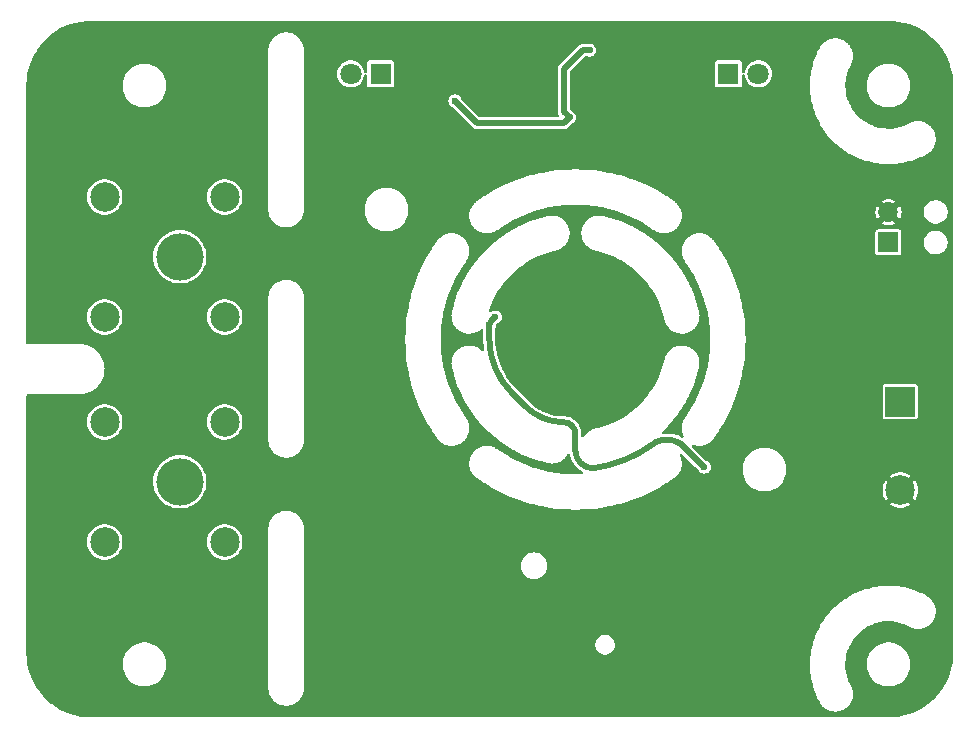
<source format=gbr>
%TF.GenerationSoftware,KiCad,Pcbnew,8.0.4*%
%TF.CreationDate,2025-01-19T15:52:31+01:00*%
%TF.ProjectId,PortableVoltageStandard,506f7274-6162-46c6-9556-6f6c74616765,1.0*%
%TF.SameCoordinates,Original*%
%TF.FileFunction,Copper,L2,Bot*%
%TF.FilePolarity,Positive*%
%FSLAX46Y46*%
G04 Gerber Fmt 4.6, Leading zero omitted, Abs format (unit mm)*
G04 Created by KiCad (PCBNEW 8.0.4) date 2025-01-19 15:52:31*
%MOMM*%
%LPD*%
G01*
G04 APERTURE LIST*
%TA.AperFunction,Conductor*%
%ADD10C,0.500000*%
%TD*%
%TA.AperFunction,ComponentPad*%
%ADD11R,2.500000X2.500000*%
%TD*%
%TA.AperFunction,ComponentPad*%
%ADD12C,2.500000*%
%TD*%
%TA.AperFunction,ComponentPad*%
%ADD13C,4.000000*%
%TD*%
%TA.AperFunction,ComponentPad*%
%ADD14R,1.800000X1.800000*%
%TD*%
%TA.AperFunction,ComponentPad*%
%ADD15C,1.800000*%
%TD*%
%TA.AperFunction,ComponentPad*%
%ADD16R,1.700000X1.700000*%
%TD*%
%TA.AperFunction,ComponentPad*%
%ADD17O,1.700000X1.700000*%
%TD*%
%TA.AperFunction,ViaPad*%
%ADD18C,0.600000*%
%TD*%
G04 APERTURE END LIST*
D10*
%TO.N,VCC*%
X163000000Y-94900000D02*
G75*
G02*
X158000004Y-96900027I-6521100J9052600D01*
G01*
%TD*%
D11*
%TO.P,J4,1,Pin_1*%
%TO.N,Net-(D1-A)*%
X184000000Y-91250000D03*
D12*
%TO.P,J4,2,Pin_2*%
%TO.N,GND*%
X184000000Y-98750000D03*
%TD*%
%TO.P,J1,1,Pin_1*%
%TO.N,Net-(J1-Pin_1)*%
X116640000Y-73920000D03*
X116640000Y-84080000D03*
D13*
X123000000Y-79000000D03*
D12*
X126800000Y-73920000D03*
X126800000Y-84080000D03*
%TD*%
D14*
%TO.P,D2,1,K*%
%TO.N,Net-(D2-K)*%
X140000000Y-63500000D03*
D15*
%TO.P,D2,2,A*%
%TO.N,Net-(D2-A)*%
X137460000Y-63500000D03*
%TD*%
D12*
%TO.P,J3,1,Pin_1*%
%TO.N,Net-(J3-Pin_1)*%
X116640000Y-92970000D03*
X116640000Y-103130000D03*
D13*
X123000000Y-98050000D03*
D12*
X126800000Y-92970000D03*
X126800000Y-103130000D03*
%TD*%
D14*
%TO.P,D3,1,K*%
%TO.N,Net-(D3-K)*%
X169450000Y-63500000D03*
D15*
%TO.P,D3,2,A*%
%TO.N,Net-(D3-A)*%
X171990000Y-63500000D03*
%TD*%
D16*
%TO.P,BT1,1,+*%
%TO.N,Net-(BT1-+)*%
X183000000Y-77775000D03*
D17*
%TO.P,BT1,2,-*%
%TO.N,GND*%
X183000000Y-75235000D03*
%TD*%
D18*
%TO.N,GND*%
X159850000Y-90700000D03*
X111500000Y-83500000D03*
X156600000Y-65100000D03*
X152300000Y-88100000D03*
X134300000Y-84200000D03*
X155700000Y-96800000D03*
X160700000Y-88000000D03*
X111200000Y-94500000D03*
X138500000Y-87750000D03*
X156700000Y-63400000D03*
X165020101Y-101022792D03*
X164850000Y-93700000D03*
X153400000Y-91050000D03*
X126400000Y-113500000D03*
X111300000Y-74300000D03*
X167189340Y-108974874D03*
X134000000Y-96000000D03*
X167050000Y-95350000D03*
X156500000Y-89600000D03*
X166446878Y-108232411D03*
X113700000Y-113500000D03*
X165762563Y-101765254D03*
X135350000Y-84200000D03*
X111400000Y-102500000D03*
X148300000Y-60800000D03*
X152000000Y-60800000D03*
X165669060Y-107454594D03*
X163200000Y-88200000D03*
X165900000Y-96500000D03*
X161600000Y-63500000D03*
X157600000Y-67100000D03*
X118100000Y-88600000D03*
X126700000Y-64500000D03*
X156500000Y-82300000D03*
X128800000Y-88600000D03*
X157450000Y-93100000D03*
X113600000Y-64900000D03*
X162300000Y-88200000D03*
%TO.N,VCC*%
X167400000Y-96800000D03*
X149200000Y-84791699D03*
X149700000Y-84100000D03*
%TO.N,/vref*%
X157700000Y-61500000D03*
X156000000Y-67200000D03*
X146300000Y-65800000D03*
%TD*%
D10*
%TO.N,VCC*%
X149335552Y-84464448D02*
X149700000Y-84100000D01*
X164589190Y-94501590D02*
X163858255Y-94501590D01*
X167400000Y-96800000D02*
X167345486Y-96800000D01*
X149200000Y-85913020D02*
X149200000Y-84791699D01*
X167011040Y-96463151D02*
X165391760Y-94843872D01*
X167345486Y-96800000D02*
X167027773Y-96482287D01*
X167027773Y-96482287D02*
X167011040Y-96463151D01*
X165391760Y-94843872D02*
X165109431Y-94657686D01*
X156500000Y-95400000D02*
X156500000Y-94000000D01*
X151100000Y-90500000D02*
X152256465Y-91656465D01*
X158000000Y-96900000D02*
G75*
G02*
X156500000Y-95400000I0J1500000D01*
G01*
X163858255Y-94501590D02*
G75*
G03*
X163000022Y-94900022I119945J-1381910D01*
G01*
X149200000Y-85913020D02*
G75*
G03*
X151100019Y-90499981I6486900J20D01*
G01*
X156500000Y-94000000D02*
G75*
G03*
X155500000Y-93000000I-1000000J0D01*
G01*
X165109431Y-94657686D02*
G75*
G03*
X164589190Y-94501600I-520231J-788914D01*
G01*
X152256465Y-91656465D02*
G75*
G03*
X155500000Y-92999972I3243535J3243565D01*
G01*
X149200000Y-84791699D02*
G75*
G02*
X149335553Y-84464449I462800J-1D01*
G01*
%TO.N,/vref*%
X155500000Y-66700000D02*
X156000000Y-67200000D01*
X155500000Y-63100000D02*
X155500000Y-66700000D01*
X155500000Y-67700000D02*
X156000000Y-67200000D01*
X157100000Y-61500000D02*
X155500000Y-63100000D01*
X157700000Y-61500000D02*
X157100000Y-61500000D01*
X148200000Y-67700000D02*
X155500000Y-67700000D01*
X146300000Y-65800000D02*
X148200000Y-67700000D01*
%TD*%
%TA.AperFunction,Conductor*%
%TO.N,GND*%
G36*
X183002562Y-59000605D02*
G01*
X183449036Y-59019072D01*
X183459209Y-59019915D01*
X183900114Y-59074873D01*
X183910194Y-59076555D01*
X184345042Y-59167733D01*
X184354950Y-59170242D01*
X184780786Y-59297019D01*
X184790454Y-59300338D01*
X185131430Y-59433388D01*
X185204339Y-59461838D01*
X185213724Y-59465954D01*
X185612869Y-59661083D01*
X185621877Y-59665958D01*
X186003544Y-59893383D01*
X186012123Y-59898989D01*
X186373693Y-60157144D01*
X186381770Y-60163431D01*
X186596161Y-60345011D01*
X186720796Y-60450571D01*
X186728336Y-60457512D01*
X187042487Y-60771663D01*
X187049428Y-60779203D01*
X187059863Y-60791524D01*
X187320705Y-61099500D01*
X187336564Y-61118224D01*
X187342857Y-61126310D01*
X187370078Y-61164435D01*
X187601010Y-61487876D01*
X187606616Y-61496455D01*
X187834041Y-61878122D01*
X187838919Y-61887136D01*
X188034045Y-62286275D01*
X188038161Y-62295660D01*
X188199656Y-62709533D01*
X188202984Y-62719226D01*
X188329753Y-63145036D01*
X188332269Y-63154971D01*
X188423441Y-63589791D01*
X188425128Y-63599900D01*
X188480082Y-64040769D01*
X188480928Y-64050983D01*
X188499394Y-64497437D01*
X188499500Y-64502561D01*
X188499500Y-112497438D01*
X188499394Y-112502562D01*
X188480928Y-112949016D01*
X188480082Y-112959230D01*
X188425128Y-113400099D01*
X188423441Y-113410208D01*
X188332269Y-113845028D01*
X188329753Y-113854963D01*
X188202984Y-114280773D01*
X188199656Y-114290466D01*
X188038161Y-114704339D01*
X188034045Y-114713724D01*
X187838919Y-115112863D01*
X187834041Y-115121877D01*
X187606616Y-115503544D01*
X187601010Y-115512123D01*
X187342859Y-115873687D01*
X187336564Y-115881775D01*
X187049428Y-116220796D01*
X187042487Y-116228336D01*
X186728336Y-116542487D01*
X186720796Y-116549428D01*
X186381775Y-116836564D01*
X186373687Y-116842859D01*
X186012123Y-117101010D01*
X186003544Y-117106616D01*
X185621877Y-117334041D01*
X185612863Y-117338919D01*
X185213724Y-117534045D01*
X185204339Y-117538161D01*
X184790466Y-117699656D01*
X184780773Y-117702984D01*
X184354963Y-117829753D01*
X184345028Y-117832269D01*
X183910208Y-117923441D01*
X183900099Y-117925128D01*
X183459230Y-117980082D01*
X183449016Y-117980928D01*
X183002563Y-117999394D01*
X182997439Y-117999500D01*
X115502561Y-117999500D01*
X115497437Y-117999394D01*
X115050983Y-117980928D01*
X115040769Y-117980082D01*
X114599900Y-117925128D01*
X114589791Y-117923441D01*
X114154971Y-117832269D01*
X114145036Y-117829753D01*
X113719226Y-117702984D01*
X113709533Y-117699656D01*
X113295660Y-117538161D01*
X113286275Y-117534045D01*
X112887136Y-117338919D01*
X112878122Y-117334041D01*
X112496455Y-117106616D01*
X112487876Y-117101010D01*
X112202978Y-116897597D01*
X112126310Y-116842857D01*
X112118224Y-116836564D01*
X112117044Y-116835565D01*
X111925704Y-116673508D01*
X111779203Y-116549428D01*
X111771663Y-116542487D01*
X111457512Y-116228336D01*
X111450571Y-116220796D01*
X111431530Y-116198314D01*
X111163431Y-115881770D01*
X111157140Y-115873687D01*
X111155839Y-115871865D01*
X110899504Y-115512845D01*
X110898989Y-115512123D01*
X110893383Y-115503544D01*
X110851544Y-115433329D01*
X110665955Y-115121872D01*
X110661080Y-115112863D01*
X110465954Y-114713724D01*
X110461838Y-114704339D01*
X110327692Y-114360555D01*
X110300338Y-114290454D01*
X110297019Y-114280786D01*
X110170242Y-113854950D01*
X110167733Y-113845042D01*
X110076555Y-113410194D01*
X110074873Y-113400114D01*
X110072205Y-113378711D01*
X118149500Y-113378711D01*
X118149500Y-113621288D01*
X118181161Y-113861785D01*
X118243947Y-114096104D01*
X118316232Y-114270614D01*
X118336776Y-114320212D01*
X118458064Y-114530289D01*
X118458066Y-114530292D01*
X118458067Y-114530293D01*
X118605733Y-114722736D01*
X118605739Y-114722743D01*
X118777256Y-114894260D01*
X118777262Y-114894265D01*
X118969711Y-115041936D01*
X119179788Y-115163224D01*
X119324050Y-115222979D01*
X119395061Y-115252393D01*
X119403900Y-115256054D01*
X119638211Y-115318838D01*
X119809741Y-115341420D01*
X119878711Y-115350500D01*
X119878712Y-115350500D01*
X120121289Y-115350500D01*
X120169388Y-115344167D01*
X120361789Y-115318838D01*
X120596100Y-115256054D01*
X120820212Y-115163224D01*
X121030289Y-115041936D01*
X121222738Y-114894265D01*
X121394265Y-114722738D01*
X121541936Y-114530289D01*
X121663224Y-114320212D01*
X121756054Y-114096100D01*
X121818838Y-113861789D01*
X121850500Y-113621288D01*
X121850500Y-113378712D01*
X121818838Y-113138211D01*
X121756054Y-112903900D01*
X121663224Y-112679788D01*
X121541936Y-112469711D01*
X121394265Y-112277262D01*
X121394260Y-112277256D01*
X121222743Y-112105739D01*
X121222736Y-112105733D01*
X121030293Y-111958067D01*
X121030292Y-111958066D01*
X121030289Y-111958064D01*
X120820212Y-111836776D01*
X120820205Y-111836773D01*
X120596104Y-111743947D01*
X120478944Y-111712554D01*
X120361789Y-111681162D01*
X120361788Y-111681161D01*
X120361785Y-111681161D01*
X120121289Y-111649500D01*
X120121288Y-111649500D01*
X119878712Y-111649500D01*
X119878711Y-111649500D01*
X119638214Y-111681161D01*
X119403895Y-111743947D01*
X119179794Y-111836773D01*
X119179785Y-111836777D01*
X118969706Y-111958067D01*
X118777263Y-112105733D01*
X118777256Y-112105739D01*
X118605739Y-112277256D01*
X118605733Y-112277263D01*
X118458067Y-112469706D01*
X118336777Y-112679785D01*
X118336773Y-112679794D01*
X118243947Y-112903895D01*
X118181161Y-113138214D01*
X118149500Y-113378711D01*
X110072205Y-113378711D01*
X110019915Y-112959209D01*
X110019072Y-112949036D01*
X110000606Y-112502562D01*
X110000500Y-112497438D01*
X110000500Y-103129994D01*
X115134357Y-103129994D01*
X115134357Y-103130005D01*
X115154890Y-103377812D01*
X115154892Y-103377824D01*
X115215936Y-103618881D01*
X115315826Y-103846606D01*
X115451833Y-104054782D01*
X115451836Y-104054785D01*
X115620256Y-104237738D01*
X115816491Y-104390474D01*
X116035190Y-104508828D01*
X116270386Y-104589571D01*
X116515665Y-104630500D01*
X116764335Y-104630500D01*
X117009614Y-104589571D01*
X117244810Y-104508828D01*
X117463509Y-104390474D01*
X117659744Y-104237738D01*
X117828164Y-104054785D01*
X117964173Y-103846607D01*
X118064063Y-103618881D01*
X118125108Y-103377821D01*
X118145643Y-103130000D01*
X118145643Y-103129994D01*
X125294357Y-103129994D01*
X125294357Y-103130005D01*
X125314890Y-103377812D01*
X125314892Y-103377824D01*
X125375936Y-103618881D01*
X125475826Y-103846606D01*
X125611833Y-104054782D01*
X125611836Y-104054785D01*
X125780256Y-104237738D01*
X125976491Y-104390474D01*
X126195190Y-104508828D01*
X126430386Y-104589571D01*
X126675665Y-104630500D01*
X126924335Y-104630500D01*
X127169614Y-104589571D01*
X127404810Y-104508828D01*
X127623509Y-104390474D01*
X127819744Y-104237738D01*
X127988164Y-104054785D01*
X128124173Y-103846607D01*
X128224063Y-103618881D01*
X128285108Y-103377821D01*
X128305643Y-103130000D01*
X128285108Y-102882179D01*
X128224063Y-102641119D01*
X128124173Y-102413393D01*
X127988166Y-102205217D01*
X127860623Y-102066669D01*
X127837235Y-102041262D01*
X130496870Y-102041262D01*
X130497146Y-102044630D01*
X130499500Y-102066670D01*
X130499500Y-115433329D01*
X130497142Y-115455422D01*
X130496870Y-115458739D01*
X130499351Y-115509248D01*
X130499500Y-115515331D01*
X130499500Y-115565893D01*
X130500560Y-115573946D01*
X130499923Y-115574029D01*
X130502858Y-115603845D01*
X130501077Y-115631030D01*
X130501077Y-115631037D01*
X130504945Y-115650485D01*
X130507176Y-115668579D01*
X130508149Y-115688381D01*
X130517355Y-115717033D01*
X130520915Y-115730771D01*
X130548185Y-115867868D01*
X130549507Y-115875870D01*
X130555442Y-115920941D01*
X130557120Y-115924992D01*
X130564176Y-115948255D01*
X130565031Y-115952553D01*
X130565032Y-115952557D01*
X130585133Y-115993316D01*
X130588477Y-116000695D01*
X130647854Y-116144046D01*
X130650707Y-116151625D01*
X130665319Y-116194671D01*
X130665320Y-116194673D01*
X130665321Y-116194674D01*
X130667759Y-116198323D01*
X130679212Y-116219750D01*
X130680511Y-116222883D01*
X130680894Y-116223808D01*
X130708557Y-116259859D01*
X130713283Y-116266454D01*
X130799480Y-116395456D01*
X130803764Y-116402345D01*
X130806955Y-116407872D01*
X130822175Y-116434234D01*
X130826491Y-116441708D01*
X130829589Y-116444806D01*
X130845011Y-116463597D01*
X130847446Y-116467241D01*
X130847447Y-116467243D01*
X130881621Y-116497213D01*
X130887542Y-116502759D01*
X130997242Y-116612459D01*
X131002775Y-116618365D01*
X131032756Y-116652552D01*
X131036404Y-116654989D01*
X131055192Y-116670409D01*
X131058293Y-116673510D01*
X131058294Y-116673511D01*
X131058296Y-116673512D01*
X131097655Y-116696235D01*
X131104530Y-116700510D01*
X131175752Y-116748099D01*
X131233537Y-116786710D01*
X131240132Y-116791436D01*
X131276193Y-116819106D01*
X131276196Y-116819108D01*
X131280235Y-116820781D01*
X131301673Y-116832238D01*
X131305326Y-116834679D01*
X131305327Y-116834679D01*
X131305328Y-116834680D01*
X131348365Y-116849289D01*
X131355959Y-116852147D01*
X131393269Y-116867601D01*
X131499282Y-116911513D01*
X131499285Y-116911514D01*
X131506663Y-116914857D01*
X131547445Y-116934968D01*
X131551237Y-116935722D01*
X131551739Y-116935822D01*
X131575010Y-116942880D01*
X131579058Y-116944557D01*
X131624121Y-116950489D01*
X131632104Y-116951807D01*
X131784278Y-116982077D01*
X131792176Y-116983918D01*
X131806588Y-116987779D01*
X131836091Y-116995685D01*
X131840474Y-116995685D01*
X131864665Y-116998067D01*
X131868965Y-116998923D01*
X131914325Y-116995950D01*
X131922434Y-116995685D01*
X132077566Y-116995685D01*
X132085675Y-116995950D01*
X132131035Y-116998923D01*
X132135334Y-116998067D01*
X132159526Y-116995685D01*
X132163906Y-116995685D01*
X132163909Y-116995685D01*
X132207854Y-116983909D01*
X132215683Y-116982084D01*
X132367890Y-116951808D01*
X132375867Y-116950491D01*
X132420942Y-116944558D01*
X132424979Y-116942885D01*
X132448257Y-116935822D01*
X132452555Y-116934968D01*
X132484281Y-116919321D01*
X132493322Y-116914863D01*
X132500700Y-116911519D01*
X132644043Y-116852145D01*
X132651614Y-116849295D01*
X132694674Y-116834679D01*
X132698314Y-116832247D01*
X132719759Y-116820783D01*
X132723806Y-116819107D01*
X132759882Y-116791423D01*
X132766434Y-116786728D01*
X132895465Y-116700511D01*
X132902344Y-116696235D01*
X132941707Y-116673510D01*
X132944803Y-116670413D01*
X132963600Y-116654986D01*
X132967244Y-116652552D01*
X132997228Y-116618360D01*
X133002746Y-116612469D01*
X133112471Y-116502744D01*
X133118363Y-116497225D01*
X133152552Y-116467244D01*
X133154989Y-116463597D01*
X133170413Y-116444803D01*
X133173510Y-116441707D01*
X133196242Y-116402331D01*
X133200518Y-116395456D01*
X133286728Y-116266434D01*
X133291423Y-116259882D01*
X133319107Y-116223806D01*
X133320784Y-116219758D01*
X133332247Y-116198314D01*
X133332991Y-116197198D01*
X133334679Y-116194674D01*
X133349294Y-116151618D01*
X133352151Y-116144030D01*
X133374307Y-116090541D01*
X133411518Y-116000703D01*
X133414854Y-115993340D01*
X133434968Y-115952555D01*
X133435822Y-115948259D01*
X133442883Y-115924982D01*
X133444557Y-115920942D01*
X133450491Y-115875870D01*
X133451810Y-115867883D01*
X133453452Y-115859630D01*
X133479083Y-115730771D01*
X133482644Y-115717036D01*
X133491848Y-115688389D01*
X133491849Y-115688387D01*
X133492822Y-115668579D01*
X133495054Y-115650483D01*
X133498923Y-115631035D01*
X133497141Y-115603858D01*
X133500078Y-115574038D01*
X133499439Y-115573954D01*
X133500500Y-115565895D01*
X133500500Y-115515332D01*
X133500649Y-115509249D01*
X133500929Y-115503544D01*
X133503130Y-115458745D01*
X133503129Y-115458739D01*
X133502857Y-115455423D01*
X133500500Y-115433330D01*
X133500500Y-113700459D01*
X176352349Y-113700459D01*
X176352349Y-113700467D01*
X176355505Y-113741773D01*
X176355865Y-113751472D01*
X176355780Y-113792889D01*
X176357948Y-113801048D01*
X176361745Y-113823439D01*
X176389676Y-114188941D01*
X176389325Y-114211648D01*
X176388422Y-114220044D01*
X176388422Y-114220050D01*
X176394799Y-114260974D01*
X176395917Y-114270614D01*
X176399074Y-114311919D01*
X176399074Y-114311920D01*
X176401875Y-114319886D01*
X176407413Y-114341914D01*
X176463857Y-114704101D01*
X176465285Y-114726763D01*
X176465041Y-114735212D01*
X176465042Y-114735222D01*
X176474602Y-114775517D01*
X176476472Y-114785044D01*
X176482850Y-114825971D01*
X176486267Y-114833697D01*
X176493511Y-114855223D01*
X176578125Y-115211881D01*
X176581322Y-115234369D01*
X176581740Y-115242810D01*
X176594427Y-115282248D01*
X176597035Y-115291595D01*
X176606595Y-115331889D01*
X176606600Y-115331900D01*
X176610606Y-115339327D01*
X176619513Y-115360220D01*
X176731777Y-115709165D01*
X176736723Y-115731327D01*
X176737800Y-115739707D01*
X176737801Y-115739711D01*
X176753537Y-115778038D01*
X176756869Y-115787154D01*
X176769554Y-115826580D01*
X176769555Y-115826583D01*
X176774132Y-115833676D01*
X176784646Y-115853805D01*
X176828616Y-115960895D01*
X176900541Y-116136072D01*
X176923874Y-116192899D01*
X176930539Y-116214609D01*
X176932268Y-116222878D01*
X176932270Y-116222883D01*
X176950957Y-116259862D01*
X176954992Y-116268689D01*
X176970719Y-116306992D01*
X176970721Y-116306996D01*
X176975845Y-116313717D01*
X176987899Y-116332960D01*
X177160776Y-116675043D01*
X177167102Y-116689887D01*
X177175442Y-116713637D01*
X177189406Y-116734071D01*
X177197696Y-116748099D01*
X177208865Y-116770198D01*
X177225653Y-116788967D01*
X177235592Y-116801652D01*
X177282675Y-116870548D01*
X177303168Y-116900535D01*
X177308244Y-116908615D01*
X177328944Y-116944558D01*
X177329125Y-116944872D01*
X177334729Y-116950488D01*
X177334790Y-116950549D01*
X177349390Y-116968171D01*
X177353917Y-116974795D01*
X177353919Y-116974796D01*
X177353920Y-116974798D01*
X177385664Y-117002055D01*
X177392647Y-117008535D01*
X177401231Y-117017137D01*
X177489017Y-117105118D01*
X177495488Y-117112122D01*
X177522684Y-117143935D01*
X177529288Y-117148469D01*
X177546885Y-117163114D01*
X177552547Y-117168789D01*
X177552549Y-117168790D01*
X177552551Y-117168792D01*
X177588782Y-117189763D01*
X177596824Y-117194841D01*
X177709309Y-117272076D01*
X177716955Y-117277772D01*
X177749521Y-117304036D01*
X177756851Y-117307282D01*
X177776839Y-117318443D01*
X177783453Y-117322985D01*
X177822895Y-117336932D01*
X177831767Y-117340459D01*
X177931785Y-117384753D01*
X177956498Y-117395697D01*
X177965070Y-117399895D01*
X178001913Y-117419732D01*
X178009727Y-117421579D01*
X178031411Y-117428874D01*
X178038748Y-117432123D01*
X178080099Y-117438588D01*
X178089437Y-117440419D01*
X178222230Y-117471806D01*
X178231422Y-117474357D01*
X178271272Y-117487083D01*
X178279287Y-117487462D01*
X178301940Y-117490647D01*
X178309751Y-117492494D01*
X178351593Y-117491250D01*
X178361093Y-117491333D01*
X178497387Y-117497785D01*
X178506897Y-117498602D01*
X178548416Y-117503791D01*
X178556360Y-117502691D01*
X178579222Y-117501659D01*
X178587238Y-117502039D01*
X178628133Y-117493129D01*
X178637496Y-117491463D01*
X178772669Y-117472758D01*
X178782138Y-117471819D01*
X178823910Y-117469290D01*
X178831523Y-117466747D01*
X178853804Y-117461532D01*
X178861752Y-117460433D01*
X178900278Y-117444175D01*
X178909212Y-117440804D01*
X179038638Y-117397584D01*
X179047767Y-117394920D01*
X179088379Y-117384754D01*
X179095399Y-117380853D01*
X179116327Y-117371640D01*
X179123944Y-117369097D01*
X179158855Y-117346018D01*
X179166999Y-117341075D01*
X179199561Y-117322985D01*
X179286269Y-117274813D01*
X179294764Y-117270513D01*
X179332809Y-117253061D01*
X179338985Y-117247943D01*
X179357887Y-117235026D01*
X179357949Y-117234991D01*
X179364893Y-117231134D01*
X179394967Y-117202035D01*
X179402061Y-117195683D01*
X179507121Y-117108635D01*
X179514691Y-117102839D01*
X179548876Y-117078698D01*
X179554012Y-117072525D01*
X179570208Y-117056365D01*
X179576387Y-117051247D01*
X179600604Y-117017114D01*
X179606398Y-117009579D01*
X179693704Y-116904677D01*
X179700062Y-116897612D01*
X179729228Y-116867600D01*
X179733138Y-116860596D01*
X179746096Y-116841725D01*
X179751224Y-116835565D01*
X179768765Y-116797546D01*
X179773068Y-116789093D01*
X179839610Y-116669935D01*
X179844559Y-116661824D01*
X179867719Y-116626957D01*
X179870276Y-116619354D01*
X179879543Y-116598428D01*
X179883455Y-116591424D01*
X179893709Y-116550842D01*
X179896394Y-116541714D01*
X179939896Y-116412394D01*
X179943280Y-116403481D01*
X179959635Y-116364964D01*
X179960753Y-116357012D01*
X179966016Y-116334748D01*
X179968574Y-116327145D01*
X179971196Y-116285379D01*
X179972157Y-116275908D01*
X179991155Y-116140797D01*
X179992846Y-116131410D01*
X180001844Y-116090543D01*
X180001482Y-116082524D01*
X180002564Y-116059668D01*
X180003681Y-116051726D01*
X179998582Y-116010182D01*
X179997787Y-116000682D01*
X179997619Y-115996965D01*
X179991636Y-115864393D01*
X179991574Y-115854855D01*
X179992909Y-115813037D01*
X179991080Y-115805221D01*
X179987943Y-115782548D01*
X179987582Y-115774542D01*
X179976544Y-115739713D01*
X179974941Y-115734655D01*
X179972412Y-115725458D01*
X179941318Y-115592599D01*
X179939513Y-115583291D01*
X179933135Y-115541899D01*
X179929901Y-115534554D01*
X179922652Y-115512845D01*
X179922520Y-115512282D01*
X179920826Y-115505040D01*
X179901069Y-115468152D01*
X179896893Y-115459576D01*
X179896527Y-115458745D01*
X179853629Y-115361298D01*
X179846825Y-115341427D01*
X179843723Y-115329020D01*
X179825703Y-115296564D01*
X179820639Y-115286363D01*
X179805684Y-115252390D01*
X179797681Y-115242423D01*
X179785961Y-115224982D01*
X179729762Y-115123759D01*
X179724522Y-115113159D01*
X179693451Y-115041936D01*
X179589506Y-114803664D01*
X179585288Y-114792573D01*
X179480504Y-114471674D01*
X179477364Y-114460230D01*
X179403728Y-114130750D01*
X179401704Y-114119095D01*
X179359904Y-113784098D01*
X179359001Y-113772270D01*
X179357214Y-113709364D01*
X179349415Y-113434821D01*
X179349645Y-113422986D01*
X179352631Y-113378711D01*
X181149500Y-113378711D01*
X181149500Y-113621288D01*
X181181161Y-113861785D01*
X181243947Y-114096104D01*
X181316232Y-114270614D01*
X181336776Y-114320212D01*
X181458064Y-114530289D01*
X181458066Y-114530292D01*
X181458067Y-114530293D01*
X181605733Y-114722736D01*
X181605739Y-114722743D01*
X181777256Y-114894260D01*
X181777262Y-114894265D01*
X181969711Y-115041936D01*
X182179788Y-115163224D01*
X182324050Y-115222979D01*
X182395061Y-115252393D01*
X182403900Y-115256054D01*
X182638211Y-115318838D01*
X182809741Y-115341420D01*
X182878711Y-115350500D01*
X182878712Y-115350500D01*
X183121289Y-115350500D01*
X183169388Y-115344167D01*
X183361789Y-115318838D01*
X183596100Y-115256054D01*
X183820212Y-115163224D01*
X184030289Y-115041936D01*
X184222738Y-114894265D01*
X184394265Y-114722738D01*
X184541936Y-114530289D01*
X184663224Y-114320212D01*
X184756054Y-114096100D01*
X184818838Y-113861789D01*
X184850500Y-113621288D01*
X184850500Y-113378712D01*
X184818838Y-113138211D01*
X184756054Y-112903900D01*
X184663224Y-112679788D01*
X184541936Y-112469711D01*
X184394265Y-112277262D01*
X184394260Y-112277256D01*
X184222743Y-112105739D01*
X184222736Y-112105733D01*
X184030293Y-111958067D01*
X184030292Y-111958066D01*
X184030289Y-111958064D01*
X183820212Y-111836776D01*
X183820205Y-111836773D01*
X183596104Y-111743947D01*
X183478944Y-111712554D01*
X183361789Y-111681162D01*
X183361788Y-111681161D01*
X183361785Y-111681161D01*
X183121289Y-111649500D01*
X183121288Y-111649500D01*
X182878712Y-111649500D01*
X182878711Y-111649500D01*
X182638214Y-111681161D01*
X182403895Y-111743947D01*
X182179794Y-111836773D01*
X182179785Y-111836777D01*
X181969706Y-111958067D01*
X181777263Y-112105733D01*
X181777256Y-112105739D01*
X181605739Y-112277256D01*
X181605733Y-112277263D01*
X181458067Y-112469706D01*
X181336777Y-112679785D01*
X181336773Y-112679794D01*
X181243947Y-112903895D01*
X181181161Y-113138214D01*
X181149500Y-113378711D01*
X179352631Y-113378711D01*
X179372365Y-113086155D01*
X179373729Y-113074371D01*
X179428541Y-112741255D01*
X179431019Y-112729683D01*
X179517429Y-112403319D01*
X179521003Y-112392034D01*
X179638213Y-112075429D01*
X179642859Y-112064516D01*
X179693438Y-111959893D01*
X179789789Y-111760587D01*
X179795447Y-111750184D01*
X179970771Y-111461668D01*
X179977389Y-111451868D01*
X180179505Y-111181415D01*
X180187034Y-111172289D01*
X180414044Y-110922435D01*
X180422435Y-110914044D01*
X180672290Y-110687033D01*
X180681429Y-110679495D01*
X180951854Y-110477398D01*
X180961660Y-110470776D01*
X181250195Y-110295440D01*
X181260575Y-110289795D01*
X181564541Y-110142847D01*
X181575429Y-110138212D01*
X181892027Y-110021005D01*
X181903315Y-110017430D01*
X182229687Y-109931018D01*
X182241255Y-109928541D01*
X182574375Y-109873728D01*
X182586155Y-109872365D01*
X182922986Y-109849645D01*
X182934821Y-109849415D01*
X183272275Y-109859001D01*
X183284098Y-109859904D01*
X183619095Y-109901704D01*
X183630750Y-109903728D01*
X183960236Y-109977365D01*
X183971669Y-109980502D01*
X184265314Y-110076387D01*
X184292573Y-110085288D01*
X184303664Y-110089506D01*
X184613167Y-110224526D01*
X184623759Y-110229762D01*
X184724982Y-110285961D01*
X184742423Y-110297681D01*
X184752390Y-110305684D01*
X184786363Y-110320639D01*
X184796564Y-110325703D01*
X184829020Y-110343723D01*
X184841427Y-110346825D01*
X184861299Y-110353629D01*
X184959583Y-110396896D01*
X184968152Y-110401069D01*
X185005040Y-110420826D01*
X185012849Y-110422653D01*
X185034554Y-110429901D01*
X185041899Y-110433135D01*
X185083291Y-110439513D01*
X185092599Y-110441318D01*
X185225464Y-110472413D01*
X185234655Y-110474941D01*
X185251457Y-110480265D01*
X185274542Y-110487582D01*
X185282548Y-110487943D01*
X185305221Y-110491080D01*
X185309666Y-110492120D01*
X185313037Y-110492909D01*
X185354865Y-110491574D01*
X185364393Y-110491636D01*
X185500695Y-110497788D01*
X185510183Y-110498582D01*
X185551726Y-110503681D01*
X185559669Y-110502563D01*
X185582524Y-110501482D01*
X185590543Y-110501844D01*
X185631420Y-110492844D01*
X185640797Y-110491155D01*
X185775908Y-110472157D01*
X185785379Y-110471196D01*
X185827145Y-110468574D01*
X185834750Y-110466015D01*
X185857022Y-110460751D01*
X185864964Y-110459635D01*
X185903499Y-110443273D01*
X185912391Y-110439896D01*
X186041730Y-110396388D01*
X186050829Y-110393712D01*
X186091424Y-110383455D01*
X186098428Y-110379543D01*
X186119354Y-110370276D01*
X186126957Y-110367719D01*
X186161824Y-110344559D01*
X186169934Y-110339611D01*
X186289087Y-110273071D01*
X186297552Y-110268763D01*
X186335565Y-110251225D01*
X186341735Y-110246089D01*
X186360599Y-110233137D01*
X186367600Y-110229228D01*
X186397599Y-110200073D01*
X186404693Y-110193692D01*
X186423078Y-110178391D01*
X186509582Y-110106397D01*
X186517102Y-110100613D01*
X186551247Y-110076387D01*
X186556360Y-110070214D01*
X186572531Y-110054007D01*
X186578698Y-110048876D01*
X186602843Y-110014686D01*
X186608623Y-110007136D01*
X186695687Y-109902054D01*
X186702035Y-109894967D01*
X186731135Y-109864892D01*
X186735023Y-109857891D01*
X186747944Y-109838983D01*
X186753061Y-109832809D01*
X186770507Y-109794777D01*
X186774813Y-109786271D01*
X186841074Y-109667000D01*
X186846023Y-109658848D01*
X186869097Y-109623944D01*
X186871638Y-109616333D01*
X186880858Y-109595389D01*
X186884754Y-109588378D01*
X186894920Y-109547764D01*
X186897578Y-109538651D01*
X186940804Y-109409210D01*
X186944159Y-109400315D01*
X186960433Y-109361751D01*
X186961532Y-109353808D01*
X186966745Y-109331527D01*
X186969290Y-109323910D01*
X186971819Y-109282137D01*
X186972758Y-109272668D01*
X186991465Y-109137484D01*
X186993131Y-109128122D01*
X187002039Y-109087238D01*
X187001659Y-109079222D01*
X187002691Y-109056360D01*
X187003791Y-109048416D01*
X186998603Y-109006897D01*
X186997785Y-108997386D01*
X186997425Y-108989778D01*
X186991333Y-108861093D01*
X186991250Y-108851593D01*
X186992494Y-108809751D01*
X186990647Y-108801940D01*
X186987462Y-108779287D01*
X186987083Y-108771272D01*
X186974357Y-108731422D01*
X186971804Y-108722221D01*
X186940419Y-108589437D01*
X186938588Y-108580099D01*
X186932123Y-108538748D01*
X186928874Y-108531411D01*
X186921578Y-108509724D01*
X186919732Y-108501913D01*
X186899895Y-108465070D01*
X186895697Y-108456498D01*
X186840459Y-108331767D01*
X186836932Y-108322895D01*
X186822985Y-108283453D01*
X186818443Y-108276839D01*
X186807280Y-108256848D01*
X186804036Y-108249521D01*
X186777772Y-108216955D01*
X186772071Y-108209302D01*
X186763121Y-108196267D01*
X186694841Y-108096824D01*
X186689763Y-108088782D01*
X186668792Y-108052551D01*
X186668790Y-108052549D01*
X186668789Y-108052547D01*
X186663114Y-108046885D01*
X186648469Y-108029288D01*
X186643938Y-108022689D01*
X186643935Y-108022684D01*
X186612122Y-107995488D01*
X186605118Y-107989017D01*
X186508541Y-107892654D01*
X186502055Y-107885664D01*
X186474798Y-107853920D01*
X186474796Y-107853919D01*
X186474795Y-107853917D01*
X186468171Y-107849390D01*
X186450549Y-107834790D01*
X186444872Y-107829125D01*
X186444869Y-107829123D01*
X186408615Y-107808244D01*
X186400535Y-107803168D01*
X186370548Y-107782675D01*
X186301652Y-107735592D01*
X186288967Y-107725653D01*
X186270198Y-107708865D01*
X186250368Y-107698843D01*
X186248099Y-107697696D01*
X186234071Y-107689406D01*
X186213637Y-107675442D01*
X186189887Y-107667102D01*
X186175043Y-107660776D01*
X185832960Y-107487899D01*
X185813717Y-107475845D01*
X185806996Y-107470721D01*
X185806993Y-107470719D01*
X185768689Y-107454992D01*
X185759862Y-107450957D01*
X185722883Y-107432270D01*
X185722878Y-107432268D01*
X185714609Y-107430539D01*
X185692901Y-107423874D01*
X185523352Y-107354260D01*
X185353805Y-107284646D01*
X185333676Y-107274132D01*
X185326583Y-107269555D01*
X185326580Y-107269554D01*
X185326579Y-107269553D01*
X185326578Y-107269553D01*
X185304148Y-107262336D01*
X185287154Y-107256869D01*
X185278038Y-107253537D01*
X185239711Y-107237801D01*
X185239707Y-107237800D01*
X185231327Y-107236723D01*
X185209165Y-107231777D01*
X184860220Y-107119513D01*
X184839327Y-107110606D01*
X184831900Y-107106600D01*
X184831889Y-107106595D01*
X184791595Y-107097035D01*
X184782248Y-107094427D01*
X184742810Y-107081740D01*
X184734369Y-107081322D01*
X184711881Y-107078125D01*
X184355223Y-106993511D01*
X184333697Y-106986267D01*
X184325971Y-106982850D01*
X184285044Y-106976472D01*
X184275517Y-106974602D01*
X184235222Y-106965042D01*
X184235212Y-106965041D01*
X184226763Y-106965285D01*
X184204101Y-106963857D01*
X183841914Y-106907413D01*
X183819888Y-106901875D01*
X183817777Y-106901133D01*
X183811920Y-106899074D01*
X183770614Y-106895917D01*
X183760974Y-106894799D01*
X183720050Y-106888422D01*
X183720044Y-106888422D01*
X183711648Y-106889325D01*
X183688941Y-106889676D01*
X183323439Y-106861745D01*
X183301048Y-106857948D01*
X183292889Y-106855780D01*
X183292886Y-106855780D01*
X183285418Y-106855795D01*
X183251472Y-106855865D01*
X183241773Y-106855505D01*
X183200467Y-106852349D01*
X183200459Y-106852349D01*
X183192152Y-106853908D01*
X183169546Y-106856034D01*
X182802982Y-106856792D01*
X182780360Y-106854758D01*
X182772060Y-106853236D01*
X182772058Y-106853236D01*
X182754805Y-106854625D01*
X182730772Y-106856562D01*
X182721074Y-106856962D01*
X182679646Y-106857048D01*
X182671487Y-106859252D01*
X182649112Y-106863141D01*
X182283744Y-106892580D01*
X182261034Y-106892324D01*
X182252627Y-106891454D01*
X182252626Y-106891454D01*
X182211727Y-106898002D01*
X182202085Y-106899160D01*
X182160806Y-106902485D01*
X182160802Y-106902486D01*
X182152842Y-106905322D01*
X182130836Y-106910951D01*
X181768883Y-106968891D01*
X181746222Y-106970412D01*
X181737783Y-106970203D01*
X181737778Y-106970204D01*
X181697529Y-106979928D01*
X181688012Y-106981837D01*
X181660342Y-106986267D01*
X181647093Y-106988388D01*
X181639381Y-106991837D01*
X181617888Y-106999170D01*
X181261584Y-107085257D01*
X181239115Y-107088546D01*
X181230679Y-107088999D01*
X181230672Y-107089000D01*
X181191292Y-107101849D01*
X181181955Y-107104496D01*
X181141694Y-107114224D01*
X181134267Y-107118270D01*
X181113418Y-107127259D01*
X180764946Y-107240963D01*
X180742797Y-107246002D01*
X180734420Y-107247113D01*
X180696164Y-107263006D01*
X180687062Y-107266375D01*
X180647691Y-107279222D01*
X180647681Y-107279227D01*
X180640609Y-107283832D01*
X180620522Y-107294429D01*
X180282006Y-107435056D01*
X180260324Y-107441811D01*
X180252064Y-107443574D01*
X180215168Y-107462411D01*
X180206359Y-107466482D01*
X180168103Y-107482375D01*
X180161400Y-107487529D01*
X180142209Y-107499661D01*
X179815739Y-107666346D01*
X179794656Y-107674776D01*
X179786560Y-107677180D01*
X179786549Y-107677185D01*
X179751255Y-107698843D01*
X179742790Y-107703592D01*
X179705895Y-107722430D01*
X179705884Y-107722437D01*
X179699612Y-107728094D01*
X179681429Y-107741691D01*
X179369004Y-107933412D01*
X179348639Y-107943469D01*
X179340754Y-107946499D01*
X179340750Y-107946501D01*
X179307251Y-107970860D01*
X179299187Y-107976255D01*
X179263879Y-107997922D01*
X179258067Y-108004055D01*
X179241002Y-108019035D01*
X178944534Y-108234620D01*
X178925017Y-108246240D01*
X178917396Y-108249876D01*
X178917391Y-108249880D01*
X178885909Y-108276779D01*
X178878289Y-108282790D01*
X178844787Y-108307152D01*
X178844777Y-108307162D01*
X178839467Y-108313725D01*
X178823624Y-108329998D01*
X178544939Y-108568117D01*
X178526398Y-108581224D01*
X178519083Y-108585447D01*
X178519074Y-108585454D01*
X178489778Y-108614749D01*
X178482655Y-108621335D01*
X178451171Y-108648237D01*
X178451166Y-108648243D01*
X178446386Y-108655201D01*
X178431864Y-108672664D01*
X178172664Y-108931864D01*
X178155201Y-108946386D01*
X178148243Y-108951166D01*
X178148237Y-108951171D01*
X178121335Y-108982655D01*
X178114749Y-108989778D01*
X178085453Y-109019075D01*
X178081228Y-109026394D01*
X178068118Y-109044939D01*
X177829999Y-109323623D01*
X177813728Y-109339465D01*
X177807158Y-109344781D01*
X177782789Y-109378291D01*
X177776780Y-109385908D01*
X177749881Y-109417390D01*
X177749873Y-109417403D01*
X177746237Y-109425022D01*
X177734620Y-109444534D01*
X177519035Y-109741002D01*
X177504055Y-109758067D01*
X177497922Y-109763879D01*
X177476255Y-109799187D01*
X177470860Y-109807251D01*
X177446504Y-109840747D01*
X177446497Y-109840759D01*
X177443464Y-109848649D01*
X177433411Y-109869004D01*
X177241691Y-110181428D01*
X177228095Y-110199611D01*
X177222433Y-110205889D01*
X177222433Y-110205890D01*
X177203596Y-110242783D01*
X177198847Y-110251248D01*
X177177184Y-110286550D01*
X177177180Y-110286557D01*
X177174776Y-110294656D01*
X177166345Y-110315741D01*
X176999661Y-110642209D01*
X176987529Y-110661400D01*
X176982375Y-110668103D01*
X176966482Y-110706359D01*
X176962411Y-110715168D01*
X176943574Y-110752064D01*
X176941811Y-110760324D01*
X176935056Y-110782006D01*
X176794430Y-111120518D01*
X176783837Y-111140600D01*
X176779223Y-111147686D01*
X176779222Y-111147687D01*
X176766375Y-111187060D01*
X176763007Y-111196160D01*
X176747113Y-111234422D01*
X176746002Y-111242796D01*
X176740963Y-111264944D01*
X176627260Y-111613417D01*
X176618266Y-111634276D01*
X176614226Y-111641691D01*
X176614224Y-111641694D01*
X176604497Y-111681952D01*
X176601851Y-111691287D01*
X176589000Y-111730676D01*
X176588998Y-111730683D01*
X176588546Y-111739114D01*
X176585257Y-111761584D01*
X176499170Y-112117887D01*
X176491838Y-112139378D01*
X176488389Y-112147089D01*
X176488388Y-112147094D01*
X176481837Y-112188014D01*
X176479928Y-112197529D01*
X176470204Y-112237778D01*
X176470203Y-112237783D01*
X176470412Y-112246221D01*
X176468891Y-112268882D01*
X176410949Y-112630838D01*
X176405324Y-112652832D01*
X176402486Y-112660801D01*
X176399160Y-112702085D01*
X176398002Y-112711726D01*
X176391454Y-112752625D01*
X176391454Y-112752626D01*
X176392324Y-112761034D01*
X176392580Y-112783743D01*
X176363142Y-113149111D01*
X176359252Y-113171492D01*
X176357048Y-113179649D01*
X176356962Y-113221075D01*
X176356562Y-113230773D01*
X176353236Y-113272061D01*
X176354758Y-113280361D01*
X176356792Y-113302983D01*
X176356034Y-113669546D01*
X176353908Y-113692152D01*
X176352349Y-113700459D01*
X133500500Y-113700459D01*
X133500500Y-111931307D01*
X158174499Y-111931307D01*
X158206222Y-112090783D01*
X158206225Y-112090793D01*
X158268450Y-112241019D01*
X158268452Y-112241023D01*
X158358788Y-112376220D01*
X158358794Y-112376228D01*
X158473771Y-112491205D01*
X158473779Y-112491211D01*
X158608976Y-112581547D01*
X158608980Y-112581549D01*
X158755167Y-112642101D01*
X158759211Y-112643776D01*
X158759215Y-112643776D01*
X158759216Y-112643777D01*
X158918692Y-112675500D01*
X158918695Y-112675500D01*
X159081307Y-112675500D01*
X159195262Y-112652832D01*
X159240789Y-112643776D01*
X159391021Y-112581548D01*
X159391023Y-112581547D01*
X159509232Y-112502562D01*
X159526225Y-112491208D01*
X159641208Y-112376225D01*
X159712932Y-112268882D01*
X159731547Y-112241023D01*
X159731549Y-112241019D01*
X159753504Y-112188014D01*
X159793776Y-112090789D01*
X159805175Y-112033485D01*
X159825500Y-111931307D01*
X159825500Y-111768692D01*
X159793777Y-111609216D01*
X159793776Y-111609215D01*
X159793776Y-111609211D01*
X159793774Y-111609206D01*
X159731549Y-111458980D01*
X159731547Y-111458976D01*
X159641211Y-111323779D01*
X159641205Y-111323771D01*
X159526228Y-111208794D01*
X159526220Y-111208788D01*
X159391023Y-111118452D01*
X159391019Y-111118450D01*
X159240793Y-111056225D01*
X159240783Y-111056222D01*
X159081307Y-111024500D01*
X159081305Y-111024500D01*
X158918695Y-111024500D01*
X158918693Y-111024500D01*
X158759216Y-111056222D01*
X158759206Y-111056225D01*
X158608980Y-111118450D01*
X158608976Y-111118452D01*
X158473779Y-111208788D01*
X158473771Y-111208794D01*
X158358794Y-111323771D01*
X158358788Y-111323779D01*
X158268452Y-111458976D01*
X158268450Y-111458980D01*
X158206225Y-111609206D01*
X158206222Y-111609216D01*
X158174500Y-111768692D01*
X158174500Y-111768695D01*
X158174500Y-111931305D01*
X158174500Y-111931307D01*
X158174499Y-111931307D01*
X133500500Y-111931307D01*
X133500500Y-105061421D01*
X151874500Y-105061421D01*
X151874500Y-105238578D01*
X151902214Y-105413556D01*
X151956956Y-105582039D01*
X151956957Y-105582042D01*
X152037386Y-105739890D01*
X152141517Y-105883214D01*
X152266786Y-106008483D01*
X152410110Y-106112614D01*
X152487529Y-106152061D01*
X152567957Y-106193042D01*
X152567960Y-106193043D01*
X152652201Y-106220414D01*
X152736445Y-106247786D01*
X152911421Y-106275500D01*
X152911422Y-106275500D01*
X153088578Y-106275500D01*
X153088579Y-106275500D01*
X153263555Y-106247786D01*
X153432042Y-106193042D01*
X153589890Y-106112614D01*
X153733214Y-106008483D01*
X153858483Y-105883214D01*
X153962614Y-105739890D01*
X154043042Y-105582042D01*
X154097786Y-105413555D01*
X154125500Y-105238579D01*
X154125500Y-105061421D01*
X154097786Y-104886445D01*
X154043042Y-104717958D01*
X154043042Y-104717957D01*
X153977625Y-104589571D01*
X153962614Y-104560110D01*
X153858483Y-104416786D01*
X153733214Y-104291517D01*
X153589890Y-104187386D01*
X153432042Y-104106957D01*
X153432039Y-104106956D01*
X153263556Y-104052214D01*
X153176067Y-104038357D01*
X153088579Y-104024500D01*
X152911421Y-104024500D01*
X152853095Y-104033738D01*
X152736443Y-104052214D01*
X152567960Y-104106956D01*
X152567957Y-104106957D01*
X152410109Y-104187386D01*
X152340806Y-104237738D01*
X152266786Y-104291517D01*
X152266784Y-104291519D01*
X152266783Y-104291519D01*
X152141519Y-104416783D01*
X152141519Y-104416784D01*
X152141517Y-104416786D01*
X152096796Y-104478338D01*
X152037386Y-104560109D01*
X151956957Y-104717957D01*
X151956956Y-104717960D01*
X151902214Y-104886443D01*
X151874500Y-105061421D01*
X133500500Y-105061421D01*
X133500500Y-102066669D01*
X133502853Y-102044629D01*
X133503129Y-102041261D01*
X133503128Y-102041259D01*
X133503130Y-102041255D01*
X133500649Y-101990748D01*
X133500500Y-101984666D01*
X133500500Y-101934107D01*
X133499439Y-101926049D01*
X133500078Y-101925964D01*
X133497141Y-101896140D01*
X133498923Y-101868965D01*
X133495054Y-101849514D01*
X133492821Y-101831412D01*
X133491849Y-101811613D01*
X133482644Y-101782962D01*
X133479083Y-101769224D01*
X133451810Y-101632116D01*
X133450488Y-101624109D01*
X133444557Y-101579059D01*
X133444557Y-101579058D01*
X133442880Y-101575010D01*
X133435822Y-101551739D01*
X133435722Y-101551237D01*
X133434968Y-101547445D01*
X133414857Y-101506663D01*
X133411514Y-101499285D01*
X133352147Y-101355959D01*
X133349289Y-101348365D01*
X133334680Y-101305328D01*
X133334678Y-101305325D01*
X133332238Y-101301673D01*
X133320781Y-101280235D01*
X133319108Y-101276196D01*
X133319106Y-101276193D01*
X133291436Y-101240132D01*
X133286710Y-101233537D01*
X133200510Y-101104530D01*
X133196235Y-101097655D01*
X133173512Y-101058296D01*
X133173508Y-101058291D01*
X133170409Y-101055192D01*
X133154987Y-101036401D01*
X133152553Y-101032758D01*
X133152552Y-101032756D01*
X133118365Y-101002775D01*
X133112459Y-100997242D01*
X133002759Y-100887542D01*
X132997213Y-100881621D01*
X132967243Y-100847447D01*
X132967241Y-100847446D01*
X132963597Y-100845011D01*
X132944806Y-100829589D01*
X132941708Y-100826491D01*
X132941707Y-100826490D01*
X132921039Y-100814557D01*
X132902345Y-100803764D01*
X132895456Y-100799480D01*
X132766454Y-100713283D01*
X132759859Y-100708557D01*
X132723808Y-100680894D01*
X132723806Y-100680893D01*
X132719750Y-100679212D01*
X132698323Y-100667759D01*
X132694674Y-100665321D01*
X132694673Y-100665320D01*
X132694671Y-100665319D01*
X132651625Y-100650707D01*
X132644046Y-100647854D01*
X132500695Y-100588477D01*
X132493316Y-100585133D01*
X132452557Y-100565032D01*
X132452553Y-100565031D01*
X132448255Y-100564176D01*
X132424995Y-100557121D01*
X132420942Y-100555442D01*
X132411704Y-100554225D01*
X132375870Y-100549507D01*
X132367869Y-100548186D01*
X132215695Y-100517916D01*
X132207815Y-100516079D01*
X132163910Y-100504315D01*
X132163909Y-100504315D01*
X132159526Y-100504315D01*
X132135334Y-100501932D01*
X132131035Y-100501077D01*
X132085675Y-100504050D01*
X132077566Y-100504315D01*
X131922434Y-100504315D01*
X131914325Y-100504050D01*
X131907626Y-100503610D01*
X131868965Y-100501077D01*
X131868964Y-100501077D01*
X131868963Y-100501077D01*
X131866308Y-100501605D01*
X131864665Y-100501932D01*
X131840474Y-100504315D01*
X131836085Y-100504315D01*
X131792186Y-100516078D01*
X131784285Y-100517920D01*
X131632122Y-100548187D01*
X131624121Y-100549509D01*
X131579055Y-100555443D01*
X131575001Y-100557123D01*
X131551755Y-100564174D01*
X131547445Y-100565032D01*
X131506673Y-100585137D01*
X131499287Y-100588483D01*
X131355968Y-100647848D01*
X131348378Y-100650705D01*
X131305325Y-100665321D01*
X131301667Y-100667765D01*
X131280252Y-100679212D01*
X131276193Y-100680893D01*
X131240136Y-100708560D01*
X131233543Y-100713284D01*
X131104548Y-100799476D01*
X131097660Y-100803759D01*
X131058296Y-100826487D01*
X131058288Y-100826492D01*
X131055180Y-100829601D01*
X131036408Y-100845006D01*
X131032764Y-100847440D01*
X131032758Y-100847446D01*
X131002788Y-100881619D01*
X130997243Y-100887538D01*
X130887540Y-100997241D01*
X130881621Y-101002785D01*
X130847450Y-101032753D01*
X130847440Y-101032764D01*
X130845006Y-101036408D01*
X130829601Y-101055180D01*
X130826492Y-101058288D01*
X130826487Y-101058296D01*
X130803759Y-101097660D01*
X130799476Y-101104548D01*
X130713284Y-101233543D01*
X130708560Y-101240136D01*
X130680893Y-101276193D01*
X130679212Y-101280252D01*
X130667765Y-101301667D01*
X130665321Y-101305325D01*
X130650704Y-101348381D01*
X130647847Y-101355971D01*
X130588480Y-101499296D01*
X130585131Y-101506687D01*
X130565034Y-101547438D01*
X130565030Y-101547449D01*
X130564174Y-101551755D01*
X130557123Y-101574996D01*
X130555444Y-101579049D01*
X130555442Y-101579055D01*
X130549507Y-101624129D01*
X130548185Y-101632130D01*
X130520916Y-101769223D01*
X130517357Y-101782957D01*
X130508150Y-101811615D01*
X130508149Y-101811621D01*
X130507176Y-101831421D01*
X130504945Y-101849514D01*
X130501077Y-101868965D01*
X130502858Y-101896152D01*
X130499924Y-101925965D01*
X130500560Y-101926049D01*
X130499500Y-101934104D01*
X130499500Y-101984667D01*
X130499351Y-101990749D01*
X130496870Y-102041262D01*
X127837235Y-102041262D01*
X127819744Y-102022262D01*
X127623509Y-101869526D01*
X127623507Y-101869525D01*
X127623506Y-101869524D01*
X127404811Y-101751172D01*
X127404802Y-101751169D01*
X127169616Y-101670429D01*
X126924335Y-101629500D01*
X126675665Y-101629500D01*
X126430383Y-101670429D01*
X126195197Y-101751169D01*
X126195188Y-101751172D01*
X125976493Y-101869524D01*
X125780257Y-102022261D01*
X125611833Y-102205217D01*
X125475826Y-102413393D01*
X125375936Y-102641118D01*
X125314892Y-102882175D01*
X125314890Y-102882187D01*
X125294357Y-103129994D01*
X118145643Y-103129994D01*
X118125108Y-102882179D01*
X118064063Y-102641119D01*
X117964173Y-102413393D01*
X117828166Y-102205217D01*
X117700623Y-102066669D01*
X117659744Y-102022262D01*
X117463509Y-101869526D01*
X117463507Y-101869525D01*
X117463506Y-101869524D01*
X117244811Y-101751172D01*
X117244802Y-101751169D01*
X117009616Y-101670429D01*
X116764335Y-101629500D01*
X116515665Y-101629500D01*
X116270383Y-101670429D01*
X116035197Y-101751169D01*
X116035188Y-101751172D01*
X115816493Y-101869524D01*
X115620257Y-102022261D01*
X115451833Y-102205217D01*
X115315826Y-102413393D01*
X115215936Y-102641118D01*
X115154892Y-102882175D01*
X115154890Y-102882187D01*
X115134357Y-103129994D01*
X110000500Y-103129994D01*
X110000500Y-98049992D01*
X120744671Y-98049992D01*
X120744671Y-98050007D01*
X120763964Y-98344363D01*
X120763965Y-98344373D01*
X120763966Y-98344380D01*
X120799397Y-98522508D01*
X120821518Y-98633716D01*
X120821521Y-98633730D01*
X120916349Y-98913080D01*
X121046825Y-99177660D01*
X121046829Y-99177667D01*
X121210725Y-99422955D01*
X121405241Y-99644758D01*
X121627044Y-99839274D01*
X121828091Y-99973609D01*
X121872335Y-100003172D01*
X122136923Y-100133652D01*
X122416278Y-100228481D01*
X122705620Y-100286034D01*
X122733888Y-100287886D01*
X122999993Y-100305329D01*
X123000000Y-100305329D01*
X123000007Y-100305329D01*
X123235675Y-100289881D01*
X123294380Y-100286034D01*
X123583722Y-100228481D01*
X123863077Y-100133652D01*
X124127665Y-100003172D01*
X124372957Y-99839273D01*
X124594758Y-99644758D01*
X124789273Y-99422957D01*
X124953172Y-99177665D01*
X125083652Y-98913077D01*
X125178481Y-98633722D01*
X125236034Y-98344380D01*
X125241481Y-98261282D01*
X125255329Y-98050007D01*
X125255329Y-98049992D01*
X125236035Y-97755636D01*
X125236034Y-97755620D01*
X125178481Y-97466278D01*
X125083652Y-97186923D01*
X124953172Y-96922336D01*
X124948717Y-96915669D01*
X124869161Y-96796604D01*
X124789273Y-96677043D01*
X124668992Y-96539889D01*
X124594758Y-96455241D01*
X124372955Y-96260725D01*
X124127667Y-96096829D01*
X124127660Y-96096825D01*
X123863080Y-95966349D01*
X123583730Y-95871521D01*
X123583724Y-95871519D01*
X123583722Y-95871519D01*
X123294380Y-95813966D01*
X123294373Y-95813965D01*
X123294363Y-95813964D01*
X123000007Y-95794671D01*
X122999993Y-95794671D01*
X122705636Y-95813964D01*
X122705624Y-95813965D01*
X122705620Y-95813966D01*
X122705612Y-95813967D01*
X122705609Y-95813968D01*
X122416283Y-95871518D01*
X122416269Y-95871521D01*
X122136919Y-95966349D01*
X121872334Y-96096828D01*
X121627041Y-96260728D01*
X121405241Y-96455241D01*
X121210728Y-96677041D01*
X121046828Y-96922334D01*
X120916349Y-97186919D01*
X120821521Y-97466269D01*
X120821518Y-97466283D01*
X120763968Y-97755609D01*
X120763964Y-97755636D01*
X120744671Y-98049992D01*
X110000500Y-98049992D01*
X110000500Y-92969994D01*
X115134357Y-92969994D01*
X115134357Y-92970005D01*
X115154890Y-93217812D01*
X115154892Y-93217824D01*
X115215936Y-93458881D01*
X115315826Y-93686606D01*
X115451833Y-93894782D01*
X115451836Y-93894785D01*
X115620256Y-94077738D01*
X115816491Y-94230474D01*
X115875528Y-94262423D01*
X115959733Y-94307993D01*
X116035190Y-94348828D01*
X116270386Y-94429571D01*
X116515665Y-94470500D01*
X116764335Y-94470500D01*
X117009614Y-94429571D01*
X117244810Y-94348828D01*
X117463509Y-94230474D01*
X117659744Y-94077738D01*
X117828164Y-93894785D01*
X117964173Y-93686607D01*
X118064063Y-93458881D01*
X118125108Y-93217821D01*
X118125109Y-93217812D01*
X118145643Y-92970005D01*
X118145643Y-92969994D01*
X125294357Y-92969994D01*
X125294357Y-92970005D01*
X125314890Y-93217812D01*
X125314892Y-93217824D01*
X125375936Y-93458881D01*
X125475826Y-93686606D01*
X125611833Y-93894782D01*
X125611836Y-93894785D01*
X125780256Y-94077738D01*
X125976491Y-94230474D01*
X126035528Y-94262423D01*
X126119733Y-94307993D01*
X126195190Y-94348828D01*
X126430386Y-94429571D01*
X126675665Y-94470500D01*
X126924335Y-94470500D01*
X126994792Y-94458743D01*
X130496870Y-94458743D01*
X130499347Y-94509189D01*
X130499496Y-94515293D01*
X130499486Y-94565785D01*
X130500546Y-94573842D01*
X130499922Y-94573923D01*
X130502861Y-94603803D01*
X130501077Y-94631031D01*
X130501077Y-94631037D01*
X130504945Y-94650485D01*
X130507176Y-94668579D01*
X130508149Y-94688381D01*
X130517355Y-94717033D01*
X130520915Y-94730771D01*
X130548185Y-94867868D01*
X130549507Y-94875870D01*
X130552083Y-94895429D01*
X130555442Y-94920942D01*
X130555972Y-94922222D01*
X130557120Y-94924992D01*
X130564176Y-94948255D01*
X130565031Y-94952553D01*
X130565032Y-94952557D01*
X130585133Y-94993316D01*
X130588477Y-95000695D01*
X130647854Y-95144046D01*
X130650707Y-95151625D01*
X130665319Y-95194671D01*
X130665320Y-95194673D01*
X130665321Y-95194674D01*
X130667759Y-95198323D01*
X130679212Y-95219750D01*
X130680893Y-95223806D01*
X130680894Y-95223808D01*
X130708557Y-95259859D01*
X130713283Y-95266454D01*
X130799480Y-95395456D01*
X130803764Y-95402345D01*
X130826491Y-95441708D01*
X130829589Y-95444806D01*
X130845011Y-95463597D01*
X130847448Y-95467244D01*
X130866016Y-95483528D01*
X130881621Y-95497213D01*
X130887542Y-95502759D01*
X130997242Y-95612459D01*
X131002775Y-95618365D01*
X131032756Y-95652552D01*
X131036404Y-95654989D01*
X131055192Y-95670409D01*
X131058293Y-95673510D01*
X131058294Y-95673511D01*
X131058296Y-95673512D01*
X131097655Y-95696235D01*
X131104530Y-95700510D01*
X131233537Y-95786710D01*
X131240132Y-95791436D01*
X131276193Y-95819106D01*
X131276196Y-95819108D01*
X131280235Y-95820781D01*
X131301673Y-95832238D01*
X131305326Y-95834679D01*
X131305327Y-95834679D01*
X131305328Y-95834680D01*
X131348365Y-95849289D01*
X131355959Y-95852147D01*
X131459853Y-95895181D01*
X131499282Y-95911513D01*
X131499285Y-95911514D01*
X131506663Y-95914857D01*
X131547445Y-95934968D01*
X131551237Y-95935722D01*
X131551739Y-95935822D01*
X131575010Y-95942880D01*
X131579058Y-95944557D01*
X131624121Y-95950489D01*
X131632104Y-95951807D01*
X131784278Y-95982077D01*
X131792176Y-95983918D01*
X131806588Y-95987779D01*
X131836091Y-95995685D01*
X131840474Y-95995685D01*
X131864665Y-95998067D01*
X131868965Y-95998923D01*
X131914325Y-95995950D01*
X131922434Y-95995685D01*
X132077566Y-95995685D01*
X132085675Y-95995950D01*
X132131035Y-95998923D01*
X132135334Y-95998067D01*
X132159526Y-95995685D01*
X132163906Y-95995685D01*
X132163909Y-95995685D01*
X132207854Y-95983909D01*
X132215683Y-95982084D01*
X132367890Y-95951808D01*
X132375867Y-95950491D01*
X132420942Y-95944558D01*
X132424979Y-95942885D01*
X132448257Y-95935822D01*
X132452555Y-95934968D01*
X132484281Y-95919321D01*
X132493322Y-95914863D01*
X132500700Y-95911519D01*
X132644043Y-95852145D01*
X132651614Y-95849295D01*
X132694674Y-95834679D01*
X132698314Y-95832247D01*
X132719759Y-95820783D01*
X132723806Y-95819107D01*
X132759882Y-95791423D01*
X132766434Y-95786728D01*
X132895465Y-95700511D01*
X132902344Y-95696235D01*
X132941707Y-95673510D01*
X132944803Y-95670413D01*
X132963600Y-95654986D01*
X132967244Y-95652552D01*
X132997228Y-95618360D01*
X133002746Y-95612469D01*
X133112471Y-95502744D01*
X133118363Y-95497225D01*
X133152552Y-95467244D01*
X133154989Y-95463597D01*
X133170413Y-95444803D01*
X133173510Y-95441707D01*
X133196242Y-95402331D01*
X133200518Y-95395456D01*
X133286728Y-95266434D01*
X133291423Y-95259882D01*
X133319107Y-95223806D01*
X133320784Y-95219758D01*
X133332247Y-95198314D01*
X133332991Y-95197198D01*
X133334679Y-95194674D01*
X133349294Y-95151618D01*
X133352151Y-95144030D01*
X133367318Y-95107412D01*
X133411518Y-95000703D01*
X133414854Y-94993340D01*
X133434968Y-94952555D01*
X133435822Y-94948259D01*
X133442883Y-94924982D01*
X133444557Y-94920942D01*
X133450491Y-94875870D01*
X133451810Y-94867883D01*
X133453773Y-94858013D01*
X133479083Y-94730771D01*
X133482644Y-94717036D01*
X133484198Y-94712200D01*
X133491849Y-94688387D01*
X133492822Y-94668579D01*
X133495054Y-94650483D01*
X133498923Y-94631035D01*
X133497144Y-94603902D01*
X133500078Y-94574145D01*
X133499424Y-94574059D01*
X133500486Y-94565998D01*
X133500486Y-94565995D01*
X133500487Y-94565992D01*
X133500496Y-94515353D01*
X133500645Y-94509307D01*
X133501701Y-94487831D01*
X133503130Y-94458745D01*
X133503130Y-94458743D01*
X133503130Y-94458740D01*
X133502830Y-94455085D01*
X133500512Y-94433367D01*
X133502208Y-85947064D01*
X142094476Y-85947064D01*
X142095762Y-85996797D01*
X142095762Y-86003203D01*
X142094476Y-86052935D01*
X142094477Y-86052939D01*
X142094489Y-86052988D01*
X142097880Y-86078757D01*
X142113046Y-86665426D01*
X142110990Y-86691338D01*
X142110980Y-86691387D01*
X142114833Y-86740993D01*
X142115163Y-86747383D01*
X142116450Y-86797119D01*
X142116451Y-86797122D01*
X142116462Y-86797159D01*
X142121184Y-86822730D01*
X142166638Y-87407834D01*
X142165925Y-87433804D01*
X142165918Y-87433852D01*
X142165918Y-87433868D01*
X142172328Y-87483197D01*
X142172989Y-87489571D01*
X142176842Y-87539170D01*
X142176842Y-87539171D01*
X142176856Y-87539210D01*
X142182894Y-87564510D01*
X142258514Y-88146476D01*
X142259144Y-88172454D01*
X142259140Y-88172501D01*
X142259140Y-88172515D01*
X142268090Y-88221453D01*
X142269079Y-88227779D01*
X142275490Y-88277113D01*
X142275491Y-88277118D01*
X142275508Y-88277158D01*
X142282844Y-88302109D01*
X142388431Y-88879381D01*
X142390402Y-88905303D01*
X142390400Y-88905351D01*
X142390401Y-88905356D01*
X142401868Y-88953768D01*
X142403182Y-88960029D01*
X142412135Y-89008975D01*
X142412136Y-89008977D01*
X142412156Y-89009019D01*
X142420766Y-89033547D01*
X142501147Y-89372876D01*
X142552110Y-89588018D01*
X142556039Y-89604602D01*
X142559346Y-89630390D01*
X142559348Y-89630442D01*
X142559349Y-89630445D01*
X142573301Y-89678195D01*
X142574939Y-89684390D01*
X142584280Y-89723826D01*
X142586406Y-89732798D01*
X142586428Y-89732840D01*
X142596296Y-89756893D01*
X142760891Y-90320197D01*
X142765526Y-90345777D01*
X142765529Y-90345824D01*
X142765529Y-90345826D01*
X142781931Y-90392796D01*
X142783886Y-90398894D01*
X142797841Y-90446652D01*
X142797865Y-90446691D01*
X142808963Y-90470204D01*
X142858136Y-90611017D01*
X143002439Y-91024246D01*
X143002440Y-91024247D01*
X143008392Y-91049565D01*
X143008397Y-91049605D01*
X143008398Y-91049610D01*
X143027212Y-91095687D01*
X143029471Y-91101656D01*
X143043031Y-91140485D01*
X143045875Y-91148630D01*
X143045896Y-91148660D01*
X143058198Y-91171574D01*
X143280041Y-91714884D01*
X143287291Y-91739849D01*
X143287299Y-91739898D01*
X143287300Y-91739901D01*
X143308457Y-91784917D01*
X143311032Y-91790784D01*
X143329842Y-91836851D01*
X143329846Y-91836858D01*
X143329869Y-91836888D01*
X143343336Y-91859131D01*
X143592953Y-92390254D01*
X143601483Y-92414812D01*
X143601493Y-92414855D01*
X143601495Y-92414862D01*
X143624960Y-92458746D01*
X143627829Y-92464463D01*
X143648990Y-92509486D01*
X143649018Y-92509520D01*
X143663616Y-92531038D01*
X143940339Y-93048554D01*
X143950128Y-93072642D01*
X143950141Y-93072687D01*
X143950141Y-93072688D01*
X143975837Y-93115292D01*
X143979004Y-93120864D01*
X144002462Y-93164735D01*
X144002495Y-93164770D01*
X144018182Y-93185502D01*
X144321273Y-93688031D01*
X144332293Y-93711579D01*
X144332309Y-93711625D01*
X144358212Y-93749946D01*
X144360163Y-93752831D01*
X144363615Y-93758234D01*
X144389312Y-93800842D01*
X144389343Y-93800872D01*
X144406087Y-93820772D01*
X144746465Y-94324322D01*
X144755341Y-94339730D01*
X144764489Y-94358626D01*
X144783404Y-94380514D01*
X144792310Y-94392144D01*
X144808513Y-94416114D01*
X144808512Y-94416114D01*
X144808513Y-94416115D01*
X144808514Y-94416116D01*
X144824374Y-94429875D01*
X144836932Y-94442459D01*
X144912501Y-94529908D01*
X144918460Y-94537366D01*
X144943299Y-94571033D01*
X144943300Y-94571034D01*
X144943301Y-94571035D01*
X144949488Y-94575971D01*
X144949574Y-94576039D01*
X144966068Y-94591898D01*
X144967808Y-94593912D01*
X144971312Y-94597966D01*
X145005916Y-94621455D01*
X145005921Y-94621458D01*
X145013597Y-94627111D01*
X145120264Y-94712200D01*
X145127487Y-94718432D01*
X145158094Y-94746965D01*
X145158096Y-94746966D01*
X145158096Y-94746967D01*
X145165180Y-94750732D01*
X145184309Y-94763291D01*
X145190575Y-94768290D01*
X145190580Y-94768292D01*
X145190582Y-94768294D01*
X145228530Y-94784857D01*
X145228928Y-94785031D01*
X145237512Y-94789178D01*
X145346645Y-94847184D01*
X145357984Y-94853211D01*
X145366225Y-94858007D01*
X145401558Y-94880433D01*
X145409205Y-94882830D01*
X145409212Y-94882832D01*
X145430325Y-94891662D01*
X145437408Y-94895427D01*
X145437412Y-94895429D01*
X145463906Y-94901541D01*
X145478177Y-94904833D01*
X145487384Y-94907335D01*
X145617569Y-94948142D01*
X145626560Y-94951345D01*
X145629588Y-94952557D01*
X145665401Y-94966892D01*
X145673361Y-94967842D01*
X145695741Y-94972643D01*
X145703398Y-94975044D01*
X145745202Y-94976798D01*
X145754691Y-94977562D01*
X145890200Y-94993758D01*
X145899586Y-94995248D01*
X145940643Y-95003398D01*
X145948645Y-95002870D01*
X145971512Y-95003476D01*
X145979487Y-95004430D01*
X146020917Y-94998470D01*
X146030402Y-94997477D01*
X146166530Y-94988500D01*
X146176057Y-94988240D01*
X146214936Y-94988673D01*
X146217897Y-94988707D01*
X146217897Y-94988706D01*
X146217899Y-94988707D01*
X146225675Y-94986715D01*
X146248272Y-94983109D01*
X146256278Y-94982582D01*
X146295892Y-94969116D01*
X146305033Y-94966397D01*
X146437225Y-94932551D01*
X146446498Y-94930554D01*
X146487739Y-94923320D01*
X146495012Y-94919935D01*
X146516565Y-94912238D01*
X146524335Y-94910249D01*
X146560835Y-94889713D01*
X146569257Y-94885393D01*
X146693011Y-94827819D01*
X146701763Y-94824151D01*
X146740969Y-94809464D01*
X146744083Y-94807239D01*
X146747493Y-94804804D01*
X146767271Y-94793272D01*
X146768828Y-94792547D01*
X146774541Y-94789890D01*
X146806613Y-94763026D01*
X146814142Y-94757196D01*
X146925193Y-94677874D01*
X146933133Y-94672653D01*
X146968967Y-94651015D01*
X146974531Y-94645227D01*
X146991843Y-94630267D01*
X146998370Y-94625606D01*
X147024978Y-94593283D01*
X147031295Y-94586186D01*
X147125869Y-94487819D01*
X147132736Y-94481208D01*
X147163968Y-94453368D01*
X147168369Y-94446663D01*
X147182645Y-94428768D01*
X147188201Y-94422990D01*
X147208409Y-94386341D01*
X147213333Y-94378174D01*
X147226167Y-94358626D01*
X147288211Y-94264122D01*
X147293749Y-94256357D01*
X147306509Y-94239846D01*
X147319328Y-94223259D01*
X147322426Y-94215850D01*
X147333163Y-94195651D01*
X147337569Y-94188942D01*
X147350697Y-94149211D01*
X147354030Y-94140289D01*
X147406688Y-94014393D01*
X147410686Y-94005782D01*
X147429764Y-93968518D01*
X147431448Y-93960669D01*
X147438291Y-93938834D01*
X147441387Y-93931436D01*
X147446992Y-93889964D01*
X147448628Y-93880590D01*
X147477256Y-93747159D01*
X147479606Y-93737948D01*
X147491509Y-93697823D01*
X147491722Y-93689810D01*
X147494438Y-93667079D01*
X147496121Y-93659236D01*
X147494009Y-93617423D01*
X147493896Y-93607921D01*
X147497518Y-93471512D01*
X147498138Y-93462010D01*
X147498463Y-93458881D01*
X147502464Y-93420389D01*
X147501199Y-93412468D01*
X147499693Y-93389630D01*
X147499907Y-93381614D01*
X147490148Y-93340903D01*
X147488292Y-93331593D01*
X147466784Y-93196812D01*
X147465649Y-93187381D01*
X147462253Y-93145668D01*
X147459552Y-93138108D01*
X147453878Y-93115942D01*
X147453774Y-93115292D01*
X147452614Y-93108020D01*
X147452613Y-93108017D01*
X147452613Y-93108016D01*
X147435549Y-93069812D01*
X147431993Y-93060950D01*
X147431684Y-93060086D01*
X147386106Y-92932476D01*
X147383246Y-92923375D01*
X147372248Y-92883017D01*
X147372247Y-92883016D01*
X147372247Y-92883014D01*
X147368205Y-92876082D01*
X147358555Y-92855340D01*
X147355855Y-92847779D01*
X147346684Y-92834513D01*
X147332066Y-92813366D01*
X147326943Y-92805310D01*
X147272797Y-92712440D01*
X147263806Y-92693498D01*
X147259281Y-92681423D01*
X147237779Y-92651327D01*
X147231563Y-92641717D01*
X147212924Y-92609747D01*
X147203754Y-92600655D01*
X147190175Y-92584696D01*
X147036084Y-92369017D01*
X147032188Y-92363224D01*
X146692214Y-91825585D01*
X146688645Y-91819573D01*
X146684965Y-91812955D01*
X146379471Y-91263557D01*
X146376265Y-91257389D01*
X146098926Y-90684846D01*
X146096063Y-90678484D01*
X146095631Y-90677447D01*
X145851431Y-90091226D01*
X145848933Y-90084716D01*
X145637779Y-89484583D01*
X145635664Y-89477981D01*
X145458674Y-88866926D01*
X145456921Y-88860167D01*
X145446907Y-88816524D01*
X145314652Y-88240116D01*
X145313282Y-88233265D01*
X145206180Y-87606171D01*
X145205207Y-87599309D01*
X145133614Y-86967163D01*
X145133024Y-86960206D01*
X145132909Y-86958176D01*
X145097173Y-86325062D01*
X145096976Y-86318074D01*
X145096976Y-85681924D01*
X145097173Y-85674936D01*
X145102272Y-85584601D01*
X145133025Y-85039779D01*
X145133615Y-85032826D01*
X145134691Y-85023325D01*
X145205207Y-84400684D01*
X145206179Y-84393832D01*
X145278827Y-83968471D01*
X145995761Y-83968471D01*
X145995761Y-83968479D01*
X146001412Y-84009919D01*
X146002337Y-84019420D01*
X146010317Y-84155628D01*
X146010508Y-84165166D01*
X146009736Y-84206991D01*
X146009737Y-84207000D01*
X146011670Y-84214786D01*
X146015108Y-84237393D01*
X146015578Y-84245406D01*
X146015578Y-84245411D01*
X146028757Y-84285138D01*
X146031410Y-84294302D01*
X146039732Y-84327824D01*
X146062851Y-84420952D01*
X146064278Y-84426697D01*
X146066219Y-84436043D01*
X146073145Y-84477301D01*
X146073148Y-84477310D01*
X146076477Y-84484604D01*
X146084014Y-84506202D01*
X146085948Y-84513995D01*
X146095954Y-84532090D01*
X146106200Y-84550618D01*
X146110491Y-84559138D01*
X146167127Y-84683242D01*
X146170752Y-84692068D01*
X146185147Y-84731363D01*
X146185151Y-84731369D01*
X146189763Y-84737928D01*
X146201137Y-84757767D01*
X146204473Y-84765075D01*
X146204475Y-84765079D01*
X146231103Y-84797346D01*
X146236892Y-84804939D01*
X146315369Y-84916526D01*
X146320554Y-84924537D01*
X146327011Y-84935408D01*
X146341921Y-84960512D01*
X146347662Y-84966113D01*
X146347671Y-84966122D01*
X146362499Y-84983537D01*
X146366268Y-84988897D01*
X146367118Y-84990105D01*
X146399219Y-85016929D01*
X146406301Y-85023325D01*
X146503948Y-85118592D01*
X146510519Y-85125516D01*
X146538131Y-85156952D01*
X146538134Y-85156955D01*
X146544809Y-85161407D01*
X146562593Y-85175809D01*
X146568331Y-85181407D01*
X146568332Y-85181409D01*
X146604824Y-85201882D01*
X146612958Y-85206866D01*
X146695262Y-85261767D01*
X146726450Y-85282571D01*
X146734168Y-85288160D01*
X146767102Y-85313999D01*
X146774484Y-85317150D01*
X146794607Y-85328035D01*
X146801282Y-85332488D01*
X146801288Y-85332490D01*
X146840913Y-85345907D01*
X146849830Y-85349314D01*
X146975292Y-85402872D01*
X146983919Y-85406954D01*
X146983927Y-85406958D01*
X147021026Y-85426294D01*
X147021031Y-85426295D01*
X147028855Y-85428034D01*
X147050646Y-85435039D01*
X147058024Y-85438189D01*
X147099462Y-85444099D01*
X147108827Y-85445805D01*
X147242016Y-85475403D01*
X147251217Y-85477823D01*
X147291263Y-85490021D01*
X147299280Y-85490292D01*
X147321985Y-85493174D01*
X147329814Y-85494914D01*
X147371632Y-85493108D01*
X147381133Y-85493065D01*
X147517514Y-85497686D01*
X147527022Y-85498375D01*
X147568609Y-85503005D01*
X147576538Y-85501798D01*
X147599380Y-85500460D01*
X147607403Y-85500732D01*
X147648200Y-85491268D01*
X147657519Y-85489482D01*
X147792402Y-85468967D01*
X147801890Y-85467897D01*
X147805997Y-85467592D01*
X147843616Y-85464807D01*
X147851186Y-85462164D01*
X147873401Y-85456648D01*
X147881334Y-85455443D01*
X147919665Y-85438658D01*
X147928521Y-85435179D01*
X148057364Y-85390221D01*
X148066486Y-85387428D01*
X148106922Y-85376727D01*
X148113873Y-85372741D01*
X148134705Y-85363235D01*
X148142275Y-85360594D01*
X148142275Y-85360593D01*
X148142277Y-85360593D01*
X148176875Y-85337047D01*
X148184962Y-85331989D01*
X148303331Y-85264132D01*
X148311750Y-85259727D01*
X148349563Y-85241763D01*
X148355675Y-85236558D01*
X148374386Y-85223399D01*
X148381349Y-85219408D01*
X148411042Y-85189895D01*
X148418033Y-85183463D01*
X148495115Y-85117832D01*
X148558917Y-85089361D01*
X148627987Y-85099903D01*
X148680393Y-85146114D01*
X148699500Y-85212247D01*
X148699500Y-85861633D01*
X148699474Y-85861721D01*
X148699474Y-86162580D01*
X148699475Y-86162583D01*
X148735082Y-86660418D01*
X148735084Y-86660436D01*
X148757528Y-86816528D01*
X148747585Y-86885687D01*
X148701830Y-86938491D01*
X148634791Y-86958176D01*
X148567751Y-86938492D01*
X148561904Y-86934494D01*
X148529415Y-86910889D01*
X148521914Y-86904984D01*
X148427030Y-86824196D01*
X148418055Y-86816554D01*
X148411033Y-86810093D01*
X148381351Y-86780594D01*
X148381349Y-86780592D01*
X148374379Y-86776596D01*
X148355677Y-86763442D01*
X148349565Y-86758238D01*
X148349559Y-86758235D01*
X148311769Y-86740280D01*
X148303313Y-86735856D01*
X148184964Y-86668011D01*
X148176874Y-86662950D01*
X148142281Y-86639410D01*
X148142277Y-86639407D01*
X148142275Y-86639406D01*
X148134692Y-86636760D01*
X148113883Y-86627263D01*
X148106926Y-86623275D01*
X148106924Y-86623274D01*
X148106922Y-86623273D01*
X148106919Y-86623272D01*
X148106916Y-86623271D01*
X148066477Y-86612568D01*
X148057360Y-86609776D01*
X147953990Y-86573706D01*
X147928531Y-86564822D01*
X147919657Y-86561337D01*
X147881334Y-86544557D01*
X147881332Y-86544556D01*
X147874283Y-86543484D01*
X147873403Y-86543350D01*
X147851195Y-86537837D01*
X147846890Y-86536335D01*
X147843614Y-86535192D01*
X147801884Y-86532101D01*
X147792400Y-86531030D01*
X147657533Y-86510518D01*
X147648167Y-86508723D01*
X147607403Y-86499268D01*
X147607401Y-86499268D01*
X147607397Y-86499267D01*
X147599374Y-86499539D01*
X147576549Y-86498202D01*
X147570457Y-86497276D01*
X147568609Y-86496995D01*
X147568608Y-86496995D01*
X147568605Y-86496995D01*
X147527029Y-86501622D01*
X147517514Y-86502312D01*
X147381154Y-86506933D01*
X147371610Y-86506889D01*
X147329817Y-86505086D01*
X147329816Y-86505086D01*
X147329814Y-86505086D01*
X147329810Y-86505086D01*
X147329809Y-86505087D01*
X147321982Y-86506826D01*
X147299295Y-86509706D01*
X147291261Y-86509978D01*
X147251222Y-86522173D01*
X147241995Y-86524600D01*
X147108833Y-86554192D01*
X147099444Y-86555902D01*
X147058028Y-86561809D01*
X147058024Y-86561811D01*
X147050635Y-86564965D01*
X147028864Y-86571964D01*
X147021026Y-86573705D01*
X146983917Y-86593046D01*
X146975293Y-86597126D01*
X146849829Y-86650685D01*
X146840915Y-86654091D01*
X146801287Y-86667509D01*
X146801280Y-86667512D01*
X146794602Y-86671967D01*
X146774494Y-86682844D01*
X146767105Y-86685998D01*
X146767101Y-86686001D01*
X146734176Y-86711832D01*
X146726448Y-86717428D01*
X146612963Y-86793128D01*
X146604829Y-86798113D01*
X146568336Y-86818588D01*
X146568331Y-86818592D01*
X146562587Y-86824196D01*
X146544817Y-86838586D01*
X146538134Y-86843044D01*
X146538133Y-86843045D01*
X146510520Y-86874482D01*
X146503950Y-86881405D01*
X146406293Y-86976682D01*
X146399223Y-86983067D01*
X146382823Y-86996772D01*
X146367115Y-87009898D01*
X146362497Y-87016465D01*
X146347673Y-87033875D01*
X146341924Y-87039484D01*
X146341920Y-87039489D01*
X146320557Y-87075458D01*
X146315372Y-87083469D01*
X146236892Y-87195060D01*
X146231106Y-87202648D01*
X146204476Y-87234919D01*
X146204473Y-87234924D01*
X146201139Y-87242230D01*
X146189761Y-87262075D01*
X146185149Y-87268632D01*
X146185148Y-87268633D01*
X146170755Y-87307923D01*
X146167130Y-87316749D01*
X146110493Y-87440856D01*
X146106200Y-87449378D01*
X146085951Y-87485997D01*
X146085950Y-87486000D01*
X146084014Y-87493798D01*
X146076480Y-87515389D01*
X146073149Y-87522687D01*
X146073145Y-87522701D01*
X146066219Y-87563955D01*
X146064278Y-87573300D01*
X146031409Y-87705699D01*
X146028756Y-87714863D01*
X146015579Y-87754584D01*
X146015579Y-87754586D01*
X146015579Y-87754587D01*
X146015109Y-87762602D01*
X146011670Y-87785214D01*
X146011586Y-87785553D01*
X146009736Y-87793003D01*
X146010508Y-87834832D01*
X146010317Y-87844371D01*
X146002336Y-87980580D01*
X146001411Y-87990077D01*
X145995761Y-88031516D01*
X145995761Y-88031526D01*
X145996772Y-88039491D01*
X145997546Y-88062343D01*
X145997076Y-88070367D01*
X146005520Y-88111335D01*
X146007086Y-88120751D01*
X146021799Y-88236659D01*
X146022775Y-88253915D01*
X146022480Y-88276155D01*
X146022481Y-88276158D01*
X146022481Y-88276159D01*
X146029065Y-88302109D01*
X146029286Y-88302978D01*
X146032106Y-88317853D01*
X146035594Y-88345320D01*
X146035597Y-88345333D01*
X146044014Y-88365924D01*
X146049424Y-88382344D01*
X146104497Y-88599385D01*
X146171532Y-88863574D01*
X146173030Y-88869475D01*
X146176705Y-88894220D01*
X146176823Y-88896780D01*
X146176824Y-88896782D01*
X146191155Y-88941807D01*
X146193187Y-88948916D01*
X146204813Y-88994734D01*
X146204816Y-88994741D01*
X146206065Y-88996972D01*
X146216019Y-89019924D01*
X146362480Y-89480072D01*
X146367623Y-89504547D01*
X146367894Y-89507091D01*
X146367895Y-89507098D01*
X146367895Y-89507100D01*
X146367896Y-89507101D01*
X146370438Y-89513698D01*
X146384892Y-89551208D01*
X146387343Y-89558183D01*
X146401675Y-89603212D01*
X146403055Y-89605365D01*
X146414360Y-89627682D01*
X146587997Y-90078286D01*
X146594590Y-90102412D01*
X146595012Y-90104937D01*
X146595012Y-90104938D01*
X146595013Y-90104942D01*
X146595014Y-90104943D01*
X146614605Y-90147947D01*
X146617462Y-90154750D01*
X146623520Y-90170471D01*
X146634462Y-90198866D01*
X146634463Y-90198867D01*
X146635968Y-90200933D01*
X146648584Y-90222536D01*
X146848779Y-90661989D01*
X146856799Y-90685680D01*
X146857025Y-90686668D01*
X146857372Y-90688179D01*
X146858265Y-90689864D01*
X146879495Y-90729945D01*
X146882759Y-90736578D01*
X146886224Y-90744184D01*
X146902351Y-90779584D01*
X146903978Y-90781559D01*
X146917859Y-90802372D01*
X147101268Y-91148627D01*
X147143894Y-91229099D01*
X147153314Y-91252274D01*
X147154034Y-91254732D01*
X147154036Y-91254738D01*
X147178608Y-91295106D01*
X147182255Y-91301519D01*
X147199730Y-91334509D01*
X147204385Y-91343297D01*
X147206118Y-91345161D01*
X147221223Y-91365118D01*
X147472298Y-91777613D01*
X147483081Y-91800182D01*
X147483945Y-91802590D01*
X147483948Y-91802596D01*
X147483949Y-91802598D01*
X147510877Y-91841421D01*
X147510888Y-91841436D01*
X147514921Y-91847638D01*
X147539487Y-91887999D01*
X147541337Y-91889765D01*
X147557599Y-91908780D01*
X147832822Y-92305572D01*
X147844927Y-92327449D01*
X147845940Y-92329815D01*
X147875151Y-92366983D01*
X147879528Y-92372909D01*
X147891560Y-92390254D01*
X147906472Y-92411753D01*
X147906475Y-92411756D01*
X147908425Y-92413407D01*
X147925790Y-92431418D01*
X148007693Y-92535633D01*
X148224176Y-92811089D01*
X148237570Y-92832214D01*
X148238718Y-92834508D01*
X148238721Y-92834513D01*
X148270099Y-92869877D01*
X148274824Y-92875534D01*
X148304030Y-92912696D01*
X148306075Y-92914228D01*
X148324484Y-92931171D01*
X148358931Y-92969994D01*
X148644978Y-93292381D01*
X148659609Y-93312674D01*
X148660887Y-93314888D01*
X148660894Y-93314897D01*
X148694306Y-93348309D01*
X148699377Y-93353692D01*
X148730744Y-93389043D01*
X148730745Y-93389045D01*
X148732878Y-93390452D01*
X148752270Y-93406273D01*
X149093725Y-93747727D01*
X149109540Y-93767111D01*
X149110954Y-93769254D01*
X149146332Y-93800644D01*
X149151698Y-93805700D01*
X149185105Y-93839107D01*
X149187219Y-93840327D01*
X149187315Y-93840383D01*
X149207611Y-93855016D01*
X149568828Y-94175516D01*
X149585772Y-94193925D01*
X149587302Y-94195968D01*
X149587303Y-94195968D01*
X149587304Y-94195970D01*
X149622034Y-94223264D01*
X149624455Y-94225167D01*
X149630130Y-94229908D01*
X149665484Y-94261277D01*
X149665489Y-94261280D01*
X149667773Y-94262423D01*
X149688905Y-94275819D01*
X150068586Y-94574212D01*
X150086593Y-94591575D01*
X150088247Y-94593528D01*
X150127083Y-94620465D01*
X150133010Y-94624844D01*
X150148409Y-94636946D01*
X150166310Y-94651015D01*
X150170185Y-94654060D01*
X150172532Y-94655064D01*
X150194426Y-94667176D01*
X150591220Y-94942400D01*
X150610231Y-94958658D01*
X150612001Y-94960512D01*
X150612005Y-94960515D01*
X150652377Y-94985089D01*
X150658556Y-94989107D01*
X150697402Y-95016051D01*
X150699806Y-95016914D01*
X150722381Y-95027698D01*
X151134883Y-95278777D01*
X151154830Y-95293874D01*
X151156704Y-95295616D01*
X151198479Y-95317743D01*
X151204897Y-95321393D01*
X151245266Y-95345965D01*
X151247718Y-95346683D01*
X151270902Y-95356105D01*
X151697625Y-95582138D01*
X151718440Y-95596021D01*
X151720416Y-95597649D01*
X151763429Y-95617243D01*
X151770055Y-95620505D01*
X151811814Y-95642625D01*
X151811819Y-95642627D01*
X151811820Y-95642627D01*
X151811822Y-95642628D01*
X151814311Y-95643198D01*
X151838014Y-95651221D01*
X152277453Y-95851410D01*
X152299061Y-95864028D01*
X152301134Y-95865538D01*
X152345253Y-95882538D01*
X152352032Y-95885385D01*
X152395054Y-95904984D01*
X152395054Y-95904985D01*
X152395055Y-95904985D01*
X152395057Y-95904986D01*
X152397578Y-95905407D01*
X152421712Y-95912001D01*
X152813060Y-96062804D01*
X152872314Y-96085637D01*
X152894637Y-96096946D01*
X152896782Y-96098321D01*
X152896785Y-96098322D01*
X152896790Y-96098325D01*
X152941841Y-96112663D01*
X152948784Y-96115104D01*
X152992899Y-96132104D01*
X152994489Y-96132273D01*
X152995436Y-96132374D01*
X153019926Y-96137518D01*
X153480078Y-96283980D01*
X153503035Y-96293937D01*
X153505265Y-96295186D01*
X153551068Y-96306808D01*
X153558161Y-96308834D01*
X153603217Y-96323175D01*
X153605775Y-96323293D01*
X153630522Y-96326968D01*
X154117663Y-96450576D01*
X154134070Y-96455981D01*
X154154674Y-96464405D01*
X154154676Y-96464405D01*
X154154678Y-96464406D01*
X154154677Y-96464406D01*
X154182129Y-96467890D01*
X154197014Y-96470711D01*
X154223841Y-96477519D01*
X154246080Y-96477223D01*
X154263338Y-96478198D01*
X154379248Y-96492912D01*
X154388648Y-96494475D01*
X154429633Y-96502923D01*
X154437648Y-96502453D01*
X154460510Y-96503227D01*
X154468475Y-96504239D01*
X154509943Y-96498583D01*
X154519406Y-96497662D01*
X154655632Y-96489680D01*
X154665162Y-96489490D01*
X154706997Y-96490263D01*
X154714135Y-96488490D01*
X154714771Y-96488333D01*
X154737407Y-96484890D01*
X154742687Y-96484580D01*
X154745413Y-96484421D01*
X154785149Y-96471237D01*
X154794280Y-96468594D01*
X154926705Y-96435719D01*
X154936052Y-96433778D01*
X154977300Y-96426854D01*
X154977299Y-96426854D01*
X154977306Y-96426853D01*
X154984602Y-96423523D01*
X155006210Y-96415983D01*
X155013998Y-96414050D01*
X155050630Y-96393791D01*
X155059122Y-96389514D01*
X155183267Y-96332860D01*
X155192053Y-96329252D01*
X155231363Y-96314853D01*
X155237923Y-96310238D01*
X155257774Y-96298858D01*
X155265077Y-96295526D01*
X155297344Y-96268896D01*
X155304929Y-96263112D01*
X155416536Y-96184621D01*
X155424517Y-96179456D01*
X155460512Y-96158079D01*
X155466118Y-96152332D01*
X155483540Y-96137498D01*
X155490102Y-96132884D01*
X155516931Y-96100775D01*
X155523312Y-96093710D01*
X155618599Y-95996042D01*
X155625524Y-95989472D01*
X155631844Y-95983921D01*
X155656955Y-95961866D01*
X155661405Y-95955192D01*
X155675811Y-95937403D01*
X155681410Y-95931666D01*
X155701900Y-95895143D01*
X155706852Y-95887061D01*
X155782586Y-95773525D01*
X155788151Y-95765841D01*
X155813588Y-95733420D01*
X155870456Y-95692831D01*
X155940243Y-95689429D01*
X156000791Y-95724297D01*
X156032875Y-95786365D01*
X156033278Y-95788846D01*
X156033729Y-95791112D01*
X156033730Y-95791116D01*
X156094572Y-96018184D01*
X156101602Y-96044418D01*
X156101605Y-96044428D01*
X156201953Y-96286690D01*
X156201958Y-96286700D01*
X156333075Y-96513803D01*
X156492718Y-96721851D01*
X156492726Y-96721860D01*
X156678140Y-96907274D01*
X156678148Y-96907281D01*
X156886196Y-97066924D01*
X157050867Y-97161996D01*
X157099082Y-97212563D01*
X157112306Y-97281170D01*
X157086338Y-97346034D01*
X157029424Y-97386563D01*
X156995856Y-97393186D01*
X156873341Y-97400101D01*
X156825061Y-97402827D01*
X156818075Y-97403024D01*
X156181925Y-97403024D01*
X156174938Y-97402827D01*
X156118885Y-97399663D01*
X155539793Y-97366974D01*
X155532828Y-97366383D01*
X154900719Y-97294795D01*
X154893797Y-97293813D01*
X154266729Y-97186715D01*
X154259874Y-97185344D01*
X153639832Y-97043077D01*
X153633065Y-97041322D01*
X153071655Y-96878712D01*
X153022033Y-96864339D01*
X153015388Y-96862210D01*
X152710144Y-96754811D01*
X152415289Y-96651067D01*
X152408763Y-96648562D01*
X151821527Y-96403941D01*
X151815152Y-96401072D01*
X151389657Y-96194963D01*
X151242622Y-96123739D01*
X151236423Y-96120518D01*
X151224305Y-96113780D01*
X151041735Y-96012261D01*
X150680425Y-95811353D01*
X150674413Y-95807784D01*
X150136774Y-95467810D01*
X150130963Y-95463901D01*
X149915311Y-95309830D01*
X149899343Y-95296244D01*
X149890253Y-95287076D01*
X149871752Y-95276289D01*
X149858289Y-95268439D01*
X149848666Y-95262215D01*
X149818577Y-95240719D01*
X149806493Y-95236190D01*
X149787558Y-95227201D01*
X149694684Y-95173052D01*
X149686630Y-95167931D01*
X149652222Y-95144146D01*
X149652220Y-95144145D01*
X149644660Y-95141444D01*
X149623915Y-95131793D01*
X149616984Y-95127752D01*
X149576616Y-95116750D01*
X149567514Y-95113889D01*
X149439042Y-95068002D01*
X149430185Y-95064449D01*
X149391976Y-95047384D01*
X149384052Y-95046120D01*
X149361891Y-95040446D01*
X149354338Y-95037748D01*
X149354332Y-95037747D01*
X149330062Y-95035770D01*
X149312637Y-95034351D01*
X149303165Y-95033212D01*
X149168421Y-95011709D01*
X149159059Y-95009842D01*
X149118391Y-95000093D01*
X149118377Y-95000092D01*
X149110358Y-95000305D01*
X149087535Y-94998800D01*
X149079617Y-94997536D01*
X149079603Y-94997536D01*
X149037987Y-95001860D01*
X149028465Y-95002480D01*
X148892096Y-95006102D01*
X148882553Y-95005988D01*
X148840768Y-95003878D01*
X148840763Y-95003879D01*
X148832908Y-95005564D01*
X148810206Y-95008277D01*
X148802175Y-95008490D01*
X148762070Y-95020386D01*
X148752823Y-95022746D01*
X148619420Y-95051368D01*
X148610017Y-95053009D01*
X148568567Y-95058611D01*
X148568564Y-95058612D01*
X148561158Y-95061710D01*
X148539333Y-95068551D01*
X148531483Y-95070235D01*
X148531481Y-95070236D01*
X148494236Y-95089302D01*
X148485582Y-95093320D01*
X148359726Y-95145961D01*
X148350788Y-95149301D01*
X148311057Y-95162431D01*
X148304338Y-95166842D01*
X148284152Y-95177571D01*
X148276745Y-95180669D01*
X148276737Y-95180674D01*
X148243632Y-95206256D01*
X148235866Y-95211793D01*
X148121826Y-95286664D01*
X148113653Y-95291591D01*
X148077010Y-95311798D01*
X148077007Y-95311801D01*
X148071218Y-95317366D01*
X148053345Y-95331623D01*
X148046635Y-95336028D01*
X148046630Y-95336032D01*
X148018788Y-95367265D01*
X148012169Y-95374138D01*
X147913829Y-95468687D01*
X147906703Y-95475030D01*
X147874395Y-95501628D01*
X147874391Y-95501632D01*
X147869727Y-95508163D01*
X147854772Y-95525469D01*
X147848984Y-95531034D01*
X147827356Y-95566848D01*
X147822113Y-95574820D01*
X147742810Y-95685844D01*
X147736971Y-95693387D01*
X147710111Y-95725456D01*
X147710106Y-95725464D01*
X147706722Y-95732739D01*
X147695206Y-95752490D01*
X147690540Y-95759022D01*
X147690536Y-95759030D01*
X147675857Y-95798211D01*
X147672167Y-95807011D01*
X147614617Y-95930713D01*
X147610262Y-95939205D01*
X147589749Y-95975668D01*
X147587758Y-95983444D01*
X147580070Y-96004972D01*
X147576679Y-96012261D01*
X147569449Y-96053477D01*
X147567440Y-96062801D01*
X147564408Y-96074644D01*
X147533602Y-96194963D01*
X147530881Y-96204109D01*
X147517418Y-96243720D01*
X147516889Y-96251736D01*
X147513284Y-96274323D01*
X147511292Y-96282102D01*
X147511758Y-96323936D01*
X147511497Y-96333475D01*
X147502521Y-96469597D01*
X147501527Y-96479090D01*
X147495569Y-96520511D01*
X147495569Y-96520513D01*
X147496522Y-96528482D01*
X147497130Y-96551344D01*
X147496602Y-96559357D01*
X147504745Y-96600383D01*
X147506241Y-96609807D01*
X147522434Y-96745293D01*
X147523201Y-96754806D01*
X147524956Y-96796600D01*
X147524956Y-96796604D01*
X147527356Y-96804260D01*
X147532154Y-96826621D01*
X147533107Y-96834597D01*
X147533110Y-96834606D01*
X147548656Y-96873447D01*
X147551859Y-96882436D01*
X147592666Y-97012623D01*
X147595167Y-97021831D01*
X147604571Y-97062588D01*
X147604571Y-97062589D01*
X147604572Y-97062590D01*
X147606875Y-97066924D01*
X147608341Y-97069681D01*
X147617166Y-97090783D01*
X147619565Y-97098438D01*
X147619567Y-97098442D01*
X147641992Y-97133774D01*
X147646792Y-97142023D01*
X147710813Y-97262472D01*
X147714964Y-97271064D01*
X147731703Y-97309412D01*
X147731707Y-97309420D01*
X147736709Y-97315690D01*
X147749266Y-97334816D01*
X147753033Y-97341904D01*
X147781562Y-97372506D01*
X147787796Y-97379731D01*
X147806219Y-97402827D01*
X147872879Y-97486390D01*
X147878531Y-97494064D01*
X147902034Y-97528688D01*
X147908096Y-97533927D01*
X147908099Y-97533929D01*
X147923960Y-97550426D01*
X147928962Y-97556697D01*
X147962640Y-97581544D01*
X147970098Y-97587504D01*
X148057538Y-97663065D01*
X148070128Y-97675630D01*
X148083883Y-97691485D01*
X148083886Y-97691488D01*
X148107844Y-97707682D01*
X148119482Y-97716594D01*
X148141368Y-97735507D01*
X148141375Y-97735512D01*
X148160266Y-97744657D01*
X148175679Y-97753535D01*
X148679233Y-98093916D01*
X148699131Y-98110659D01*
X148699158Y-98110687D01*
X148741763Y-98136383D01*
X148747137Y-98139816D01*
X148788373Y-98167690D01*
X148788374Y-98167691D01*
X148788412Y-98167704D01*
X148811969Y-98178727D01*
X149063234Y-98330272D01*
X149314501Y-98481818D01*
X149335238Y-98497511D01*
X149335268Y-98497539D01*
X149379153Y-98521004D01*
X149384714Y-98524166D01*
X149427307Y-98549856D01*
X149427308Y-98549856D01*
X149427311Y-98549858D01*
X149427346Y-98549868D01*
X149451442Y-98559659D01*
X149968956Y-98836380D01*
X149968960Y-98836382D01*
X149990483Y-98850984D01*
X149990513Y-98851009D01*
X149990514Y-98851010D01*
X150035541Y-98872172D01*
X150041268Y-98875047D01*
X150085134Y-98898503D01*
X150085135Y-98898503D01*
X150085137Y-98898504D01*
X150085173Y-98898512D01*
X150109744Y-98907045D01*
X150640870Y-99156664D01*
X150663113Y-99170130D01*
X150663149Y-99170157D01*
X150709214Y-99188965D01*
X150715049Y-99191525D01*
X150760099Y-99212699D01*
X150760140Y-99212706D01*
X150785113Y-99219957D01*
X151328425Y-99441801D01*
X151351335Y-99454101D01*
X151351372Y-99454126D01*
X151367232Y-99459664D01*
X151398340Y-99470528D01*
X151404334Y-99472796D01*
X151450391Y-99491602D01*
X151450429Y-99491607D01*
X151475752Y-99497560D01*
X152029792Y-99691035D01*
X152053310Y-99702136D01*
X152053348Y-99702159D01*
X152053351Y-99702159D01*
X152053353Y-99702161D01*
X152101107Y-99716114D01*
X152107199Y-99718066D01*
X152154171Y-99734469D01*
X152154199Y-99734471D01*
X152179801Y-99739107D01*
X152743110Y-99903704D01*
X152767170Y-99913576D01*
X152767202Y-99913594D01*
X152767204Y-99913594D01*
X152767205Y-99913595D01*
X152767204Y-99913595D01*
X152815595Y-99925057D01*
X152821794Y-99926695D01*
X152869558Y-99940652D01*
X152869596Y-99940653D01*
X152895400Y-99943960D01*
X153466448Y-100079231D01*
X153490986Y-100087847D01*
X153491024Y-100087865D01*
X153539965Y-100096815D01*
X153546231Y-100098131D01*
X153594639Y-100109598D01*
X153594640Y-100109598D01*
X153594644Y-100109599D01*
X153594672Y-100109598D01*
X153620616Y-100111567D01*
X154153756Y-100209083D01*
X154197893Y-100217156D01*
X154222839Y-100224489D01*
X154222886Y-100224509D01*
X154252559Y-100228364D01*
X154272212Y-100230918D01*
X154278547Y-100231907D01*
X154327488Y-100240860D01*
X154327522Y-100240857D01*
X154353520Y-100241483D01*
X154935491Y-100317105D01*
X154960797Y-100323146D01*
X154960827Y-100323157D01*
X155010436Y-100327010D01*
X155016810Y-100327671D01*
X155066136Y-100334082D01*
X155066167Y-100334077D01*
X155092164Y-100333360D01*
X155677265Y-100378814D01*
X155702847Y-100383539D01*
X155702881Y-100383549D01*
X155752643Y-100384835D01*
X155759004Y-100385164D01*
X155808613Y-100389019D01*
X155808641Y-100389013D01*
X155834572Y-100386952D01*
X156421237Y-100402118D01*
X156447023Y-100405513D01*
X156447063Y-100405523D01*
X156496829Y-100404236D01*
X156503171Y-100404236D01*
X156552937Y-100405523D01*
X156552978Y-100405513D01*
X156578758Y-100402118D01*
X157165427Y-100386952D01*
X157191351Y-100389012D01*
X157191388Y-100389019D01*
X157241000Y-100385164D01*
X157247353Y-100384835D01*
X157297119Y-100383549D01*
X157297143Y-100383541D01*
X157322726Y-100378814D01*
X157907834Y-100333360D01*
X157933826Y-100334076D01*
X157933864Y-100334082D01*
X157983192Y-100327671D01*
X157989554Y-100327010D01*
X158039173Y-100323157D01*
X158039206Y-100323145D01*
X158064507Y-100317105D01*
X158646479Y-100241483D01*
X158672476Y-100240857D01*
X158672512Y-100240860D01*
X158721451Y-100231908D01*
X158727776Y-100230920D01*
X158777110Y-100224510D01*
X158777111Y-100224509D01*
X158777115Y-100224509D01*
X158777150Y-100224494D01*
X158802110Y-100217154D01*
X159379381Y-100111567D01*
X159405314Y-100109597D01*
X159405356Y-100109599D01*
X159405360Y-100109597D01*
X159405361Y-100109598D01*
X159418265Y-100106540D01*
X159453779Y-100098128D01*
X159460005Y-100096821D01*
X159508975Y-100087865D01*
X159509006Y-100087849D01*
X159533541Y-100079233D01*
X160104599Y-99943960D01*
X160130402Y-99940653D01*
X160130434Y-99940652D01*
X160130442Y-99940652D01*
X160178232Y-99926686D01*
X160184359Y-99925067D01*
X160232798Y-99913594D01*
X160232821Y-99913581D01*
X160256887Y-99903704D01*
X160820199Y-99739106D01*
X160845799Y-99734471D01*
X160845828Y-99734469D01*
X160892841Y-99718051D01*
X160898867Y-99716120D01*
X160946651Y-99702159D01*
X160946682Y-99702139D01*
X160970201Y-99691036D01*
X161524247Y-99497559D01*
X161549563Y-99491607D01*
X161549609Y-99491602D01*
X161595706Y-99472778D01*
X161601623Y-99470538D01*
X161648627Y-99454126D01*
X161648652Y-99454108D01*
X161671571Y-99441802D01*
X162214882Y-99219958D01*
X162239863Y-99212705D01*
X162239901Y-99212699D01*
X162284955Y-99191523D01*
X162290783Y-99188967D01*
X162290810Y-99188956D01*
X162336852Y-99170157D01*
X162336878Y-99170136D01*
X162359130Y-99156663D01*
X162890256Y-98907043D01*
X162914830Y-98898511D01*
X162914863Y-98898504D01*
X162958756Y-98875033D01*
X162964430Y-98872184D01*
X163009486Y-98851010D01*
X163009512Y-98850987D01*
X163031033Y-98836385D01*
X163548557Y-98559658D01*
X163572649Y-98549869D01*
X163572689Y-98549858D01*
X163615316Y-98524147D01*
X163620826Y-98521015D01*
X163664732Y-98497539D01*
X163664758Y-98497513D01*
X163685499Y-98481817D01*
X164188031Y-98178725D01*
X164211588Y-98167703D01*
X164211625Y-98167691D01*
X164252854Y-98139821D01*
X164258236Y-98136383D01*
X164265408Y-98132057D01*
X164300842Y-98110687D01*
X164300866Y-98110661D01*
X164320766Y-98093914D01*
X164824338Y-97753522D01*
X164839719Y-97744662D01*
X164858626Y-97735511D01*
X164880521Y-97716589D01*
X164892136Y-97707693D01*
X164916116Y-97691486D01*
X164929871Y-97675629D01*
X164942453Y-97663071D01*
X165029920Y-97587487D01*
X165037358Y-97581545D01*
X165047286Y-97574219D01*
X165071035Y-97556699D01*
X165076039Y-97550425D01*
X165091896Y-97533933D01*
X165097966Y-97528688D01*
X165121472Y-97494057D01*
X165127107Y-97486406D01*
X165212215Y-97379716D01*
X165218439Y-97372504D01*
X165219254Y-97371630D01*
X165246965Y-97341906D01*
X165250732Y-97334816D01*
X165263290Y-97315689D01*
X165268294Y-97309418D01*
X165285035Y-97271061D01*
X165289179Y-97262484D01*
X165353218Y-97142001D01*
X165358002Y-97133780D01*
X165380433Y-97098442D01*
X165382834Y-97090783D01*
X165391663Y-97069671D01*
X165395428Y-97062590D01*
X165404839Y-97021796D01*
X165407335Y-97012614D01*
X165407911Y-97010778D01*
X165448140Y-96882434D01*
X165451344Y-96873441D01*
X165466890Y-96834604D01*
X165466890Y-96834603D01*
X165466892Y-96834599D01*
X165467436Y-96830042D01*
X165467844Y-96826632D01*
X165472645Y-96804253D01*
X165475044Y-96796602D01*
X165476798Y-96754796D01*
X165477562Y-96745309D01*
X165493757Y-96609802D01*
X165495250Y-96600401D01*
X165503398Y-96559357D01*
X165502870Y-96551344D01*
X165503478Y-96528478D01*
X165504207Y-96522375D01*
X165504430Y-96520513D01*
X165498470Y-96479082D01*
X165497477Y-96469593D01*
X165496531Y-96455241D01*
X165488499Y-96333461D01*
X165488239Y-96323924D01*
X165488248Y-96323175D01*
X165488706Y-96282100D01*
X165486714Y-96274322D01*
X165483110Y-96251731D01*
X165482582Y-96243722D01*
X165469115Y-96204103D01*
X165466394Y-96194956D01*
X165462512Y-96179794D01*
X165432553Y-96062781D01*
X165430553Y-96053497D01*
X165423320Y-96012261D01*
X165419935Y-96004987D01*
X165412235Y-95983425D01*
X165412093Y-95982871D01*
X165410249Y-95975665D01*
X165406899Y-95969711D01*
X165389734Y-95939198D01*
X165385378Y-95930706D01*
X165374573Y-95907481D01*
X165345961Y-95845983D01*
X165335531Y-95776897D01*
X165364106Y-95713138D01*
X165422617Y-95674950D01*
X165492485Y-95674457D01*
X165546071Y-95705997D01*
X166613600Y-96773525D01*
X166624297Y-96785723D01*
X166627273Y-96789602D01*
X166659086Y-96821414D01*
X166664738Y-96827456D01*
X166694375Y-96861349D01*
X166698396Y-96864044D01*
X166717038Y-96879366D01*
X166926057Y-97088385D01*
X166936751Y-97100578D01*
X167007379Y-97192621D01*
X167122375Y-97280861D01*
X167122376Y-97280861D01*
X167122377Y-97280862D01*
X167146650Y-97290916D01*
X167256291Y-97336330D01*
X167383280Y-97353048D01*
X167399999Y-97355250D01*
X167400000Y-97355250D01*
X167400001Y-97355250D01*
X167414977Y-97353278D01*
X167543709Y-97336330D01*
X167677625Y-97280861D01*
X167792621Y-97192621D01*
X167880861Y-97077625D01*
X167936330Y-96943709D01*
X167944887Y-96878711D01*
X170649500Y-96878711D01*
X170649500Y-97121288D01*
X170679087Y-97346034D01*
X170681162Y-97361789D01*
X170683800Y-97371635D01*
X170743947Y-97596104D01*
X170835442Y-97816991D01*
X170836776Y-97820212D01*
X170958064Y-98030289D01*
X170958066Y-98030292D01*
X170958067Y-98030293D01*
X171105733Y-98222736D01*
X171105739Y-98222743D01*
X171277256Y-98394260D01*
X171277263Y-98394266D01*
X171285154Y-98400321D01*
X171469711Y-98541936D01*
X171679788Y-98663224D01*
X171903900Y-98756054D01*
X172138211Y-98818838D01*
X172318310Y-98842548D01*
X172378711Y-98850500D01*
X172378712Y-98850500D01*
X172621289Y-98850500D01*
X172681690Y-98842548D01*
X172861789Y-98818838D01*
X173096100Y-98756054D01*
X173110730Y-98749994D01*
X182494859Y-98749994D01*
X182494859Y-98750005D01*
X182515385Y-98997729D01*
X182515387Y-98997738D01*
X182576412Y-99238717D01*
X182676266Y-99466364D01*
X182776564Y-99619882D01*
X183398958Y-98997488D01*
X183423978Y-99057890D01*
X183495112Y-99164351D01*
X183585649Y-99254888D01*
X183692110Y-99326022D01*
X183752511Y-99351041D01*
X183129942Y-99973609D01*
X183176768Y-100010055D01*
X183176770Y-100010056D01*
X183395385Y-100128364D01*
X183395396Y-100128369D01*
X183630506Y-100209083D01*
X183875707Y-100250000D01*
X184124293Y-100250000D01*
X184369493Y-100209083D01*
X184604603Y-100128369D01*
X184604614Y-100128364D01*
X184823228Y-100010057D01*
X184823231Y-100010055D01*
X184870056Y-99973609D01*
X184247488Y-99351041D01*
X184307890Y-99326022D01*
X184414351Y-99254888D01*
X184504888Y-99164351D01*
X184576022Y-99057890D01*
X184601041Y-98997489D01*
X185223434Y-99619882D01*
X185323731Y-99466369D01*
X185423587Y-99238717D01*
X185484612Y-98997738D01*
X185484614Y-98997729D01*
X185505141Y-98750005D01*
X185505141Y-98749994D01*
X185484614Y-98502270D01*
X185484612Y-98502261D01*
X185423587Y-98261282D01*
X185323731Y-98033630D01*
X185223434Y-97880116D01*
X184601041Y-98502510D01*
X184576022Y-98442110D01*
X184504888Y-98335649D01*
X184414351Y-98245112D01*
X184307890Y-98173978D01*
X184247489Y-98148958D01*
X184870057Y-97526390D01*
X184870056Y-97526389D01*
X184823229Y-97489943D01*
X184604614Y-97371635D01*
X184604603Y-97371630D01*
X184369493Y-97290916D01*
X184124293Y-97250000D01*
X183875707Y-97250000D01*
X183630506Y-97290916D01*
X183395396Y-97371630D01*
X183395390Y-97371632D01*
X183176761Y-97489949D01*
X183129942Y-97526388D01*
X183129942Y-97526390D01*
X183752511Y-98148958D01*
X183692110Y-98173978D01*
X183585649Y-98245112D01*
X183495112Y-98335649D01*
X183423978Y-98442110D01*
X183398958Y-98502510D01*
X182776564Y-97880116D01*
X182676267Y-98033632D01*
X182576412Y-98261282D01*
X182515387Y-98502261D01*
X182515385Y-98502270D01*
X182494859Y-98749994D01*
X173110730Y-98749994D01*
X173320212Y-98663224D01*
X173530289Y-98541936D01*
X173722738Y-98394265D01*
X173894265Y-98222738D01*
X174041936Y-98030289D01*
X174163224Y-97820212D01*
X174256054Y-97596100D01*
X174318838Y-97361789D01*
X174350500Y-97121288D01*
X174350500Y-96878712D01*
X174349457Y-96870793D01*
X174339690Y-96796600D01*
X174318838Y-96638211D01*
X174256054Y-96403900D01*
X174163224Y-96179788D01*
X174041936Y-95969711D01*
X173938321Y-95834677D01*
X173894266Y-95777263D01*
X173894260Y-95777256D01*
X173722743Y-95605739D01*
X173722736Y-95605733D01*
X173530293Y-95458067D01*
X173530292Y-95458066D01*
X173530289Y-95458064D01*
X173320212Y-95336776D01*
X173292560Y-95325322D01*
X173096104Y-95243947D01*
X172925819Y-95198319D01*
X172861789Y-95181162D01*
X172861788Y-95181161D01*
X172861785Y-95181161D01*
X172621289Y-95149500D01*
X172621288Y-95149500D01*
X172378712Y-95149500D01*
X172378711Y-95149500D01*
X172138214Y-95181161D01*
X171903895Y-95243947D01*
X171679794Y-95336773D01*
X171679785Y-95336777D01*
X171469706Y-95458067D01*
X171277263Y-95605733D01*
X171277256Y-95605739D01*
X171105739Y-95777256D01*
X171105733Y-95777263D01*
X170958067Y-95969706D01*
X170958064Y-95969710D01*
X170958064Y-95969711D01*
X170954625Y-95975668D01*
X170836777Y-96179785D01*
X170836773Y-96179794D01*
X170743947Y-96403895D01*
X170681161Y-96638214D01*
X170649500Y-96878711D01*
X167944887Y-96878711D01*
X167955250Y-96800000D01*
X167936330Y-96656291D01*
X167892860Y-96551344D01*
X167880862Y-96522377D01*
X167880861Y-96522376D01*
X167880861Y-96522375D01*
X167792621Y-96407379D01*
X167677625Y-96319139D01*
X167677624Y-96319138D01*
X167677622Y-96319137D01*
X167543708Y-96263669D01*
X167539263Y-96262478D01*
X167483687Y-96230387D01*
X167425212Y-96171912D01*
X167414513Y-96159712D01*
X167411537Y-96155833D01*
X167379725Y-96124022D01*
X167374058Y-96117963D01*
X167371562Y-96115109D01*
X167344438Y-96084089D01*
X167340413Y-96081391D01*
X167321773Y-96066070D01*
X166383897Y-95128194D01*
X166350412Y-95066871D01*
X166355396Y-94997179D01*
X166397268Y-94941246D01*
X166462732Y-94916829D01*
X166508769Y-94922222D01*
X166512258Y-94923318D01*
X166512261Y-94923320D01*
X166553497Y-94930553D01*
X166562781Y-94932553D01*
X166694959Y-94966395D01*
X166704103Y-94969115D01*
X166743722Y-94982582D01*
X166751731Y-94983110D01*
X166774322Y-94986714D01*
X166782100Y-94988706D01*
X166823932Y-94988239D01*
X166833461Y-94988499D01*
X166969599Y-94997477D01*
X166979082Y-94998470D01*
X167020513Y-95004430D01*
X167028478Y-95003478D01*
X167051353Y-95002870D01*
X167059357Y-95003398D01*
X167100401Y-94995250D01*
X167109802Y-94993757D01*
X167245309Y-94977562D01*
X167254796Y-94976798D01*
X167296602Y-94975044D01*
X167304253Y-94972645D01*
X167326632Y-94967844D01*
X167330042Y-94967436D01*
X167334599Y-94966892D01*
X167373442Y-94951343D01*
X167382434Y-94948140D01*
X167413562Y-94938383D01*
X167512623Y-94907332D01*
X167521796Y-94904839D01*
X167562590Y-94895428D01*
X167569671Y-94891663D01*
X167590784Y-94882832D01*
X167598442Y-94880433D01*
X167633780Y-94858002D01*
X167642001Y-94853218D01*
X167762484Y-94789179D01*
X167771061Y-94785035D01*
X167809418Y-94768294D01*
X167815689Y-94763290D01*
X167834816Y-94750732D01*
X167841906Y-94746965D01*
X167872506Y-94718436D01*
X167879716Y-94712215D01*
X167986406Y-94627107D01*
X167994057Y-94621472D01*
X168028688Y-94597966D01*
X168033933Y-94591896D01*
X168050425Y-94576039D01*
X168056699Y-94571035D01*
X168081545Y-94537358D01*
X168087484Y-94529923D01*
X168163077Y-94442446D01*
X168175621Y-94429878D01*
X168191486Y-94416116D01*
X168207693Y-94392136D01*
X168216589Y-94380521D01*
X168235511Y-94358626D01*
X168244660Y-94339724D01*
X168253526Y-94324332D01*
X168593918Y-93820762D01*
X168610672Y-93800856D01*
X168610687Y-93800842D01*
X168636393Y-93758219D01*
X168639829Y-93752843D01*
X168641788Y-93749946D01*
X168667691Y-93711626D01*
X168667700Y-93711599D01*
X168678726Y-93688031D01*
X168981817Y-93185499D01*
X168997513Y-93164758D01*
X168997539Y-93164732D01*
X169021015Y-93120826D01*
X169024147Y-93115316D01*
X169049858Y-93072689D01*
X169049872Y-93072642D01*
X169059660Y-93048554D01*
X169336385Y-92531032D01*
X169350987Y-92509512D01*
X169351010Y-92509486D01*
X169372184Y-92464430D01*
X169375033Y-92458756D01*
X169398504Y-92414863D01*
X169398511Y-92414829D01*
X169407044Y-92390257D01*
X169656664Y-91859128D01*
X169670136Y-91836877D01*
X169670157Y-91836851D01*
X169688966Y-91790784D01*
X169691528Y-91784945D01*
X169712699Y-91739901D01*
X169712706Y-91739860D01*
X169719957Y-91714884D01*
X169941802Y-91171570D01*
X169954110Y-91148651D01*
X169954126Y-91148628D01*
X169970532Y-91101642D01*
X169972787Y-91095687D01*
X169991602Y-91049609D01*
X169991608Y-91049565D01*
X169997560Y-91024246D01*
X170191036Y-90470202D01*
X170202141Y-90446681D01*
X170202159Y-90446652D01*
X170216120Y-90398868D01*
X170218051Y-90392842D01*
X170234469Y-90345829D01*
X170234471Y-90345790D01*
X170239107Y-90320197D01*
X170339878Y-89975321D01*
X182499500Y-89975321D01*
X182499500Y-92524678D01*
X182514032Y-92597735D01*
X182514033Y-92597739D01*
X182531055Y-92623214D01*
X182569399Y-92680601D01*
X182617052Y-92712441D01*
X182652260Y-92735966D01*
X182652264Y-92735967D01*
X182725321Y-92750499D01*
X182725324Y-92750500D01*
X182725326Y-92750500D01*
X185274676Y-92750500D01*
X185274677Y-92750499D01*
X185347740Y-92735966D01*
X185430601Y-92680601D01*
X185485966Y-92597740D01*
X185500500Y-92524674D01*
X185500500Y-89975326D01*
X185500500Y-89975323D01*
X185500499Y-89975321D01*
X185485967Y-89902264D01*
X185485966Y-89902260D01*
X185454998Y-89855913D01*
X185430601Y-89819399D01*
X185347740Y-89764034D01*
X185347739Y-89764033D01*
X185347735Y-89764032D01*
X185274677Y-89749500D01*
X185274674Y-89749500D01*
X182725326Y-89749500D01*
X182725323Y-89749500D01*
X182652264Y-89764032D01*
X182652260Y-89764033D01*
X182569399Y-89819399D01*
X182514033Y-89902260D01*
X182514032Y-89902264D01*
X182499500Y-89975321D01*
X170339878Y-89975321D01*
X170403704Y-89756887D01*
X170413581Y-89732821D01*
X170413594Y-89732798D01*
X170425064Y-89684369D01*
X170426693Y-89678211D01*
X170432422Y-89658608D01*
X170440652Y-89630442D01*
X170440653Y-89630402D01*
X170443961Y-89604597D01*
X170444291Y-89603206D01*
X170579232Y-89033547D01*
X170587850Y-89009007D01*
X170587865Y-89008976D01*
X170596822Y-88959998D01*
X170598130Y-88953768D01*
X170605995Y-88920569D01*
X170609598Y-88905362D01*
X170609597Y-88905360D01*
X170609599Y-88905356D01*
X170609597Y-88905316D01*
X170611567Y-88879383D01*
X170717157Y-88302099D01*
X170724494Y-88277149D01*
X170724509Y-88277114D01*
X170730923Y-88227746D01*
X170731904Y-88221469D01*
X170740860Y-88172512D01*
X170740856Y-88172465D01*
X170741484Y-88146476D01*
X170817105Y-87564507D01*
X170823145Y-87539206D01*
X170823157Y-87539173D01*
X170827010Y-87489554D01*
X170827672Y-87483186D01*
X170829657Y-87467912D01*
X170834082Y-87433864D01*
X170834076Y-87433826D01*
X170833360Y-87407834D01*
X170878814Y-86822730D01*
X170883539Y-86797149D01*
X170883549Y-86797119D01*
X170884835Y-86747353D01*
X170885165Y-86740993D01*
X170889019Y-86691387D01*
X170889012Y-86691350D01*
X170886952Y-86665426D01*
X170902118Y-86078757D01*
X170905513Y-86052978D01*
X170905523Y-86052937D01*
X170904236Y-86003170D01*
X170904236Y-85996829D01*
X170905523Y-85947063D01*
X170905513Y-85947023D01*
X170902118Y-85921237D01*
X170886952Y-85334572D01*
X170889013Y-85308641D01*
X170889019Y-85308613D01*
X170885164Y-85259004D01*
X170884835Y-85252643D01*
X170883549Y-85202881D01*
X170883539Y-85202847D01*
X170878814Y-85177264D01*
X170878701Y-85175809D01*
X170833360Y-84592164D01*
X170834077Y-84566167D01*
X170834082Y-84566136D01*
X170827671Y-84516810D01*
X170827010Y-84510434D01*
X170825928Y-84496504D01*
X170823157Y-84460827D01*
X170823146Y-84460797D01*
X170817105Y-84435491D01*
X170741483Y-83853520D01*
X170740857Y-83827522D01*
X170740860Y-83827488D01*
X170731907Y-83778547D01*
X170730918Y-83772212D01*
X170724509Y-83722887D01*
X170724509Y-83722886D01*
X170724490Y-83722840D01*
X170717156Y-83697893D01*
X170716995Y-83697011D01*
X170611567Y-83120616D01*
X170609598Y-83094670D01*
X170609599Y-83094644D01*
X170609237Y-83093115D01*
X170598131Y-83046231D01*
X170596814Y-83039956D01*
X170587865Y-82991024D01*
X170587847Y-82990986D01*
X170579230Y-82966445D01*
X170559950Y-82885055D01*
X170443960Y-82395395D01*
X170440653Y-82369596D01*
X170440652Y-82369558D01*
X170434111Y-82347173D01*
X170426694Y-82321791D01*
X170425057Y-82315595D01*
X170413595Y-82267205D01*
X170413594Y-82267204D01*
X170413594Y-82267202D01*
X170413576Y-82267170D01*
X170403704Y-82243109D01*
X170239107Y-81679801D01*
X170234471Y-81654199D01*
X170234469Y-81654172D01*
X170234469Y-81654171D01*
X170218068Y-81607207D01*
X170216114Y-81601107D01*
X170202161Y-81553353D01*
X170202159Y-81553349D01*
X170202159Y-81553348D01*
X170202136Y-81553310D01*
X170191035Y-81529792D01*
X170078920Y-81208738D01*
X169997559Y-80975751D01*
X169991607Y-80950429D01*
X169991602Y-80950392D01*
X169991602Y-80950391D01*
X169972796Y-80904334D01*
X169970528Y-80898340D01*
X169959664Y-80867232D01*
X169954126Y-80851372D01*
X169954101Y-80851335D01*
X169941800Y-80828423D01*
X169925814Y-80789273D01*
X169719957Y-80285113D01*
X169712706Y-80260139D01*
X169712699Y-80260100D01*
X169712697Y-80260095D01*
X169710441Y-80255295D01*
X169691525Y-80215049D01*
X169688962Y-80209205D01*
X169670157Y-80163149D01*
X169670130Y-80163113D01*
X169656663Y-80140869D01*
X169650458Y-80127667D01*
X169407045Y-79609743D01*
X169398511Y-79585169D01*
X169398503Y-79585134D01*
X169375047Y-79541268D01*
X169372172Y-79535541D01*
X169351010Y-79490514D01*
X169351009Y-79490513D01*
X169350984Y-79490483D01*
X169336382Y-79468960D01*
X169295045Y-79391653D01*
X169059659Y-78951442D01*
X169049868Y-78927346D01*
X169049858Y-78927311D01*
X169024161Y-78884705D01*
X169020997Y-78879140D01*
X169019050Y-78875499D01*
X168997539Y-78835268D01*
X168997511Y-78835238D01*
X168981817Y-78814499D01*
X168980696Y-78812641D01*
X168778780Y-78477859D01*
X168678727Y-78311969D01*
X168667704Y-78288412D01*
X168667691Y-78288374D01*
X168639816Y-78247137D01*
X168636386Y-78241768D01*
X168610687Y-78199158D01*
X168610659Y-78199131D01*
X168593915Y-78179231D01*
X168593914Y-78179230D01*
X168253535Y-77675679D01*
X168244657Y-77660266D01*
X168235512Y-77641375D01*
X168235507Y-77641368D01*
X168216594Y-77619482D01*
X168207682Y-77607844D01*
X168191488Y-77583886D01*
X168191485Y-77583883D01*
X168175630Y-77570128D01*
X168163065Y-77557538D01*
X168087504Y-77470098D01*
X168081544Y-77462640D01*
X168056697Y-77428962D01*
X168050426Y-77423960D01*
X168033929Y-77408099D01*
X168028688Y-77402034D01*
X168028689Y-77402034D01*
X168011177Y-77390148D01*
X167994064Y-77378531D01*
X167986397Y-77372884D01*
X167879731Y-77287796D01*
X167872506Y-77281562D01*
X167841904Y-77253033D01*
X167834816Y-77249266D01*
X167815690Y-77236709D01*
X167809420Y-77231707D01*
X167809412Y-77231703D01*
X167771064Y-77214964D01*
X167762472Y-77210813D01*
X167642023Y-77146792D01*
X167633774Y-77141992D01*
X167598442Y-77119567D01*
X167598438Y-77119565D01*
X167590783Y-77117166D01*
X167569681Y-77108341D01*
X167567916Y-77107403D01*
X167562590Y-77104572D01*
X167562589Y-77104571D01*
X167562588Y-77104571D01*
X167521831Y-77095167D01*
X167512623Y-77092666D01*
X167382436Y-77051859D01*
X167373447Y-77048656D01*
X167334606Y-77033110D01*
X167334597Y-77033107D01*
X167326621Y-77032154D01*
X167304260Y-77027356D01*
X167296602Y-77024956D01*
X167254806Y-77023201D01*
X167245293Y-77022434D01*
X167109807Y-77006241D01*
X167100389Y-77004746D01*
X167059357Y-76996602D01*
X167059354Y-76996602D01*
X167051344Y-76997130D01*
X167028482Y-76996522D01*
X167020513Y-76995569D01*
X167020511Y-76995569D01*
X166979091Y-77001527D01*
X166969598Y-77002521D01*
X166833466Y-77011498D01*
X166823927Y-77011759D01*
X166782101Y-77011293D01*
X166774326Y-77013284D01*
X166751738Y-77016889D01*
X166743725Y-77017417D01*
X166743713Y-77017420D01*
X166704102Y-77030883D01*
X166694956Y-77033604D01*
X166562806Y-77067439D01*
X166553477Y-77069449D01*
X166512261Y-77076679D01*
X166504982Y-77080066D01*
X166483446Y-77087758D01*
X166475666Y-77089750D01*
X166475663Y-77089751D01*
X166439185Y-77110271D01*
X166430698Y-77114624D01*
X166307017Y-77172165D01*
X166298216Y-77175855D01*
X166259030Y-77190536D01*
X166259022Y-77190540D01*
X166252490Y-77195206D01*
X166232739Y-77206722D01*
X166225464Y-77210106D01*
X166225456Y-77210111D01*
X166193387Y-77236971D01*
X166185844Y-77242809D01*
X166074816Y-77322116D01*
X166066843Y-77327360D01*
X166031035Y-77348983D01*
X166031032Y-77348986D01*
X166025470Y-77354771D01*
X166008172Y-77369719D01*
X166001633Y-77374390D01*
X166001628Y-77374395D01*
X165975026Y-77406707D01*
X165968683Y-77413833D01*
X165874145Y-77512162D01*
X165867275Y-77518779D01*
X165836033Y-77546631D01*
X165836030Y-77546634D01*
X165831622Y-77553348D01*
X165817367Y-77571218D01*
X165811801Y-77577007D01*
X165811795Y-77577015D01*
X165791590Y-77613654D01*
X165786665Y-77621825D01*
X165711797Y-77735863D01*
X165706256Y-77743633D01*
X165680671Y-77776739D01*
X165677572Y-77784149D01*
X165666841Y-77804340D01*
X165662432Y-77811055D01*
X165662431Y-77811058D01*
X165649304Y-77850780D01*
X165645964Y-77859717D01*
X165593317Y-77985587D01*
X165589299Y-77994241D01*
X165570235Y-78031481D01*
X165568551Y-78039332D01*
X165561712Y-78061151D01*
X165558614Y-78068558D01*
X165558611Y-78068568D01*
X165553009Y-78110017D01*
X165551368Y-78119419D01*
X165522747Y-78252821D01*
X165520387Y-78262069D01*
X165508490Y-78302178D01*
X165508277Y-78310206D01*
X165505564Y-78332908D01*
X165503879Y-78340763D01*
X165503878Y-78340768D01*
X165505988Y-78382553D01*
X165506102Y-78392096D01*
X165502480Y-78528465D01*
X165501860Y-78537987D01*
X165497536Y-78579603D01*
X165497536Y-78579617D01*
X165498800Y-78587535D01*
X165500305Y-78610358D01*
X165500092Y-78618377D01*
X165500093Y-78618391D01*
X165509842Y-78659059D01*
X165511709Y-78668421D01*
X165517645Y-78705620D01*
X165533212Y-78803162D01*
X165534352Y-78812639D01*
X165537747Y-78854332D01*
X165537748Y-78854338D01*
X165540446Y-78861891D01*
X165546120Y-78884052D01*
X165547384Y-78891976D01*
X165564449Y-78930185D01*
X165568002Y-78939042D01*
X165613889Y-79067514D01*
X165616750Y-79076616D01*
X165627752Y-79116984D01*
X165627752Y-79116985D01*
X165631793Y-79123915D01*
X165641444Y-79144660D01*
X165641449Y-79144671D01*
X165644146Y-79152222D01*
X165667931Y-79186630D01*
X165673052Y-79194684D01*
X165727201Y-79287558D01*
X165736192Y-79306497D01*
X165740719Y-79318577D01*
X165762215Y-79348666D01*
X165768439Y-79358289D01*
X165787076Y-79390253D01*
X165796240Y-79399339D01*
X165796244Y-79399343D01*
X165809830Y-79415311D01*
X165963901Y-79630963D01*
X165967810Y-79636774D01*
X166307784Y-80174413D01*
X166311353Y-80180425D01*
X166509039Y-80535940D01*
X166601095Y-80701494D01*
X166620518Y-80736423D01*
X166623739Y-80742622D01*
X166726635Y-80955042D01*
X166901072Y-81315152D01*
X166903941Y-81321527D01*
X167148562Y-81908763D01*
X167151067Y-81915289D01*
X167241081Y-82171120D01*
X167326681Y-82414410D01*
X167362208Y-82515381D01*
X167364339Y-82522033D01*
X167394599Y-82626506D01*
X167541322Y-83133065D01*
X167543077Y-83139832D01*
X167685344Y-83759874D01*
X167686715Y-83766729D01*
X167793813Y-84393797D01*
X167794795Y-84400719D01*
X167866383Y-85032828D01*
X167866974Y-85039793D01*
X167902827Y-85674936D01*
X167903024Y-85681925D01*
X167903024Y-86318073D01*
X167902827Y-86325062D01*
X167866974Y-86960205D01*
X167866383Y-86967170D01*
X167794795Y-87599279D01*
X167793813Y-87606201D01*
X167686715Y-88233269D01*
X167685344Y-88240124D01*
X167543077Y-88860166D01*
X167541322Y-88866933D01*
X167364341Y-89477959D01*
X167362208Y-89484617D01*
X167151067Y-90084709D01*
X167148562Y-90091235D01*
X166903941Y-90678471D01*
X166901072Y-90684846D01*
X166623742Y-91257371D01*
X166620518Y-91263575D01*
X166311353Y-91819573D01*
X166307784Y-91825585D01*
X165967810Y-92363224D01*
X165963901Y-92369035D01*
X165809829Y-92584688D01*
X165796249Y-92600650D01*
X165787078Y-92609744D01*
X165787076Y-92609746D01*
X165768436Y-92641715D01*
X165762213Y-92651336D01*
X165740718Y-92681422D01*
X165740717Y-92681424D01*
X165736189Y-92693507D01*
X165727201Y-92712441D01*
X165673054Y-92805312D01*
X165667934Y-92813364D01*
X165644144Y-92847780D01*
X165641443Y-92855342D01*
X165631798Y-92876075D01*
X165627752Y-92883014D01*
X165616749Y-92923386D01*
X165613888Y-92932486D01*
X165568001Y-93060961D01*
X165564447Y-93069819D01*
X165547387Y-93108016D01*
X165547387Y-93108017D01*
X165547386Y-93108020D01*
X165546226Y-93115292D01*
X165546121Y-93115948D01*
X165540448Y-93138104D01*
X165537749Y-93145660D01*
X165537747Y-93145670D01*
X165534352Y-93187360D01*
X165533211Y-93196836D01*
X165511709Y-93331567D01*
X165509844Y-93340924D01*
X165500094Y-93381605D01*
X165500092Y-93381622D01*
X165500305Y-93389638D01*
X165498801Y-93412455D01*
X165497536Y-93420380D01*
X165497536Y-93420396D01*
X165501860Y-93462011D01*
X165502480Y-93471533D01*
X165506102Y-93607902D01*
X165505988Y-93617445D01*
X165503878Y-93659232D01*
X165503878Y-93659233D01*
X165503879Y-93659236D01*
X165505561Y-93667079D01*
X165505564Y-93667090D01*
X165508277Y-93689794D01*
X165508490Y-93697823D01*
X165508490Y-93697824D01*
X165520387Y-93737934D01*
X165522747Y-93747181D01*
X165551365Y-93880567D01*
X165553006Y-93889966D01*
X165558612Y-93931434D01*
X165558613Y-93931439D01*
X165561710Y-93938843D01*
X165568551Y-93960667D01*
X165570205Y-93968375D01*
X165570237Y-93968521D01*
X165575135Y-93978088D01*
X165584953Y-93997267D01*
X165589295Y-94005747D01*
X165593312Y-94014399D01*
X165615779Y-94068113D01*
X165645890Y-94140103D01*
X165653598Y-94209547D01*
X165622539Y-94272133D01*
X165562573Y-94307993D01*
X165492740Y-94305740D01*
X165463227Y-94291468D01*
X165448095Y-94281489D01*
X165448073Y-94281472D01*
X165439508Y-94275824D01*
X165427105Y-94267645D01*
X165427071Y-94267604D01*
X165384174Y-94239324D01*
X165314529Y-94193410D01*
X165314525Y-94193408D01*
X165314522Y-94193406D01*
X165163827Y-94117543D01*
X165163810Y-94117536D01*
X165005315Y-94059719D01*
X165005294Y-94059713D01*
X164841137Y-94020725D01*
X164673546Y-94001098D01*
X164673547Y-94001098D01*
X164663287Y-94001097D01*
X164663171Y-94001090D01*
X164655082Y-94001090D01*
X163954343Y-94001090D01*
X163887304Y-93981405D01*
X163841549Y-93928601D01*
X163831605Y-93859443D01*
X163860630Y-93795887D01*
X163872046Y-93784336D01*
X163873242Y-93783275D01*
X163889046Y-93769253D01*
X163890452Y-93767121D01*
X163906268Y-93747733D01*
X164247729Y-93406271D01*
X164267115Y-93390456D01*
X164269254Y-93389046D01*
X164300645Y-93353665D01*
X164305703Y-93348298D01*
X164339105Y-93314897D01*
X164339105Y-93314896D01*
X164339107Y-93314895D01*
X164340381Y-93312688D01*
X164355015Y-93292388D01*
X164675520Y-92931166D01*
X164693930Y-92914224D01*
X164695970Y-92912696D01*
X164725168Y-92875542D01*
X164729913Y-92869863D01*
X164761275Y-92834518D01*
X164761275Y-92834516D01*
X164761279Y-92834513D01*
X164762423Y-92832224D01*
X164775819Y-92811093D01*
X165074213Y-92431412D01*
X165091574Y-92413407D01*
X165093528Y-92411753D01*
X165120477Y-92372898D01*
X165124828Y-92367008D01*
X165154060Y-92329815D01*
X165155065Y-92327465D01*
X165167178Y-92305569D01*
X165442402Y-91908776D01*
X165458672Y-91889754D01*
X165460513Y-91887998D01*
X165485099Y-91847603D01*
X165489090Y-91841466D01*
X165516051Y-91802598D01*
X165516915Y-91800189D01*
X165527701Y-91777613D01*
X165778776Y-91365118D01*
X165793882Y-91345161D01*
X165795616Y-91343296D01*
X165817754Y-91301499D01*
X165821374Y-91295132D01*
X165845965Y-91254734D01*
X165846686Y-91252274D01*
X165856104Y-91229099D01*
X166082139Y-90802373D01*
X166096027Y-90781552D01*
X166096854Y-90780548D01*
X166097649Y-90779584D01*
X166117244Y-90736567D01*
X166120503Y-90729945D01*
X166142628Y-90688178D01*
X166143199Y-90685685D01*
X166151222Y-90661982D01*
X166351412Y-90222540D01*
X166364033Y-90200930D01*
X166365538Y-90198866D01*
X166382537Y-90154750D01*
X166385393Y-90147947D01*
X166404986Y-90104943D01*
X166405406Y-90102426D01*
X166412003Y-90078283D01*
X166450194Y-89979174D01*
X166585638Y-89627680D01*
X166596947Y-89605359D01*
X166598325Y-89603210D01*
X166612661Y-89558164D01*
X166615112Y-89551194D01*
X166618372Y-89542734D01*
X166632104Y-89507101D01*
X166632374Y-89504562D01*
X166637519Y-89480069D01*
X166642969Y-89462948D01*
X166783979Y-89019924D01*
X166793940Y-88996961D01*
X166794304Y-88996309D01*
X166795186Y-88994735D01*
X166806813Y-88948910D01*
X166808839Y-88941821D01*
X166823175Y-88896783D01*
X166823294Y-88894220D01*
X166826969Y-88869475D01*
X166828030Y-88865293D01*
X166950577Y-88382331D01*
X166955984Y-88365924D01*
X166964405Y-88345326D01*
X166965514Y-88336595D01*
X166967890Y-88317871D01*
X166970712Y-88302982D01*
X166970934Y-88302107D01*
X166977519Y-88276159D01*
X166977223Y-88253915D01*
X166978199Y-88236657D01*
X166979038Y-88230053D01*
X166992912Y-88120751D01*
X166994477Y-88111341D01*
X166994478Y-88111335D01*
X167002923Y-88070367D01*
X167002453Y-88062343D01*
X167003229Y-88039478D01*
X167003558Y-88036888D01*
X167004239Y-88031525D01*
X166998583Y-87990056D01*
X166997662Y-87980592D01*
X166989680Y-87844366D01*
X166989490Y-87834828D01*
X166989567Y-87830674D01*
X166990263Y-87793003D01*
X166988332Y-87785227D01*
X166984890Y-87762594D01*
X166984421Y-87754588D01*
X166984421Y-87754586D01*
X166971243Y-87714862D01*
X166968589Y-87705696D01*
X166935721Y-87573301D01*
X166933779Y-87563954D01*
X166933543Y-87562548D01*
X166926853Y-87522695D01*
X166923521Y-87515394D01*
X166915981Y-87493785D01*
X166914049Y-87486001D01*
X166908447Y-87475870D01*
X166893796Y-87449376D01*
X166889508Y-87440862D01*
X166874435Y-87407834D01*
X166832867Y-87316749D01*
X166829245Y-87307927D01*
X166825127Y-87296685D01*
X166814853Y-87268637D01*
X166812709Y-87265589D01*
X166810233Y-87262067D01*
X166798854Y-87242217D01*
X166795526Y-87234924D01*
X166768897Y-87202655D01*
X166763110Y-87195065D01*
X166684632Y-87083477D01*
X166679445Y-87075463D01*
X166663309Y-87048294D01*
X166658079Y-87039488D01*
X166652326Y-87033875D01*
X166637498Y-87016458D01*
X166632885Y-87009900D01*
X166632884Y-87009898D01*
X166632881Y-87009896D01*
X166632880Y-87009894D01*
X166600787Y-86983077D01*
X166593714Y-86976690D01*
X166496032Y-86881389D01*
X166489478Y-86874482D01*
X166461866Y-86843045D01*
X166461322Y-86842682D01*
X166455184Y-86838587D01*
X166437408Y-86824192D01*
X166431665Y-86818589D01*
X166431662Y-86818587D01*
X166395177Y-86798117D01*
X166387041Y-86793131D01*
X166273556Y-86717432D01*
X166265825Y-86711834D01*
X166232902Y-86686003D01*
X166232892Y-86685998D01*
X166225511Y-86682847D01*
X166205389Y-86671962D01*
X166198715Y-86667510D01*
X166159088Y-86654093D01*
X166150171Y-86650686D01*
X166024698Y-86597123D01*
X166016071Y-86593041D01*
X165978972Y-86573705D01*
X165971130Y-86571962D01*
X165949364Y-86564964D01*
X165941982Y-86561813D01*
X165941978Y-86561811D01*
X165941976Y-86561811D01*
X165941974Y-86561810D01*
X165941968Y-86561809D01*
X165900549Y-86555901D01*
X165891161Y-86554191D01*
X165757989Y-86524597D01*
X165748773Y-86522173D01*
X165708737Y-86509979D01*
X165708733Y-86509978D01*
X165708731Y-86509978D01*
X165700709Y-86509706D01*
X165678022Y-86506826D01*
X165673600Y-86505843D01*
X165670186Y-86505085D01*
X165670185Y-86505085D01*
X165628380Y-86506888D01*
X165618838Y-86506932D01*
X165482486Y-86502312D01*
X165472969Y-86501622D01*
X165431394Y-86496995D01*
X165431390Y-86496995D01*
X165423450Y-86498202D01*
X165400626Y-86499539D01*
X165392599Y-86499267D01*
X165392596Y-86499267D01*
X165351822Y-86508724D01*
X165342454Y-86510520D01*
X165207598Y-86531030D01*
X165198115Y-86532101D01*
X165156388Y-86535192D01*
X165156374Y-86535195D01*
X165148793Y-86537840D01*
X165126603Y-86543349D01*
X165118665Y-86544556D01*
X165080342Y-86561337D01*
X165071462Y-86564824D01*
X165046013Y-86573705D01*
X164942650Y-86609771D01*
X164933530Y-86612564D01*
X164893082Y-86623270D01*
X164893077Y-86623273D01*
X164886109Y-86627267D01*
X164865306Y-86636760D01*
X164857723Y-86639407D01*
X164857721Y-86639407D01*
X164857717Y-86639410D01*
X164823130Y-86662946D01*
X164815042Y-86668006D01*
X164696682Y-86735858D01*
X164688226Y-86740282D01*
X164650436Y-86758236D01*
X164650435Y-86758236D01*
X164644323Y-86763441D01*
X164625618Y-86776596D01*
X164618654Y-86780588D01*
X164618651Y-86780591D01*
X164588978Y-86810081D01*
X164581957Y-86816540D01*
X164478072Y-86904994D01*
X164470573Y-86910897D01*
X164436733Y-86935484D01*
X164436721Y-86935496D01*
X164431671Y-86941732D01*
X164415706Y-86958096D01*
X164409593Y-86963301D01*
X164409591Y-86963303D01*
X164385844Y-86997741D01*
X164380129Y-87005382D01*
X164294267Y-87111415D01*
X164287981Y-87118594D01*
X164259231Y-87148985D01*
X164259227Y-87148991D01*
X164255409Y-87156049D01*
X164242720Y-87175071D01*
X164237667Y-87181311D01*
X164237663Y-87181317D01*
X164220647Y-87219535D01*
X164216434Y-87228095D01*
X164151521Y-87348094D01*
X164146663Y-87356305D01*
X164123982Y-87391471D01*
X164123981Y-87391473D01*
X164121523Y-87399117D01*
X164112547Y-87420144D01*
X164108728Y-87427203D01*
X164108725Y-87427211D01*
X164099019Y-87467912D01*
X164096451Y-87477099D01*
X164067721Y-87566460D01*
X164058581Y-87587079D01*
X164054311Y-87597389D01*
X164054210Y-87597347D01*
X164052191Y-87602534D01*
X164052293Y-87602572D01*
X164049509Y-87610210D01*
X164041485Y-87646336D01*
X164038486Y-87657397D01*
X164027164Y-87692613D01*
X164026606Y-87695673D01*
X164023708Y-87714162D01*
X164022251Y-87725234D01*
X164022140Y-87725219D01*
X164020361Y-87741430D01*
X163980300Y-87921774D01*
X163978237Y-87929789D01*
X163835649Y-88415862D01*
X163833059Y-88423712D01*
X163658396Y-88899223D01*
X163655289Y-88906883D01*
X163449331Y-89369707D01*
X163445721Y-89377143D01*
X163209384Y-89825220D01*
X163205286Y-89832399D01*
X162939613Y-90263745D01*
X162935046Y-90270634D01*
X162641246Y-90683293D01*
X162636230Y-90689864D01*
X162315566Y-91082060D01*
X162310123Y-91088281D01*
X161964058Y-91458224D01*
X161958213Y-91464069D01*
X161588282Y-91810122D01*
X161582061Y-91815565D01*
X161189865Y-92136229D01*
X161183294Y-92141245D01*
X160770622Y-92435054D01*
X160763733Y-92439621D01*
X160332394Y-92705289D01*
X160325215Y-92709387D01*
X159877146Y-92945720D01*
X159869710Y-92949330D01*
X159406893Y-93155285D01*
X159399233Y-93158392D01*
X158923709Y-93333060D01*
X158915859Y-93335650D01*
X158429789Y-93478237D01*
X158421774Y-93480300D01*
X158241430Y-93520361D01*
X158225219Y-93522140D01*
X158225234Y-93522251D01*
X158214162Y-93523708D01*
X158195673Y-93526606D01*
X158192613Y-93527164D01*
X158157397Y-93538486D01*
X158146336Y-93541485D01*
X158110210Y-93549509D01*
X158102572Y-93552293D01*
X158102534Y-93552191D01*
X158097347Y-93554210D01*
X158097389Y-93554311D01*
X158087038Y-93558598D01*
X158066461Y-93567721D01*
X157977094Y-93596453D01*
X157967901Y-93599023D01*
X157927204Y-93608726D01*
X157920144Y-93612546D01*
X157899106Y-93621527D01*
X157891469Y-93623983D01*
X157891462Y-93623986D01*
X157856303Y-93646663D01*
X157848094Y-93651521D01*
X157728102Y-93716432D01*
X157719539Y-93720647D01*
X157681317Y-93737665D01*
X157675078Y-93742717D01*
X157656053Y-93755408D01*
X157648987Y-93759230D01*
X157618593Y-93787983D01*
X157611413Y-93794269D01*
X157505384Y-93880127D01*
X157497745Y-93885841D01*
X157463306Y-93909589D01*
X157463297Y-93909597D01*
X157458093Y-93915709D01*
X157441733Y-93931671D01*
X157435484Y-93936731D01*
X157410884Y-93970589D01*
X157404991Y-93978077D01*
X157320135Y-94077738D01*
X157316555Y-94081943D01*
X157310096Y-94088963D01*
X157280591Y-94118651D01*
X157276596Y-94125620D01*
X157263447Y-94144316D01*
X157258236Y-94150436D01*
X157258235Y-94150438D01*
X157240275Y-94188237D01*
X157235862Y-94196674D01*
X157232086Y-94203263D01*
X157181674Y-94251641D01*
X157113110Y-94265084D01*
X157048162Y-94239324D01*
X157007451Y-94182541D01*
X157000500Y-94141608D01*
X157000500Y-93892683D01*
X157000500Y-93892682D01*
X156978908Y-93742507D01*
X156969955Y-93680235D01*
X156969952Y-93680225D01*
X156960098Y-93646663D01*
X156909484Y-93474290D01*
X156909483Y-93474288D01*
X156909482Y-93474284D01*
X156820327Y-93279061D01*
X156820320Y-93279048D01*
X156780029Y-93216354D01*
X156704281Y-93098487D01*
X156600336Y-92978528D01*
X156563724Y-92936275D01*
X156401514Y-92795720D01*
X156401513Y-92795719D01*
X156331149Y-92750499D01*
X156220951Y-92679679D01*
X156220938Y-92679672D01*
X156025715Y-92590517D01*
X155819774Y-92530047D01*
X155819764Y-92530044D01*
X155628754Y-92502582D01*
X155607318Y-92499500D01*
X155607317Y-92499500D01*
X155502706Y-92499500D01*
X155497297Y-92499382D01*
X155149237Y-92484185D01*
X155138461Y-92483242D01*
X154795744Y-92438123D01*
X154785091Y-92436245D01*
X154447599Y-92361425D01*
X154437150Y-92358625D01*
X154107472Y-92254679D01*
X154097306Y-92250979D01*
X153777941Y-92118694D01*
X153768138Y-92114123D01*
X153461514Y-91954506D01*
X153452145Y-91949097D01*
X153160597Y-91763361D01*
X153151736Y-91757156D01*
X152877496Y-91546726D01*
X152869209Y-91539773D01*
X152612800Y-91304820D01*
X152608892Y-91301078D01*
X151507569Y-90199755D01*
X151507565Y-90199750D01*
X151500496Y-90192681D01*
X151455460Y-90147646D01*
X151452415Y-90144490D01*
X151432216Y-90122795D01*
X151165710Y-89836553D01*
X151159928Y-89829881D01*
X150897333Y-89504027D01*
X150892029Y-89496942D01*
X150888634Y-89492053D01*
X150653344Y-89153177D01*
X150648560Y-89145731D01*
X150609626Y-89080113D01*
X150435024Y-88785843D01*
X150430784Y-88778078D01*
X150426714Y-88769948D01*
X150283630Y-88484106D01*
X150243457Y-88403852D01*
X150239780Y-88395801D01*
X150185586Y-88264969D01*
X150079618Y-88009146D01*
X150076538Y-88000887D01*
X149944373Y-87603802D01*
X149941881Y-87595316D01*
X149941335Y-87593178D01*
X149838384Y-87189830D01*
X149836503Y-87181181D01*
X149824585Y-87115124D01*
X149762193Y-86769318D01*
X149760936Y-86760570D01*
X149760685Y-86758238D01*
X149719390Y-86374150D01*
X149716202Y-86344497D01*
X149715570Y-86335668D01*
X149714228Y-86298107D01*
X149701688Y-85947010D01*
X149700579Y-85915956D01*
X149700500Y-85911530D01*
X149700500Y-85046574D01*
X149709939Y-84999121D01*
X149736330Y-84935408D01*
X149755250Y-84791699D01*
X149755249Y-84791697D01*
X149755689Y-84788362D01*
X149783955Y-84724465D01*
X149790937Y-84716874D01*
X149873683Y-84634128D01*
X149913908Y-84607251D01*
X149977625Y-84580861D01*
X150092621Y-84492621D01*
X150180861Y-84377625D01*
X150236330Y-84243709D01*
X150255250Y-84100000D01*
X150236330Y-83956291D01*
X150182979Y-83827488D01*
X150180862Y-83822377D01*
X150180861Y-83822376D01*
X150180861Y-83822375D01*
X150092621Y-83707379D01*
X149977625Y-83619139D01*
X149977624Y-83619138D01*
X149977622Y-83619137D01*
X149843712Y-83563671D01*
X149843710Y-83563670D01*
X149843709Y-83563670D01*
X149771854Y-83554210D01*
X149700001Y-83544750D01*
X149699999Y-83544750D01*
X149556291Y-83563670D01*
X149556287Y-83563671D01*
X149422376Y-83619138D01*
X149422375Y-83619138D01*
X149384144Y-83648474D01*
X149318975Y-83673667D01*
X149250530Y-83659628D01*
X149200541Y-83610813D01*
X149184879Y-83542722D01*
X149192262Y-83507347D01*
X149341613Y-83100746D01*
X149344709Y-83093115D01*
X149550675Y-82630271D01*
X149554277Y-82622855D01*
X149790618Y-82174769D01*
X149794700Y-82167618D01*
X150060385Y-81736253D01*
X150064944Y-81729376D01*
X150066502Y-81727188D01*
X150358765Y-81316688D01*
X150363756Y-81310149D01*
X150684441Y-80917927D01*
X150689867Y-80911726D01*
X151035942Y-80541771D01*
X151041759Y-80535954D01*
X151411727Y-80189865D01*
X151417937Y-80184433D01*
X151810150Y-79863755D01*
X151816689Y-79858764D01*
X152229376Y-79564944D01*
X152236243Y-79560391D01*
X152667613Y-79294703D01*
X152674764Y-79290621D01*
X153122871Y-79054268D01*
X153130274Y-79050674D01*
X153593134Y-78844701D01*
X153600756Y-78841609D01*
X154076303Y-78666933D01*
X154084120Y-78664354D01*
X154570226Y-78521756D01*
X154578213Y-78519699D01*
X154758569Y-78479637D01*
X154774782Y-78477859D01*
X154774768Y-78477749D01*
X154785952Y-78476276D01*
X154804269Y-78473403D01*
X154807385Y-78472835D01*
X154807390Y-78472835D01*
X154842607Y-78461511D01*
X154853631Y-78458521D01*
X154889786Y-78450491D01*
X154889791Y-78450487D01*
X154897433Y-78447704D01*
X154897472Y-78447811D01*
X154902644Y-78445798D01*
X154902601Y-78445694D01*
X154910115Y-78442580D01*
X154910117Y-78442580D01*
X154910118Y-78442579D01*
X154912974Y-78441396D01*
X154933539Y-78432277D01*
X155022912Y-78403543D01*
X155032074Y-78400981D01*
X155072792Y-78391273D01*
X155079846Y-78387456D01*
X155100886Y-78378474D01*
X155108530Y-78376017D01*
X155143703Y-78353329D01*
X155151884Y-78348487D01*
X155271916Y-78283556D01*
X155280437Y-78279362D01*
X155318684Y-78262335D01*
X155324916Y-78257288D01*
X155343958Y-78244585D01*
X155351014Y-78240769D01*
X155381408Y-78212014D01*
X155388583Y-78205732D01*
X155396431Y-78199377D01*
X155494634Y-78119854D01*
X155502228Y-78114174D01*
X155536696Y-78090409D01*
X155541892Y-78084306D01*
X155558280Y-78068316D01*
X155564512Y-78063271D01*
X155589110Y-78029414D01*
X155594998Y-78021932D01*
X155683459Y-77918038D01*
X155689906Y-77911033D01*
X155719409Y-77881349D01*
X155723396Y-77874392D01*
X155736563Y-77855670D01*
X155741763Y-77849564D01*
X155759727Y-77811750D01*
X155764144Y-77803311D01*
X155775132Y-77784144D01*
X155831996Y-77684948D01*
X155837037Y-77676889D01*
X155860593Y-77642277D01*
X155863235Y-77634705D01*
X155872743Y-77613870D01*
X155872873Y-77613644D01*
X155876727Y-77606922D01*
X155887434Y-77566466D01*
X155890229Y-77557343D01*
X155893967Y-77546632D01*
X155935176Y-77428531D01*
X155938661Y-77419657D01*
X155939914Y-77416796D01*
X155955443Y-77381334D01*
X155956649Y-77373404D01*
X155962166Y-77351182D01*
X155964807Y-77343616D01*
X155967897Y-77301890D01*
X155968968Y-77292402D01*
X155974955Y-77253035D01*
X155989482Y-77157519D01*
X155991268Y-77148200D01*
X156000732Y-77107403D01*
X156000460Y-77099374D01*
X156001799Y-77076537D01*
X156003005Y-77068609D01*
X156996995Y-77068609D01*
X156997123Y-77069449D01*
X156998202Y-77076549D01*
X156999539Y-77099374D01*
X156999267Y-77107399D01*
X156999932Y-77110264D01*
X157008403Y-77146789D01*
X157008722Y-77148162D01*
X157010518Y-77157533D01*
X157031030Y-77292400D01*
X157032101Y-77301884D01*
X157035192Y-77343614D01*
X157035193Y-77343616D01*
X157037833Y-77351182D01*
X157037837Y-77351192D01*
X157043351Y-77373404D01*
X157044556Y-77381332D01*
X157044557Y-77381334D01*
X157060084Y-77416796D01*
X157061334Y-77419649D01*
X157064822Y-77428531D01*
X157074903Y-77457420D01*
X157109770Y-77557343D01*
X157109773Y-77557350D01*
X157112568Y-77566477D01*
X157117176Y-77583886D01*
X157123272Y-77606920D01*
X157123275Y-77606926D01*
X157127263Y-77613883D01*
X157136760Y-77634692D01*
X157139406Y-77642275D01*
X157162950Y-77676874D01*
X157168011Y-77684964D01*
X157235856Y-77803313D01*
X157240280Y-77811769D01*
X157258235Y-77849559D01*
X157258238Y-77849565D01*
X157263442Y-77855677D01*
X157276597Y-77874380D01*
X157280592Y-77881349D01*
X157280594Y-77881351D01*
X157310093Y-77911033D01*
X157316555Y-77918056D01*
X157404984Y-78021914D01*
X157410888Y-78029414D01*
X157435484Y-78063267D01*
X157435487Y-78063270D01*
X157441713Y-78068312D01*
X157441726Y-78068322D01*
X157458099Y-78084296D01*
X157458108Y-78084306D01*
X157463305Y-78090410D01*
X157482234Y-78103461D01*
X157497733Y-78114149D01*
X157497738Y-78114152D01*
X157505383Y-78119870D01*
X157611413Y-78205729D01*
X157618588Y-78212011D01*
X157648987Y-78240769D01*
X157653814Y-78243380D01*
X157656045Y-78244587D01*
X157675082Y-78257286D01*
X157681316Y-78262334D01*
X157719557Y-78279359D01*
X157728086Y-78283557D01*
X157848096Y-78348477D01*
X157856300Y-78353332D01*
X157891469Y-78376017D01*
X157896387Y-78377598D01*
X157899099Y-78378470D01*
X157920149Y-78387455D01*
X157927208Y-78391274D01*
X157967928Y-78400982D01*
X157977084Y-78403541D01*
X158066459Y-78432276D01*
X158087032Y-78441399D01*
X158097389Y-78445689D01*
X158097345Y-78445793D01*
X158102541Y-78447814D01*
X158102580Y-78447709D01*
X158110211Y-78450490D01*
X158110212Y-78450490D01*
X158110214Y-78450491D01*
X158146352Y-78458517D01*
X158157401Y-78461514D01*
X158170603Y-78465759D01*
X158192611Y-78472836D01*
X158195711Y-78473400D01*
X158214065Y-78476278D01*
X158217175Y-78476687D01*
X158217177Y-78476688D01*
X158217178Y-78476688D01*
X158225234Y-78477749D01*
X158225219Y-78477859D01*
X158241430Y-78479637D01*
X158421777Y-78519697D01*
X158429779Y-78521758D01*
X158915866Y-78664350D01*
X158923701Y-78666935D01*
X159399241Y-78841609D01*
X159406884Y-78844709D01*
X159869710Y-79050668D01*
X159877141Y-79054275D01*
X160092341Y-79167782D01*
X160325215Y-79290611D01*
X160332394Y-79294709D01*
X160763733Y-79560377D01*
X160770622Y-79564944D01*
X160921736Y-79672532D01*
X161183292Y-79858752D01*
X161183294Y-79858753D01*
X161189865Y-79863769D01*
X161582061Y-80184433D01*
X161588282Y-80189876D01*
X161958213Y-80535929D01*
X161964058Y-80541774D01*
X162310123Y-80911717D01*
X162315566Y-80917938D01*
X162636230Y-81310134D01*
X162641246Y-81316705D01*
X162935046Y-81729364D01*
X162939613Y-81736253D01*
X163205286Y-82167599D01*
X163209384Y-82174778D01*
X163445721Y-82622855D01*
X163449331Y-82630291D01*
X163655289Y-83093115D01*
X163658396Y-83100775D01*
X163833059Y-83576286D01*
X163835649Y-83584136D01*
X163978237Y-84070209D01*
X163980300Y-84078224D01*
X164020361Y-84258568D01*
X164022140Y-84274782D01*
X164022252Y-84274768D01*
X164023714Y-84285876D01*
X164026608Y-84304333D01*
X164027165Y-84307390D01*
X164038482Y-84342592D01*
X164041482Y-84353652D01*
X164049509Y-84389788D01*
X164052292Y-84397423D01*
X164052188Y-84397460D01*
X164054210Y-84402656D01*
X164054313Y-84402614D01*
X164058608Y-84412985D01*
X164067722Y-84433539D01*
X164081793Y-84477305D01*
X164096452Y-84522901D01*
X164099021Y-84532090D01*
X164108727Y-84572793D01*
X164112543Y-84579847D01*
X164121526Y-84600890D01*
X164123981Y-84608526D01*
X164123982Y-84608528D01*
X164123983Y-84608530D01*
X164146660Y-84643688D01*
X164151520Y-84651901D01*
X164216431Y-84771897D01*
X164220645Y-84780458D01*
X164237663Y-84818681D01*
X164237667Y-84818687D01*
X164242715Y-84824921D01*
X164255411Y-84843954D01*
X164259228Y-84851010D01*
X164259229Y-84851012D01*
X164259231Y-84851014D01*
X164287985Y-84881409D01*
X164294267Y-84888583D01*
X164380126Y-84994612D01*
X164385843Y-85002256D01*
X164409588Y-85036693D01*
X164409591Y-85036696D01*
X164413227Y-85039792D01*
X164415692Y-85041890D01*
X164431683Y-85058280D01*
X164436728Y-85064512D01*
X164470576Y-85089104D01*
X164478077Y-85095008D01*
X164579551Y-85181409D01*
X164581950Y-85183451D01*
X164588972Y-85189913D01*
X164618647Y-85219406D01*
X164618649Y-85219407D01*
X164618651Y-85219409D01*
X164624018Y-85222485D01*
X164625611Y-85223399D01*
X164644326Y-85236561D01*
X164650434Y-85241762D01*
X164650435Y-85241762D01*
X164650436Y-85241763D01*
X164688234Y-85259721D01*
X164696674Y-85264136D01*
X164815045Y-85331993D01*
X164823124Y-85337047D01*
X164857723Y-85360593D01*
X164865294Y-85363234D01*
X164886124Y-85372740D01*
X164893078Y-85376727D01*
X164933533Y-85387435D01*
X164942640Y-85390224D01*
X165071484Y-85435181D01*
X165080339Y-85438659D01*
X165118666Y-85455443D01*
X165126596Y-85456648D01*
X165148804Y-85462161D01*
X165156384Y-85464807D01*
X165195990Y-85467740D01*
X165198109Y-85467897D01*
X165207596Y-85468967D01*
X165342468Y-85489480D01*
X165351823Y-85491274D01*
X165392597Y-85500732D01*
X165400619Y-85500460D01*
X165423461Y-85501798D01*
X165431391Y-85503005D01*
X165472980Y-85498375D01*
X165482483Y-85497686D01*
X165618856Y-85493066D01*
X165628359Y-85493109D01*
X165670186Y-85494915D01*
X165670190Y-85494914D01*
X165678011Y-85493176D01*
X165700724Y-85490292D01*
X165708737Y-85490021D01*
X165748780Y-85477823D01*
X165757976Y-85475404D01*
X165891176Y-85445803D01*
X165900547Y-85444097D01*
X165941976Y-85438189D01*
X165949360Y-85435036D01*
X165971136Y-85428035D01*
X165978973Y-85426294D01*
X166016097Y-85406944D01*
X166024670Y-85402887D01*
X166150188Y-85349305D01*
X166159078Y-85345908D01*
X166198718Y-85332488D01*
X166205392Y-85328036D01*
X166225523Y-85317147D01*
X166232898Y-85313999D01*
X166265837Y-85288155D01*
X166273525Y-85282586D01*
X166387061Y-85206852D01*
X166395143Y-85201900D01*
X166431666Y-85181410D01*
X166437403Y-85175811D01*
X166455192Y-85161405D01*
X166461866Y-85156955D01*
X166489476Y-85125519D01*
X166496046Y-85118596D01*
X166515206Y-85099903D01*
X166593710Y-85023312D01*
X166600778Y-85016929D01*
X166632884Y-84990102D01*
X166637498Y-84983540D01*
X166652332Y-84966118D01*
X166658079Y-84960512D01*
X166679455Y-84924517D01*
X166684629Y-84916526D01*
X166704281Y-84888583D01*
X166763118Y-84804921D01*
X166768874Y-84797371D01*
X166795526Y-84765076D01*
X166798852Y-84757786D01*
X166810236Y-84737926D01*
X166814853Y-84731363D01*
X166829255Y-84692043D01*
X166832870Y-84683244D01*
X166847174Y-84651901D01*
X166889512Y-84559126D01*
X166893790Y-84550633D01*
X166914049Y-84513999D01*
X166915985Y-84506202D01*
X166923522Y-84484604D01*
X166926853Y-84477305D01*
X166933781Y-84436031D01*
X166935716Y-84426715D01*
X166968595Y-84294275D01*
X166971242Y-84285138D01*
X166984421Y-84245413D01*
X166984890Y-84237406D01*
X166988333Y-84214771D01*
X166990262Y-84207000D01*
X166990263Y-84206997D01*
X166989490Y-84165162D01*
X166989681Y-84155626D01*
X166997662Y-84019406D01*
X166998583Y-84009943D01*
X167004239Y-83968475D01*
X167003227Y-83960510D01*
X167002453Y-83937643D01*
X167002923Y-83929633D01*
X166994475Y-83888648D01*
X166992911Y-83879241D01*
X166991951Y-83871680D01*
X166978198Y-83763338D01*
X166977223Y-83746076D01*
X166977519Y-83723841D01*
X166970711Y-83697011D01*
X166967890Y-83682129D01*
X166964406Y-83654677D01*
X166961870Y-83648474D01*
X166955981Y-83634070D01*
X166950575Y-83617659D01*
X166826968Y-83130519D01*
X166823293Y-83105771D01*
X166823175Y-83103217D01*
X166808834Y-83058161D01*
X166806808Y-83051068D01*
X166803991Y-83039967D01*
X166795186Y-83005265D01*
X166793937Y-83003035D01*
X166783980Y-82980078D01*
X166637518Y-82519926D01*
X166632374Y-82495436D01*
X166632104Y-82492900D01*
X166632104Y-82492899D01*
X166615104Y-82448784D01*
X166612659Y-82441826D01*
X166598325Y-82396790D01*
X166598322Y-82396785D01*
X166598321Y-82396782D01*
X166596946Y-82394637D01*
X166585637Y-82372314D01*
X166412001Y-81921710D01*
X166405407Y-81897578D01*
X166404986Y-81895057D01*
X166385385Y-81852032D01*
X166382538Y-81845253D01*
X166365538Y-81801134D01*
X166364255Y-81799373D01*
X166364028Y-81799061D01*
X166351409Y-81777451D01*
X166341782Y-81756318D01*
X166151221Y-81338014D01*
X166143197Y-81314307D01*
X166142973Y-81313331D01*
X166142628Y-81311822D01*
X166142627Y-81311820D01*
X166142627Y-81311819D01*
X166142625Y-81311814D01*
X166120505Y-81270055D01*
X166117238Y-81263418D01*
X166097649Y-81220416D01*
X166096021Y-81218440D01*
X166082136Y-81197622D01*
X166081638Y-81196682D01*
X165856105Y-80770902D01*
X165846682Y-80747715D01*
X165845965Y-80745267D01*
X165845965Y-80745266D01*
X165821393Y-80704897D01*
X165817743Y-80698479D01*
X165795616Y-80656704D01*
X165793874Y-80654830D01*
X165778777Y-80634883D01*
X165527698Y-80222381D01*
X165516912Y-80199802D01*
X165516051Y-80197404D01*
X165516051Y-80197402D01*
X165489107Y-80158556D01*
X165485089Y-80152377D01*
X165460515Y-80112005D01*
X165460512Y-80112001D01*
X165458658Y-80110231D01*
X165442398Y-80091217D01*
X165167176Y-79694426D01*
X165155064Y-79672532D01*
X165154061Y-79670188D01*
X165154060Y-79670185D01*
X165124844Y-79633010D01*
X165120463Y-79627080D01*
X165093528Y-79588247D01*
X165091575Y-79586593D01*
X165074212Y-79568586D01*
X164775819Y-79188905D01*
X164762423Y-79167773D01*
X164761280Y-79165489D01*
X164761277Y-79165484D01*
X164729908Y-79130130D01*
X164725167Y-79124455D01*
X164724735Y-79123905D01*
X164695970Y-79087304D01*
X164695968Y-79087303D01*
X164695968Y-79087302D01*
X164693925Y-79085772D01*
X164675516Y-79068828D01*
X164355016Y-78707611D01*
X164340383Y-78687315D01*
X164339990Y-78686635D01*
X164339107Y-78685105D01*
X164305700Y-78651698D01*
X164300644Y-78646332D01*
X164269254Y-78610954D01*
X164267110Y-78609539D01*
X164247727Y-78593725D01*
X163906273Y-78252270D01*
X163890452Y-78232878D01*
X163889045Y-78230745D01*
X163889043Y-78230744D01*
X163853692Y-78199377D01*
X163848309Y-78194306D01*
X163814897Y-78160894D01*
X163814896Y-78160893D01*
X163814895Y-78160892D01*
X163814892Y-78160890D01*
X163814888Y-78160887D01*
X163812674Y-78159609D01*
X163792381Y-78144978D01*
X163532526Y-77914414D01*
X163431167Y-77824480D01*
X163414228Y-77806075D01*
X163412696Y-77804030D01*
X163375534Y-77774824D01*
X163369877Y-77770099D01*
X163369875Y-77770097D01*
X163334513Y-77738721D01*
X163334511Y-77738720D01*
X163334510Y-77738719D01*
X163334508Y-77738718D01*
X163332214Y-77737570D01*
X163311089Y-77724176D01*
X163049751Y-77518789D01*
X162931418Y-77425790D01*
X162913407Y-77408425D01*
X162911756Y-77406475D01*
X162911753Y-77406472D01*
X162875513Y-77381335D01*
X162872909Y-77379528D01*
X162866983Y-77375151D01*
X162829815Y-77345940D01*
X162827449Y-77344927D01*
X162805572Y-77332822D01*
X162408780Y-77057599D01*
X162389765Y-77041337D01*
X162387999Y-77039487D01*
X162347638Y-77014921D01*
X162341436Y-77010888D01*
X162334736Y-77006241D01*
X162302598Y-76983949D01*
X162302596Y-76983948D01*
X162302590Y-76983945D01*
X162300182Y-76983081D01*
X162277613Y-76972298D01*
X162002163Y-76804639D01*
X161865116Y-76721221D01*
X161845161Y-76706118D01*
X161843297Y-76704385D01*
X161843296Y-76704384D01*
X161801519Y-76682255D01*
X161795106Y-76678608D01*
X161754738Y-76654036D01*
X161754732Y-76654034D01*
X161752274Y-76653314D01*
X161729102Y-76643895D01*
X161302372Y-76417859D01*
X161281559Y-76403978D01*
X161279584Y-76402351D01*
X161258660Y-76392819D01*
X161236578Y-76382759D01*
X161229945Y-76379495D01*
X161212716Y-76370369D01*
X161188179Y-76357372D01*
X161188177Y-76357371D01*
X161188176Y-76357371D01*
X161185680Y-76356799D01*
X161161989Y-76348779D01*
X160722536Y-76148584D01*
X160700933Y-76135968D01*
X160698867Y-76134463D01*
X160698866Y-76134462D01*
X160670471Y-76123520D01*
X160654750Y-76117462D01*
X160647947Y-76114605D01*
X160604943Y-76095014D01*
X160604942Y-76095013D01*
X160604938Y-76095012D01*
X160602412Y-76094590D01*
X160578286Y-76087997D01*
X160127682Y-75914360D01*
X160105365Y-75903055D01*
X160103212Y-75901675D01*
X160058183Y-75887343D01*
X160051208Y-75884892D01*
X160023314Y-75874143D01*
X160007101Y-75867896D01*
X160007100Y-75867895D01*
X160007098Y-75867895D01*
X160007091Y-75867894D01*
X160004547Y-75867623D01*
X159980072Y-75862480D01*
X159519924Y-75716019D01*
X159496972Y-75706065D01*
X159494741Y-75704816D01*
X159494734Y-75704813D01*
X159448916Y-75693187D01*
X159441807Y-75691155D01*
X159396782Y-75676824D01*
X159396780Y-75676823D01*
X159394220Y-75676705D01*
X159369478Y-75673030D01*
X159204759Y-75631234D01*
X158882344Y-75549424D01*
X158865924Y-75544014D01*
X158845333Y-75535597D01*
X158845328Y-75535595D01*
X158845326Y-75535595D01*
X158845322Y-75535594D01*
X158845320Y-75535594D01*
X158817853Y-75532106D01*
X158802981Y-75529286D01*
X158776159Y-75522481D01*
X158776155Y-75522480D01*
X158753915Y-75522775D01*
X158736659Y-75521799D01*
X158620751Y-75507086D01*
X158611335Y-75505520D01*
X158570366Y-75497076D01*
X158562343Y-75497546D01*
X158539491Y-75496772D01*
X158531526Y-75495761D01*
X158531516Y-75495761D01*
X158490077Y-75501411D01*
X158480580Y-75502336D01*
X158344371Y-75510317D01*
X158334832Y-75510508D01*
X158293003Y-75509736D01*
X158286109Y-75511448D01*
X158285214Y-75511670D01*
X158262602Y-75515109D01*
X158257348Y-75515417D01*
X158254582Y-75515579D01*
X158214859Y-75528756D01*
X158205697Y-75531409D01*
X158073292Y-75564280D01*
X158063946Y-75566221D01*
X158022697Y-75573146D01*
X158022692Y-75573147D01*
X158015380Y-75576484D01*
X157993801Y-75584014D01*
X157985999Y-75585951D01*
X157949385Y-75606197D01*
X157940865Y-75610489D01*
X157867367Y-75644031D01*
X157816753Y-75667129D01*
X157807931Y-75670752D01*
X157768637Y-75685146D01*
X157768633Y-75685148D01*
X157762066Y-75689767D01*
X157742228Y-75701140D01*
X157734926Y-75704472D01*
X157734924Y-75704473D01*
X157702660Y-75731098D01*
X157695071Y-75736884D01*
X157583469Y-75815372D01*
X157575458Y-75820557D01*
X157539489Y-75841920D01*
X157539484Y-75841924D01*
X157533875Y-75847673D01*
X157516465Y-75862497D01*
X157509898Y-75867115D01*
X157509245Y-75867897D01*
X157483067Y-75899223D01*
X157476682Y-75906293D01*
X157381405Y-76003950D01*
X157374482Y-76010520D01*
X157343045Y-76038133D01*
X157343044Y-76038134D01*
X157338586Y-76044817D01*
X157324196Y-76062587D01*
X157318592Y-76068331D01*
X157318588Y-76068336D01*
X157298113Y-76104829D01*
X157293128Y-76112963D01*
X157217428Y-76226448D01*
X157211832Y-76234176D01*
X157186001Y-76267101D01*
X157185998Y-76267105D01*
X157182844Y-76274494D01*
X157171967Y-76294602D01*
X157167512Y-76301280D01*
X157167509Y-76301287D01*
X157154091Y-76340915D01*
X157150685Y-76349828D01*
X157097125Y-76475295D01*
X157093044Y-76483921D01*
X157073705Y-76521026D01*
X157073704Y-76521029D01*
X157071962Y-76528869D01*
X157064964Y-76550637D01*
X157061811Y-76558022D01*
X157061810Y-76558026D01*
X157055901Y-76599450D01*
X157054191Y-76608836D01*
X157024599Y-76742000D01*
X157022172Y-76751231D01*
X157009978Y-76791263D01*
X157009707Y-76799282D01*
X157006826Y-76821976D01*
X157005188Y-76829349D01*
X157005085Y-76829814D01*
X157005182Y-76832066D01*
X157006888Y-76871618D01*
X157006932Y-76881160D01*
X157002312Y-77017513D01*
X157001622Y-77027029D01*
X156998859Y-77051858D01*
X156996995Y-77068609D01*
X156003005Y-77068609D01*
X155998375Y-77027022D01*
X155997686Y-77017509D01*
X155997665Y-77016889D01*
X155993065Y-76881133D01*
X155993108Y-76871632D01*
X155994914Y-76829814D01*
X155993174Y-76821985D01*
X155990292Y-76799278D01*
X155990021Y-76791263D01*
X155977823Y-76751217D01*
X155975399Y-76742000D01*
X155945805Y-76608827D01*
X155944099Y-76599462D01*
X155938189Y-76558024D01*
X155935039Y-76550646D01*
X155928034Y-76528855D01*
X155926295Y-76521031D01*
X155926294Y-76521026D01*
X155906954Y-76483919D01*
X155902872Y-76475292D01*
X155887040Y-76438206D01*
X155863371Y-76382759D01*
X155849314Y-76349830D01*
X155845907Y-76340913D01*
X155832490Y-76301288D01*
X155832490Y-76301287D01*
X155832488Y-76301282D01*
X155828035Y-76294607D01*
X155817148Y-76274480D01*
X155813999Y-76267102D01*
X155788160Y-76234168D01*
X155782571Y-76226450D01*
X155782570Y-76226448D01*
X155706866Y-76112958D01*
X155701882Y-76104824D01*
X155696140Y-76094590D01*
X155687676Y-76079502D01*
X155681409Y-76068332D01*
X155681407Y-76068331D01*
X155675809Y-76062593D01*
X155661405Y-76044806D01*
X155656955Y-76038134D01*
X155656952Y-76038131D01*
X155625516Y-76010519D01*
X155618592Y-76003948D01*
X155523325Y-75906301D01*
X155516929Y-75899219D01*
X155490105Y-75867118D01*
X155488897Y-75866268D01*
X155483535Y-75862497D01*
X155466122Y-75847671D01*
X155460512Y-75841921D01*
X155460509Y-75841919D01*
X155424537Y-75820554D01*
X155416526Y-75815369D01*
X155304939Y-75736892D01*
X155297346Y-75731103D01*
X155265079Y-75704475D01*
X155265075Y-75704473D01*
X155257767Y-75701137D01*
X155237928Y-75689763D01*
X155231369Y-75685151D01*
X155231363Y-75685147D01*
X155192068Y-75670752D01*
X155183242Y-75667127D01*
X155059138Y-75610491D01*
X155050614Y-75606198D01*
X155050612Y-75606197D01*
X155034710Y-75597403D01*
X155013995Y-75585948D01*
X155006202Y-75584014D01*
X154984604Y-75576477D01*
X154977310Y-75573148D01*
X154977301Y-75573145D01*
X154936043Y-75566219D01*
X154926706Y-75564279D01*
X154845068Y-75544013D01*
X154794302Y-75531410D01*
X154785138Y-75528757D01*
X154764162Y-75521799D01*
X154745413Y-75515579D01*
X154745410Y-75515578D01*
X154745408Y-75515578D01*
X154737393Y-75515108D01*
X154714786Y-75511670D01*
X154707000Y-75509737D01*
X154706991Y-75509736D01*
X154665166Y-75510508D01*
X154655628Y-75510317D01*
X154519420Y-75502337D01*
X154509919Y-75501412D01*
X154468479Y-75495761D01*
X154468471Y-75495761D01*
X154460506Y-75496772D01*
X154437655Y-75497546D01*
X154429639Y-75497076D01*
X154429631Y-75497077D01*
X154388662Y-75505521D01*
X154379247Y-75507086D01*
X154263339Y-75521799D01*
X154246082Y-75522775D01*
X154223842Y-75522480D01*
X154223838Y-75522480D01*
X154197011Y-75529287D01*
X154182140Y-75532107D01*
X154154676Y-75535594D01*
X154154672Y-75535595D01*
X154134080Y-75544013D01*
X154117659Y-75549423D01*
X153630519Y-75673030D01*
X153605778Y-75676705D01*
X153603219Y-75676823D01*
X153603216Y-75676824D01*
X153558182Y-75691157D01*
X153551079Y-75693187D01*
X153505266Y-75704813D01*
X153505262Y-75704815D01*
X153503025Y-75706067D01*
X153480078Y-75716018D01*
X153019926Y-75862480D01*
X152995454Y-75867623D01*
X152992905Y-75867894D01*
X152992895Y-75867897D01*
X152948801Y-75884888D01*
X152941826Y-75887339D01*
X152896791Y-75901674D01*
X152896785Y-75901676D01*
X152894627Y-75903060D01*
X152872317Y-75914360D01*
X152421710Y-76087998D01*
X152397578Y-76094592D01*
X152395059Y-76095013D01*
X152352046Y-76114607D01*
X152345231Y-76117469D01*
X152301131Y-76134463D01*
X152299056Y-76135975D01*
X152277456Y-76148587D01*
X151838015Y-76348777D01*
X151814324Y-76356798D01*
X151811827Y-76357370D01*
X151811817Y-76357374D01*
X151770050Y-76379496D01*
X151763422Y-76382758D01*
X151720413Y-76402352D01*
X151720412Y-76402353D01*
X151718434Y-76403983D01*
X151697625Y-76417860D01*
X151270900Y-76643894D01*
X151247727Y-76653313D01*
X151245270Y-76654032D01*
X151245263Y-76654035D01*
X151204885Y-76678612D01*
X151198460Y-76682265D01*
X151156704Y-76704383D01*
X151156697Y-76704387D01*
X151154827Y-76706127D01*
X151134880Y-76721223D01*
X150722383Y-76972299D01*
X150699814Y-76983082D01*
X150697408Y-76983945D01*
X150697399Y-76983950D01*
X150658562Y-77010887D01*
X150652367Y-77014916D01*
X150612001Y-77039486D01*
X150612000Y-77039487D01*
X150610227Y-77041345D01*
X150591217Y-77057600D01*
X150194430Y-77332819D01*
X150172554Y-77344926D01*
X150170185Y-77345939D01*
X150133022Y-77375145D01*
X150127080Y-77379535D01*
X150088247Y-77406472D01*
X150088242Y-77406476D01*
X150086583Y-77408436D01*
X150068583Y-77425788D01*
X149838106Y-77606922D01*
X149688911Y-77724176D01*
X149688908Y-77724178D01*
X149667782Y-77737572D01*
X149665492Y-77738717D01*
X149665483Y-77738723D01*
X149630122Y-77770097D01*
X149624452Y-77774834D01*
X149587300Y-77804033D01*
X149585765Y-77806082D01*
X149568830Y-77824480D01*
X149207608Y-78144985D01*
X149187324Y-78159611D01*
X149185107Y-78160891D01*
X149185100Y-78160896D01*
X149151703Y-78194293D01*
X149146323Y-78199362D01*
X149110955Y-78230743D01*
X149110954Y-78230745D01*
X149109536Y-78232895D01*
X149093726Y-78252270D01*
X148752268Y-78593727D01*
X148732890Y-78609539D01*
X148730747Y-78610952D01*
X148699377Y-78646307D01*
X148694309Y-78651686D01*
X148660895Y-78685100D01*
X148660884Y-78685115D01*
X148659607Y-78687328D01*
X148644979Y-78707616D01*
X148324482Y-79068829D01*
X148306083Y-79085766D01*
X148304031Y-79087303D01*
X148304025Y-79087309D01*
X148274833Y-79124452D01*
X148270097Y-79130122D01*
X148238723Y-79165483D01*
X148238717Y-79165492D01*
X148237572Y-79167782D01*
X148224179Y-79188906D01*
X148141300Y-79294363D01*
X147925788Y-79568583D01*
X147908436Y-79586583D01*
X147906476Y-79588242D01*
X147906472Y-79588247D01*
X147879535Y-79627080D01*
X147875145Y-79633022D01*
X147845939Y-79670185D01*
X147844926Y-79672554D01*
X147832819Y-79694430D01*
X147557600Y-80091217D01*
X147541344Y-80110227D01*
X147539492Y-80111995D01*
X147539490Y-80111997D01*
X147514916Y-80152368D01*
X147510887Y-80158562D01*
X147483952Y-80197397D01*
X147483948Y-80197404D01*
X147483080Y-80199822D01*
X147472299Y-80222383D01*
X147221220Y-80634884D01*
X147206126Y-80654829D01*
X147206019Y-80654944D01*
X147204382Y-80656705D01*
X147182268Y-80698454D01*
X147178616Y-80704879D01*
X147154033Y-80745267D01*
X147153312Y-80747731D01*
X147143895Y-80770896D01*
X146917858Y-81197628D01*
X146903983Y-81218434D01*
X146902355Y-81220409D01*
X146902350Y-81220416D01*
X146882759Y-81263420D01*
X146879496Y-81270051D01*
X146857372Y-81311819D01*
X146856798Y-81314324D01*
X146848777Y-81338014D01*
X146648587Y-81777456D01*
X146635975Y-81799056D01*
X146634463Y-81801131D01*
X146617469Y-81845231D01*
X146614607Y-81852046D01*
X146595013Y-81895059D01*
X146594592Y-81897578D01*
X146587998Y-81921710D01*
X146414360Y-82372317D01*
X146403060Y-82394627D01*
X146401676Y-82396785D01*
X146401674Y-82396791D01*
X146387339Y-82441826D01*
X146384888Y-82448801D01*
X146367897Y-82492895D01*
X146367894Y-82492905D01*
X146367623Y-82495454D01*
X146362480Y-82519926D01*
X146216018Y-82980078D01*
X146206067Y-83003025D01*
X146204815Y-83005262D01*
X146204813Y-83005266D01*
X146193187Y-83051079D01*
X146191157Y-83058182D01*
X146176824Y-83103216D01*
X146176823Y-83103219D01*
X146176705Y-83105778D01*
X146173030Y-83130519D01*
X146049423Y-83617659D01*
X146044013Y-83634080D01*
X146035595Y-83654672D01*
X146035594Y-83654676D01*
X146032107Y-83682140D01*
X146029287Y-83697011D01*
X146022480Y-83723838D01*
X146022480Y-83723842D01*
X146022775Y-83746082D01*
X146021799Y-83763339D01*
X146007086Y-83879247D01*
X146005521Y-83888662D01*
X145997077Y-83929631D01*
X145997076Y-83929639D01*
X145997546Y-83937655D01*
X145996772Y-83960506D01*
X145995761Y-83968471D01*
X145278827Y-83968471D01*
X145313284Y-83766722D01*
X145314653Y-83759878D01*
X145315831Y-83754745D01*
X145456925Y-83139814D01*
X145458676Y-83133065D01*
X145635667Y-82522006D01*
X145637775Y-82515425D01*
X145848937Y-81915270D01*
X145851427Y-81908784D01*
X146096075Y-81321486D01*
X146098919Y-81315165D01*
X146376272Y-80742594D01*
X146379463Y-80736455D01*
X146688654Y-80180409D01*
X146692204Y-80174429D01*
X147032194Y-79636763D01*
X147036097Y-79630963D01*
X147190170Y-79415309D01*
X147203754Y-79399343D01*
X147212924Y-79390253D01*
X147231564Y-79358280D01*
X147237784Y-79348666D01*
X147259279Y-79318580D01*
X147259279Y-79318579D01*
X147259281Y-79318577D01*
X147263807Y-79306497D01*
X147272797Y-79287558D01*
X147326946Y-79194684D01*
X147332064Y-79186636D01*
X147337328Y-79179021D01*
X147355855Y-79152221D01*
X147358552Y-79144668D01*
X147368204Y-79123918D01*
X147372247Y-79116986D01*
X147383252Y-79076598D01*
X147386100Y-79067538D01*
X147432001Y-78939025D01*
X147435552Y-78930178D01*
X147436835Y-78927307D01*
X147452614Y-78891980D01*
X147453879Y-78884052D01*
X147459555Y-78861883D01*
X147462253Y-78854332D01*
X147465649Y-78812617D01*
X147466783Y-78803189D01*
X147488290Y-78668415D01*
X147490150Y-78659086D01*
X147499907Y-78618386D01*
X147499693Y-78610365D01*
X147501200Y-78587525D01*
X147502464Y-78579611D01*
X147498138Y-78537987D01*
X147497518Y-78528461D01*
X147496056Y-78473403D01*
X147493896Y-78392077D01*
X147494009Y-78382576D01*
X147496121Y-78340764D01*
X147494436Y-78332908D01*
X147491722Y-78310189D01*
X147491509Y-78302180D01*
X147491509Y-78302178D01*
X147491509Y-78302177D01*
X147479610Y-78262064D01*
X147477252Y-78252821D01*
X147448630Y-78119417D01*
X147446990Y-78110023D01*
X147441387Y-78068564D01*
X147441386Y-78068561D01*
X147438294Y-78061169D01*
X147431446Y-78039326D01*
X147429764Y-78031482D01*
X147410694Y-77994233D01*
X147406677Y-77985580D01*
X147388292Y-77941625D01*
X147354034Y-77859717D01*
X147350697Y-77850787D01*
X147337569Y-77811058D01*
X147333159Y-77804340D01*
X147322426Y-77784148D01*
X147319328Y-77776741D01*
X147319326Y-77776739D01*
X147319327Y-77776739D01*
X147293745Y-77743637D01*
X147288204Y-77735866D01*
X147249474Y-77676874D01*
X147213327Y-77621816D01*
X147208402Y-77613644D01*
X147205204Y-77607844D01*
X147188201Y-77577010D01*
X147182645Y-77571231D01*
X147168372Y-77553340D01*
X147163968Y-77546632D01*
X147163966Y-77546630D01*
X147132734Y-77518789D01*
X147125859Y-77512168D01*
X147078237Y-77462637D01*
X147031306Y-77413823D01*
X147024962Y-77406696D01*
X147021122Y-77402032D01*
X146998370Y-77374394D01*
X146998365Y-77374390D01*
X146991841Y-77369730D01*
X146974526Y-77354767D01*
X146968967Y-77348985D01*
X146963928Y-77345942D01*
X146933141Y-77327351D01*
X146925181Y-77322116D01*
X146814148Y-77242806D01*
X146806625Y-77236982D01*
X146774541Y-77210110D01*
X146774532Y-77210106D01*
X146767265Y-77206725D01*
X146747503Y-77195203D01*
X146740969Y-77190536D01*
X146740966Y-77190534D01*
X146701792Y-77175858D01*
X146692991Y-77172169D01*
X146569292Y-77114621D01*
X146560799Y-77110264D01*
X146524339Y-77089752D01*
X146524334Y-77089750D01*
X146516556Y-77087759D01*
X146495018Y-77080066D01*
X146487739Y-77076679D01*
X146487733Y-77076678D01*
X146446519Y-77069447D01*
X146437192Y-77067438D01*
X146305040Y-77033603D01*
X146295892Y-77030882D01*
X146256281Y-77017419D01*
X146256275Y-77017417D01*
X146248263Y-77016889D01*
X146225678Y-77013284D01*
X146217905Y-77011294D01*
X146217900Y-77011293D01*
X146217899Y-77011293D01*
X146217897Y-77011293D01*
X146217890Y-77011292D01*
X146176062Y-77011758D01*
X146166523Y-77011497D01*
X146030403Y-77002521D01*
X146020910Y-77001527D01*
X145979487Y-76995569D01*
X145971517Y-76996522D01*
X145948655Y-76997130D01*
X145946714Y-76997002D01*
X145940643Y-76996602D01*
X145940642Y-76996602D01*
X145940641Y-76996602D01*
X145899601Y-77004746D01*
X145890181Y-77006242D01*
X145754706Y-77022434D01*
X145745193Y-77023201D01*
X145703401Y-77024955D01*
X145703391Y-77024957D01*
X145695731Y-77027358D01*
X145673378Y-77032154D01*
X145665402Y-77033107D01*
X145665395Y-77033109D01*
X145626556Y-77048655D01*
X145617567Y-77051858D01*
X145487377Y-77092665D01*
X145478172Y-77095165D01*
X145437415Y-77104570D01*
X145437405Y-77104574D01*
X145430317Y-77108341D01*
X145409227Y-77117162D01*
X145401561Y-77119565D01*
X145401556Y-77119567D01*
X145366230Y-77141989D01*
X145357981Y-77146789D01*
X145237520Y-77210816D01*
X145228929Y-77214967D01*
X145190582Y-77231705D01*
X145184303Y-77236714D01*
X145165188Y-77249263D01*
X145158100Y-77253030D01*
X145158088Y-77253039D01*
X145127489Y-77281564D01*
X145120264Y-77287798D01*
X145013610Y-77372877D01*
X145005928Y-77378535D01*
X144971313Y-77402032D01*
X144971308Y-77402036D01*
X144966056Y-77408114D01*
X144949580Y-77423955D01*
X144943301Y-77428964D01*
X144918457Y-77462637D01*
X144912506Y-77470084D01*
X144876140Y-77512168D01*
X144836930Y-77557542D01*
X144824371Y-77570126D01*
X144808513Y-77583884D01*
X144792313Y-77607850D01*
X144783409Y-77619477D01*
X144764489Y-77641372D01*
X144764489Y-77641373D01*
X144755342Y-77660267D01*
X144746466Y-77675675D01*
X144406085Y-78179230D01*
X144389349Y-78199123D01*
X144389314Y-78199156D01*
X144389310Y-78199161D01*
X144363611Y-78241770D01*
X144360162Y-78247168D01*
X144332311Y-78288370D01*
X144332303Y-78288385D01*
X144332290Y-78288426D01*
X144321274Y-78311965D01*
X144018179Y-78814502D01*
X144002500Y-78835226D01*
X144002462Y-78835265D01*
X144002458Y-78835271D01*
X143979000Y-78879140D01*
X143975837Y-78884705D01*
X143950141Y-78927310D01*
X143950127Y-78927362D01*
X143940340Y-78951442D01*
X143663615Y-79468962D01*
X143649026Y-79490470D01*
X143648992Y-79490509D01*
X143648988Y-79490515D01*
X143627824Y-79535545D01*
X143624953Y-79541265D01*
X143601495Y-79585137D01*
X143601484Y-79585188D01*
X143592954Y-79609743D01*
X143343334Y-80140870D01*
X143329879Y-80163099D01*
X143329847Y-80163140D01*
X143329840Y-80163151D01*
X143311036Y-80209205D01*
X143308463Y-80215070D01*
X143287299Y-80260103D01*
X143287290Y-80260154D01*
X143280041Y-80285113D01*
X143058196Y-80828429D01*
X143045906Y-80851326D01*
X143045874Y-80851372D01*
X143029474Y-80898333D01*
X143027208Y-80904321D01*
X143008397Y-80950391D01*
X143008395Y-80950402D01*
X143008389Y-80950450D01*
X143002439Y-80975751D01*
X142808962Y-81529798D01*
X142797868Y-81553305D01*
X142797839Y-81553351D01*
X142783882Y-81601116D01*
X142781928Y-81607213D01*
X142765529Y-81654174D01*
X142765529Y-81654175D01*
X142765526Y-81654223D01*
X142760891Y-81679801D01*
X142596295Y-82243109D01*
X142586429Y-82267159D01*
X142586406Y-82267200D01*
X142574938Y-82315613D01*
X142573300Y-82321807D01*
X142559348Y-82369553D01*
X142559348Y-82369557D01*
X142559347Y-82369606D01*
X142556039Y-82395395D01*
X142420765Y-82966454D01*
X142412160Y-82990970D01*
X142412137Y-82991017D01*
X142412134Y-82991025D01*
X142403182Y-83039967D01*
X142401869Y-83046223D01*
X142392405Y-83086181D01*
X142390400Y-83094648D01*
X142390402Y-83094695D01*
X142388431Y-83120617D01*
X142282843Y-83697893D01*
X142275513Y-83722831D01*
X142275490Y-83722884D01*
X142269079Y-83772222D01*
X142268090Y-83778549D01*
X142259139Y-83827487D01*
X142259139Y-83827489D01*
X142259144Y-83827543D01*
X142258514Y-83853523D01*
X142182893Y-84435491D01*
X142176861Y-84460772D01*
X142176844Y-84460819D01*
X142176842Y-84460827D01*
X142172989Y-84510428D01*
X142172328Y-84516800D01*
X142165918Y-84566130D01*
X142165918Y-84566142D01*
X142165925Y-84566191D01*
X142166638Y-84592165D01*
X142121184Y-85177270D01*
X142116465Y-85202833D01*
X142116451Y-85202878D01*
X142116450Y-85202884D01*
X142115163Y-85252615D01*
X142114833Y-85259005D01*
X142112568Y-85288174D01*
X142110981Y-85308612D01*
X142110989Y-85308657D01*
X142113046Y-85334572D01*
X142097880Y-85921241D01*
X142094489Y-85947010D01*
X142094477Y-85947056D01*
X142094476Y-85947064D01*
X133502208Y-85947064D01*
X133502894Y-82517696D01*
X133505281Y-82495365D01*
X133505537Y-82492253D01*
X133505538Y-82492247D01*
X133503058Y-82441776D01*
X133502910Y-82435715D01*
X133502921Y-82385200D01*
X133502920Y-82385199D01*
X133502921Y-82385197D01*
X133501862Y-82377140D01*
X133502487Y-82377057D01*
X133499546Y-82347173D01*
X133501331Y-82319957D01*
X133497462Y-82300506D01*
X133495229Y-82282404D01*
X133494923Y-82276173D01*
X133494257Y-82262605D01*
X133494256Y-82262601D01*
X133485052Y-82233954D01*
X133481491Y-82220216D01*
X133454218Y-82083108D01*
X133452896Y-82075101D01*
X133446965Y-82030051D01*
X133446965Y-82030050D01*
X133445288Y-82026002D01*
X133438230Y-82002731D01*
X133438130Y-82002229D01*
X133437376Y-81998437D01*
X133417265Y-81957655D01*
X133413922Y-81950277D01*
X133354555Y-81806951D01*
X133351697Y-81799357D01*
X133337088Y-81756320D01*
X133337086Y-81756317D01*
X133334646Y-81752665D01*
X133323189Y-81731227D01*
X133321516Y-81727188D01*
X133321514Y-81727185D01*
X133293844Y-81691124D01*
X133289118Y-81684529D01*
X133268833Y-81654171D01*
X133202918Y-81555522D01*
X133198643Y-81548647D01*
X133175920Y-81509288D01*
X133175916Y-81509283D01*
X133172817Y-81506184D01*
X133157395Y-81487393D01*
X133154961Y-81483750D01*
X133154960Y-81483748D01*
X133120773Y-81453767D01*
X133114867Y-81448234D01*
X133005167Y-81338534D01*
X132999621Y-81332613D01*
X132979907Y-81310134D01*
X132969652Y-81298440D01*
X132966005Y-81296003D01*
X132947214Y-81280581D01*
X132944116Y-81277483D01*
X132944115Y-81277482D01*
X132919759Y-81263420D01*
X132904753Y-81254756D01*
X132897864Y-81250472D01*
X132768862Y-81164275D01*
X132762267Y-81159549D01*
X132726216Y-81131886D01*
X132726214Y-81131885D01*
X132722158Y-81130204D01*
X132700731Y-81118751D01*
X132697082Y-81116313D01*
X132697081Y-81116312D01*
X132697079Y-81116311D01*
X132654033Y-81101699D01*
X132646454Y-81098846D01*
X132503103Y-81039469D01*
X132495724Y-81036125D01*
X132454965Y-81016024D01*
X132454961Y-81016023D01*
X132450663Y-81015168D01*
X132427403Y-81008113D01*
X132423350Y-81006434D01*
X132414112Y-81005217D01*
X132378278Y-81000499D01*
X132370277Y-80999178D01*
X132218103Y-80968908D01*
X132210223Y-80967071D01*
X132166318Y-80955307D01*
X132166317Y-80955307D01*
X132161934Y-80955307D01*
X132137742Y-80952924D01*
X132133443Y-80952069D01*
X132088083Y-80955042D01*
X132079974Y-80955307D01*
X131924842Y-80955307D01*
X131916733Y-80955042D01*
X131888232Y-80953174D01*
X131871373Y-80952069D01*
X131871372Y-80952069D01*
X131871371Y-80952069D01*
X131868716Y-80952597D01*
X131867073Y-80952924D01*
X131842882Y-80955307D01*
X131838493Y-80955307D01*
X131794594Y-80967070D01*
X131786693Y-80968912D01*
X131634530Y-80999179D01*
X131626529Y-81000501D01*
X131581463Y-81006435D01*
X131577409Y-81008115D01*
X131554163Y-81015166D01*
X131549853Y-81016024D01*
X131509081Y-81036129D01*
X131501695Y-81039475D01*
X131358376Y-81098840D01*
X131350786Y-81101697D01*
X131307733Y-81116313D01*
X131304075Y-81118757D01*
X131282660Y-81130204D01*
X131278601Y-81131885D01*
X131242544Y-81159552D01*
X131235951Y-81164276D01*
X131106956Y-81250468D01*
X131100068Y-81254751D01*
X131060704Y-81277479D01*
X131060696Y-81277484D01*
X131057588Y-81280593D01*
X131038816Y-81295998D01*
X131035172Y-81298432D01*
X131035166Y-81298438D01*
X131035164Y-81298439D01*
X131035164Y-81298440D01*
X131023435Y-81311814D01*
X131005196Y-81332611D01*
X130999651Y-81338530D01*
X130889948Y-81448233D01*
X130884029Y-81453777D01*
X130849858Y-81483745D01*
X130849848Y-81483756D01*
X130847414Y-81487400D01*
X130832009Y-81506172D01*
X130828900Y-81509280D01*
X130828895Y-81509288D01*
X130806167Y-81548652D01*
X130801884Y-81555540D01*
X130715692Y-81684535D01*
X130710968Y-81691128D01*
X130683301Y-81727185D01*
X130681620Y-81731244D01*
X130670173Y-81752659D01*
X130667729Y-81756317D01*
X130653112Y-81799373D01*
X130650255Y-81806963D01*
X130590888Y-81950288D01*
X130587539Y-81957679D01*
X130567442Y-81998430D01*
X130567438Y-81998441D01*
X130566582Y-82002747D01*
X130559531Y-82025988D01*
X130557852Y-82030041D01*
X130557850Y-82030047D01*
X130551915Y-82075121D01*
X130550593Y-82083122D01*
X130523324Y-82220215D01*
X130519765Y-82233949D01*
X130510558Y-82262607D01*
X130510557Y-82262613D01*
X130509584Y-82282413D01*
X130507353Y-82300506D01*
X130503484Y-82319957D01*
X130505263Y-82347103D01*
X130502332Y-82376855D01*
X130502984Y-82376941D01*
X130501921Y-82385003D01*
X130501910Y-82435628D01*
X130501761Y-82441682D01*
X130499278Y-82492253D01*
X130499576Y-82495888D01*
X130501894Y-82517624D01*
X130499512Y-94433295D01*
X130497120Y-94455684D01*
X130496870Y-94458743D01*
X126994792Y-94458743D01*
X127169614Y-94429571D01*
X127404810Y-94348828D01*
X127623509Y-94230474D01*
X127819744Y-94077738D01*
X127988164Y-93894785D01*
X128124173Y-93686607D01*
X128224063Y-93458881D01*
X128285108Y-93217821D01*
X128285109Y-93217812D01*
X128305643Y-92970005D01*
X128305643Y-92969994D01*
X128285109Y-92722187D01*
X128285107Y-92722175D01*
X128224063Y-92481118D01*
X128124173Y-92253393D01*
X127988166Y-92045217D01*
X127956091Y-92010374D01*
X127819744Y-91862262D01*
X127623509Y-91709526D01*
X127623507Y-91709525D01*
X127623506Y-91709524D01*
X127404811Y-91591172D01*
X127404802Y-91591169D01*
X127169616Y-91510429D01*
X126924335Y-91469500D01*
X126675665Y-91469500D01*
X126430383Y-91510429D01*
X126195197Y-91591169D01*
X126195188Y-91591172D01*
X125976493Y-91709524D01*
X125780257Y-91862261D01*
X125611833Y-92045217D01*
X125475826Y-92253393D01*
X125375936Y-92481118D01*
X125314892Y-92722175D01*
X125314890Y-92722187D01*
X125294357Y-92969994D01*
X118145643Y-92969994D01*
X118125109Y-92722187D01*
X118125107Y-92722175D01*
X118064063Y-92481118D01*
X117964173Y-92253393D01*
X117828166Y-92045217D01*
X117796091Y-92010374D01*
X117659744Y-91862262D01*
X117463509Y-91709526D01*
X117463507Y-91709525D01*
X117463506Y-91709524D01*
X117244811Y-91591172D01*
X117244802Y-91591169D01*
X117009616Y-91510429D01*
X116764335Y-91469500D01*
X116515665Y-91469500D01*
X116270383Y-91510429D01*
X116035197Y-91591169D01*
X116035188Y-91591172D01*
X115816493Y-91709524D01*
X115620257Y-91862261D01*
X115451833Y-92045217D01*
X115315826Y-92253393D01*
X115215936Y-92481118D01*
X115154892Y-92722175D01*
X115154890Y-92722187D01*
X115134357Y-92969994D01*
X110000500Y-92969994D01*
X110000500Y-90749500D01*
X110020185Y-90682461D01*
X110072989Y-90636706D01*
X110124500Y-90625500D01*
X114426071Y-90625500D01*
X114439230Y-90626200D01*
X114446408Y-90626965D01*
X114446414Y-90626967D01*
X114477656Y-90626199D01*
X114490837Y-90626578D01*
X114498002Y-90627166D01*
X114498005Y-90627165D01*
X114498006Y-90627166D01*
X114528882Y-90625648D01*
X114534967Y-90625500D01*
X114565885Y-90625500D01*
X114565892Y-90625500D01*
X114565898Y-90625498D01*
X114573027Y-90624559D01*
X114586174Y-90623535D01*
X114593287Y-90623360D01*
X114613531Y-90624520D01*
X114615991Y-90624865D01*
X114658567Y-90619613D01*
X114667652Y-90618830D01*
X114710496Y-90616726D01*
X114717035Y-90614624D01*
X114763085Y-90608944D01*
X114769948Y-90609394D01*
X114812025Y-90601023D01*
X114821011Y-90599577D01*
X114863595Y-90594326D01*
X114870055Y-90591711D01*
X114892354Y-90585046D01*
X114942985Y-90574975D01*
X114963100Y-90572661D01*
X114977786Y-90572181D01*
X115011481Y-90561958D01*
X115023280Y-90559003D01*
X115057820Y-90552134D01*
X115070995Y-90545636D01*
X115089835Y-90538191D01*
X115141930Y-90522388D01*
X115161723Y-90518114D01*
X115176292Y-90516196D01*
X115208830Y-90502717D01*
X115220268Y-90498624D01*
X115253975Y-90488401D01*
X115266456Y-90480639D01*
X115284474Y-90471384D01*
X115339282Y-90448681D01*
X115358568Y-90442485D01*
X115372876Y-90439150D01*
X115403949Y-90422540D01*
X115414917Y-90417352D01*
X115447461Y-90403873D01*
X115459107Y-90394935D01*
X115476136Y-90383954D01*
X115524143Y-90358294D01*
X115542726Y-90350240D01*
X115556632Y-90345520D01*
X115585926Y-90325945D01*
X115596339Y-90319704D01*
X115627405Y-90303100D01*
X115638126Y-90293057D01*
X115653990Y-90280466D01*
X115703317Y-90247507D01*
X115721026Y-90237665D01*
X115734408Y-90231603D01*
X115761631Y-90209261D01*
X115771394Y-90202019D01*
X115800679Y-90182453D01*
X115810367Y-90171405D01*
X115824922Y-90157318D01*
X115866994Y-90122791D01*
X115883651Y-90111263D01*
X115896373Y-90103919D01*
X115921278Y-90079012D01*
X115930283Y-90070851D01*
X115957508Y-90048509D01*
X115966064Y-90036568D01*
X115979168Y-90021122D01*
X116021122Y-89979168D01*
X116036568Y-89966064D01*
X116048509Y-89957508D01*
X116070851Y-89930283D01*
X116079014Y-89921277D01*
X116103915Y-89896377D01*
X116103915Y-89896376D01*
X116103918Y-89896374D01*
X116111265Y-89883647D01*
X116122787Y-89866998D01*
X116157326Y-89824913D01*
X116171410Y-89810362D01*
X116182453Y-89800678D01*
X116202019Y-89771393D01*
X116209263Y-89761628D01*
X116231603Y-89734408D01*
X116237663Y-89721032D01*
X116247506Y-89703317D01*
X116280464Y-89653993D01*
X116293057Y-89638126D01*
X116303100Y-89627405D01*
X116319698Y-89596349D01*
X116325956Y-89585911D01*
X116334522Y-89573090D01*
X116345520Y-89556632D01*
X116350242Y-89542720D01*
X116358294Y-89524143D01*
X116383954Y-89476136D01*
X116394936Y-89459107D01*
X116403873Y-89447461D01*
X116417352Y-89414917D01*
X116422540Y-89403949D01*
X116439150Y-89372876D01*
X116442485Y-89358568D01*
X116448681Y-89339282D01*
X116471384Y-89284474D01*
X116480639Y-89266456D01*
X116488401Y-89253975D01*
X116498624Y-89220268D01*
X116502717Y-89208830D01*
X116516196Y-89176292D01*
X116518114Y-89161720D01*
X116522387Y-89141932D01*
X116538189Y-89089839D01*
X116545634Y-89070999D01*
X116552134Y-89057821D01*
X116559004Y-89023275D01*
X116561957Y-89011487D01*
X116572181Y-88977786D01*
X116572661Y-88963105D01*
X116574977Y-88942976D01*
X116582156Y-88906883D01*
X116586552Y-88884783D01*
X116592114Y-88865308D01*
X116597288Y-88851564D01*
X116600741Y-88816494D01*
X116602519Y-88804503D01*
X116609394Y-88769948D01*
X116608433Y-88755291D01*
X116608764Y-88735030D01*
X116614098Y-88680872D01*
X116617724Y-88660945D01*
X116621527Y-88646756D01*
X116621527Y-88611540D01*
X116622124Y-88599385D01*
X116625575Y-88564348D01*
X116625574Y-88564347D01*
X116625575Y-88564346D01*
X116623183Y-88549857D01*
X116621527Y-88529658D01*
X116621527Y-88470341D01*
X116623183Y-88450141D01*
X116625575Y-88435653D01*
X116625575Y-88435651D01*
X116622124Y-88400613D01*
X116621527Y-88388459D01*
X116621527Y-88353246D01*
X116621527Y-88353244D01*
X116617724Y-88339052D01*
X116614097Y-88319117D01*
X116608763Y-88264963D01*
X116608433Y-88244707D01*
X116609394Y-88230052D01*
X116608629Y-88226204D01*
X116602525Y-88195520D01*
X116600739Y-88183479D01*
X116597288Y-88148440D01*
X116597288Y-88148436D01*
X116592112Y-88134685D01*
X116586550Y-88115209D01*
X116574976Y-88057019D01*
X116572661Y-88036888D01*
X116572181Y-88022214D01*
X116561954Y-87988502D01*
X116559006Y-87976733D01*
X116552134Y-87942179D01*
X116545634Y-87928999D01*
X116538189Y-87910159D01*
X116522387Y-87858066D01*
X116518114Y-87838277D01*
X116516196Y-87823708D01*
X116502719Y-87791173D01*
X116498627Y-87779739D01*
X116488401Y-87746025D01*
X116480637Y-87733539D01*
X116471386Y-87715529D01*
X116448682Y-87660719D01*
X116442484Y-87641425D01*
X116439150Y-87627126D01*
X116439150Y-87627124D01*
X116422544Y-87596058D01*
X116417348Y-87585071D01*
X116403873Y-87552539D01*
X116394932Y-87540887D01*
X116383955Y-87523863D01*
X116358296Y-87475859D01*
X116350240Y-87457274D01*
X116347560Y-87449378D01*
X116345520Y-87443368D01*
X116339168Y-87433861D01*
X116325951Y-87414080D01*
X116319695Y-87403643D01*
X116313189Y-87391471D01*
X116303100Y-87372595D01*
X116293058Y-87361873D01*
X116280460Y-87345999D01*
X116247509Y-87296685D01*
X116237665Y-87278972D01*
X116231603Y-87265592D01*
X116209261Y-87238368D01*
X116202013Y-87228596D01*
X116182453Y-87199322D01*
X116171405Y-87189632D01*
X116157321Y-87175079D01*
X116141703Y-87156049D01*
X116122791Y-87133005D01*
X116111264Y-87116350D01*
X116103918Y-87103626D01*
X116079019Y-87078727D01*
X116070846Y-87069710D01*
X116069595Y-87068186D01*
X116048509Y-87042492D01*
X116048507Y-87042490D01*
X116036566Y-87033933D01*
X116021115Y-87020823D01*
X115979176Y-86978884D01*
X115966064Y-86963431D01*
X115962241Y-86958096D01*
X115957508Y-86951491D01*
X115930287Y-86929151D01*
X115921280Y-86920988D01*
X115896373Y-86896081D01*
X115896372Y-86896080D01*
X115883649Y-86888734D01*
X115866989Y-86877203D01*
X115824925Y-86842682D01*
X115810362Y-86828588D01*
X115800679Y-86817546D01*
X115771403Y-86797985D01*
X115761629Y-86790736D01*
X115734411Y-86768399D01*
X115734409Y-86768398D01*
X115734408Y-86768397D01*
X115721023Y-86762332D01*
X115703321Y-86752494D01*
X115653990Y-86719532D01*
X115638117Y-86706933D01*
X115627408Y-86696902D01*
X115627405Y-86696900D01*
X115596344Y-86680297D01*
X115585913Y-86674044D01*
X115556632Y-86654479D01*
X115556629Y-86654478D01*
X115542719Y-86649756D01*
X115524129Y-86641697D01*
X115514894Y-86636761D01*
X115476139Y-86616046D01*
X115459114Y-86605069D01*
X115447461Y-86596127D01*
X115414941Y-86582656D01*
X115403946Y-86577456D01*
X115372877Y-86560850D01*
X115372874Y-86560849D01*
X115358567Y-86557513D01*
X115339277Y-86551314D01*
X115284476Y-86528615D01*
X115266451Y-86519357D01*
X115253975Y-86511599D01*
X115232505Y-86505086D01*
X115220272Y-86501375D01*
X115208816Y-86497276D01*
X115208138Y-86496995D01*
X115176292Y-86483804D01*
X115176291Y-86483803D01*
X115176289Y-86483803D01*
X115161722Y-86481884D01*
X115141922Y-86477607D01*
X115089839Y-86461808D01*
X115070998Y-86454363D01*
X115057826Y-86447868D01*
X115057814Y-86447864D01*
X115023289Y-86440997D01*
X115011486Y-86438041D01*
X114977786Y-86427818D01*
X114963101Y-86427337D01*
X114942978Y-86425022D01*
X114925472Y-86421540D01*
X114892362Y-86414954D01*
X114870051Y-86408286D01*
X114863595Y-86405674D01*
X114863593Y-86405673D01*
X114840900Y-86402874D01*
X114821014Y-86400422D01*
X114812019Y-86398974D01*
X114806902Y-86397956D01*
X114769947Y-86390605D01*
X114763075Y-86391056D01*
X114717042Y-86385377D01*
X114710497Y-86383274D01*
X114667659Y-86381169D01*
X114658568Y-86380386D01*
X114615991Y-86375135D01*
X114615987Y-86375135D01*
X114613525Y-86375480D01*
X114593297Y-86376639D01*
X114586177Y-86376464D01*
X114573048Y-86375441D01*
X114565896Y-86374500D01*
X114565892Y-86374500D01*
X114534966Y-86374500D01*
X114528883Y-86374351D01*
X114524409Y-86374131D01*
X114498006Y-86372834D01*
X114498005Y-86372834D01*
X114498002Y-86372834D01*
X114490818Y-86373423D01*
X114477652Y-86373799D01*
X114446414Y-86373033D01*
X114446413Y-86373033D01*
X114439230Y-86373800D01*
X114426070Y-86374500D01*
X110124500Y-86374500D01*
X110057461Y-86354815D01*
X110011706Y-86302011D01*
X110000500Y-86250500D01*
X110000500Y-84079994D01*
X115134357Y-84079994D01*
X115134357Y-84080005D01*
X115154890Y-84327812D01*
X115154892Y-84327824D01*
X115215936Y-84568881D01*
X115315826Y-84796606D01*
X115451833Y-85004782D01*
X115477651Y-85032828D01*
X115620256Y-85187738D01*
X115816491Y-85340474D01*
X115858546Y-85363233D01*
X116007969Y-85444097D01*
X116035190Y-85458828D01*
X116270386Y-85539571D01*
X116515665Y-85580500D01*
X116764335Y-85580500D01*
X117009614Y-85539571D01*
X117244810Y-85458828D01*
X117463509Y-85340474D01*
X117659744Y-85187738D01*
X117828164Y-85004785D01*
X117964173Y-84796607D01*
X118064063Y-84568881D01*
X118125108Y-84327821D01*
X118125555Y-84322427D01*
X118145643Y-84080005D01*
X118145643Y-84079994D01*
X125294357Y-84079994D01*
X125294357Y-84080005D01*
X125314890Y-84327812D01*
X125314892Y-84327824D01*
X125375936Y-84568881D01*
X125475826Y-84796606D01*
X125611833Y-85004782D01*
X125637651Y-85032828D01*
X125780256Y-85187738D01*
X125976491Y-85340474D01*
X126018546Y-85363233D01*
X126167969Y-85444097D01*
X126195190Y-85458828D01*
X126430386Y-85539571D01*
X126675665Y-85580500D01*
X126924335Y-85580500D01*
X127169614Y-85539571D01*
X127404810Y-85458828D01*
X127623509Y-85340474D01*
X127819744Y-85187738D01*
X127988164Y-85004785D01*
X128124173Y-84796607D01*
X128224063Y-84568881D01*
X128285108Y-84327821D01*
X128285555Y-84322427D01*
X128305643Y-84080005D01*
X128305643Y-84079994D01*
X128285109Y-83832187D01*
X128285107Y-83832175D01*
X128224063Y-83591118D01*
X128124173Y-83363393D01*
X127988166Y-83155217D01*
X127942654Y-83105778D01*
X127819744Y-82972262D01*
X127623509Y-82819526D01*
X127623507Y-82819525D01*
X127623506Y-82819524D01*
X127404811Y-82701172D01*
X127404802Y-82701169D01*
X127169616Y-82620429D01*
X126924335Y-82579500D01*
X126675665Y-82579500D01*
X126430383Y-82620429D01*
X126195197Y-82701169D01*
X126195188Y-82701172D01*
X125976493Y-82819524D01*
X125780257Y-82972261D01*
X125611833Y-83155217D01*
X125475826Y-83363393D01*
X125375936Y-83591118D01*
X125314892Y-83832175D01*
X125314890Y-83832187D01*
X125294357Y-84079994D01*
X118145643Y-84079994D01*
X118125109Y-83832187D01*
X118125107Y-83832175D01*
X118064063Y-83591118D01*
X117964173Y-83363393D01*
X117828166Y-83155217D01*
X117782654Y-83105778D01*
X117659744Y-82972262D01*
X117463509Y-82819526D01*
X117463507Y-82819525D01*
X117463506Y-82819524D01*
X117244811Y-82701172D01*
X117244802Y-82701169D01*
X117009616Y-82620429D01*
X116764335Y-82579500D01*
X116515665Y-82579500D01*
X116270383Y-82620429D01*
X116035197Y-82701169D01*
X116035188Y-82701172D01*
X115816493Y-82819524D01*
X115620257Y-82972261D01*
X115451833Y-83155217D01*
X115315826Y-83363393D01*
X115215936Y-83591118D01*
X115154892Y-83832175D01*
X115154890Y-83832187D01*
X115134357Y-84079994D01*
X110000500Y-84079994D01*
X110000500Y-78999992D01*
X120744671Y-78999992D01*
X120744671Y-79000007D01*
X120763964Y-79294363D01*
X120763965Y-79294373D01*
X120763966Y-79294380D01*
X120817785Y-79564952D01*
X120821518Y-79583716D01*
X120821521Y-79583730D01*
X120916349Y-79863080D01*
X121046825Y-80127660D01*
X121046829Y-80127667D01*
X121210725Y-80372955D01*
X121405241Y-80594758D01*
X121627044Y-80789274D01*
X121872332Y-80953170D01*
X121872339Y-80953174D01*
X121893088Y-80963406D01*
X122136923Y-81083652D01*
X122416278Y-81178481D01*
X122705620Y-81236034D01*
X122733888Y-81237886D01*
X122999993Y-81255329D01*
X123000000Y-81255329D01*
X123000007Y-81255329D01*
X123235675Y-81239881D01*
X123294380Y-81236034D01*
X123583722Y-81178481D01*
X123863077Y-81083652D01*
X124127665Y-80953172D01*
X124372957Y-80789273D01*
X124594758Y-80594758D01*
X124789273Y-80372957D01*
X124953172Y-80127665D01*
X125083652Y-79863077D01*
X125178481Y-79583722D01*
X125236034Y-79294380D01*
X125242569Y-79194684D01*
X125255329Y-79000007D01*
X125255329Y-78999992D01*
X125236308Y-78709795D01*
X125236034Y-78705620D01*
X125178481Y-78416278D01*
X125083652Y-78136923D01*
X124953172Y-77872336D01*
X124947883Y-77864421D01*
X124864655Y-77739861D01*
X124789273Y-77627043D01*
X124718753Y-77546631D01*
X124594758Y-77405241D01*
X124372955Y-77210725D01*
X124127667Y-77046829D01*
X124127660Y-77046825D01*
X123863080Y-76916349D01*
X123583730Y-76821521D01*
X123583724Y-76821519D01*
X123583722Y-76821519D01*
X123294380Y-76763966D01*
X123294373Y-76763965D01*
X123294363Y-76763964D01*
X123000007Y-76744671D01*
X122999993Y-76744671D01*
X122705636Y-76763964D01*
X122705624Y-76763965D01*
X122705620Y-76763966D01*
X122705612Y-76763967D01*
X122705609Y-76763968D01*
X122416283Y-76821518D01*
X122416269Y-76821521D01*
X122136919Y-76916349D01*
X121872334Y-77046828D01*
X121627041Y-77210728D01*
X121405241Y-77405241D01*
X121210728Y-77627041D01*
X121046828Y-77872334D01*
X120916349Y-78136919D01*
X120821521Y-78416269D01*
X120821518Y-78416283D01*
X120763968Y-78705609D01*
X120763964Y-78705636D01*
X120744671Y-78999992D01*
X110000500Y-78999992D01*
X110000500Y-73919994D01*
X115134357Y-73919994D01*
X115134357Y-73920005D01*
X115154890Y-74167812D01*
X115154892Y-74167824D01*
X115215936Y-74408881D01*
X115315826Y-74636606D01*
X115451833Y-74844782D01*
X115471582Y-74866235D01*
X115620256Y-75027738D01*
X115816491Y-75180474D01*
X116035190Y-75298828D01*
X116270386Y-75379571D01*
X116515665Y-75420500D01*
X116764335Y-75420500D01*
X117009614Y-75379571D01*
X117244810Y-75298828D01*
X117463509Y-75180474D01*
X117659744Y-75027738D01*
X117828164Y-74844785D01*
X117964173Y-74636607D01*
X118064063Y-74408881D01*
X118125108Y-74167821D01*
X118138463Y-74006649D01*
X118145643Y-73920005D01*
X118145643Y-73919994D01*
X125294357Y-73919994D01*
X125294357Y-73920005D01*
X125314890Y-74167812D01*
X125314892Y-74167824D01*
X125375936Y-74408881D01*
X125475826Y-74636606D01*
X125611833Y-74844782D01*
X125631582Y-74866235D01*
X125780256Y-75027738D01*
X125976491Y-75180474D01*
X126195190Y-75298828D01*
X126430386Y-75379571D01*
X126675665Y-75420500D01*
X126924335Y-75420500D01*
X127169614Y-75379571D01*
X127404810Y-75298828D01*
X127623509Y-75180474D01*
X127819744Y-75027738D01*
X127988164Y-74844785D01*
X128124173Y-74636607D01*
X128224063Y-74408881D01*
X128285108Y-74167821D01*
X128298463Y-74006649D01*
X128305643Y-73920005D01*
X128305643Y-73919994D01*
X128285109Y-73672187D01*
X128285107Y-73672175D01*
X128224063Y-73431118D01*
X128124173Y-73203393D01*
X127988166Y-72995217D01*
X127884512Y-72882619D01*
X127819744Y-72812262D01*
X127623509Y-72659526D01*
X127623507Y-72659525D01*
X127623506Y-72659524D01*
X127404811Y-72541172D01*
X127404802Y-72541169D01*
X127169616Y-72460429D01*
X126924335Y-72419500D01*
X126675665Y-72419500D01*
X126430383Y-72460429D01*
X126195197Y-72541169D01*
X126195188Y-72541172D01*
X125976493Y-72659524D01*
X125780257Y-72812261D01*
X125611833Y-72995217D01*
X125475826Y-73203393D01*
X125375936Y-73431118D01*
X125314892Y-73672175D01*
X125314890Y-73672187D01*
X125294357Y-73919994D01*
X118145643Y-73919994D01*
X118125109Y-73672187D01*
X118125107Y-73672175D01*
X118064063Y-73431118D01*
X117964173Y-73203393D01*
X117828166Y-72995217D01*
X117724512Y-72882619D01*
X117659744Y-72812262D01*
X117463509Y-72659526D01*
X117463507Y-72659525D01*
X117463506Y-72659524D01*
X117244811Y-72541172D01*
X117244802Y-72541169D01*
X117009616Y-72460429D01*
X116764335Y-72419500D01*
X116515665Y-72419500D01*
X116270383Y-72460429D01*
X116035197Y-72541169D01*
X116035188Y-72541172D01*
X115816493Y-72659524D01*
X115620257Y-72812261D01*
X115451833Y-72995217D01*
X115315826Y-73203393D01*
X115215936Y-73431118D01*
X115154892Y-73672175D01*
X115154890Y-73672187D01*
X115134357Y-73919994D01*
X110000500Y-73919994D01*
X110000500Y-64502561D01*
X110000606Y-64497437D01*
X110003615Y-64424676D01*
X110005516Y-64378711D01*
X118149500Y-64378711D01*
X118149500Y-64621288D01*
X118178229Y-64839516D01*
X118181162Y-64861789D01*
X118210023Y-64969497D01*
X118243947Y-65096104D01*
X118336773Y-65320205D01*
X118336776Y-65320212D01*
X118458064Y-65530289D01*
X118458066Y-65530292D01*
X118458067Y-65530293D01*
X118605733Y-65722736D01*
X118605739Y-65722743D01*
X118777256Y-65894260D01*
X118777263Y-65894266D01*
X118841699Y-65943709D01*
X118969711Y-66041936D01*
X119179788Y-66163224D01*
X119403900Y-66256054D01*
X119638211Y-66318838D01*
X119818586Y-66342584D01*
X119878711Y-66350500D01*
X119878712Y-66350500D01*
X120121289Y-66350500D01*
X120169388Y-66344167D01*
X120361789Y-66318838D01*
X120596100Y-66256054D01*
X120820212Y-66163224D01*
X121030289Y-66041936D01*
X121222738Y-65894265D01*
X121394265Y-65722738D01*
X121541936Y-65530289D01*
X121663224Y-65320212D01*
X121756054Y-65096100D01*
X121818838Y-64861789D01*
X121850500Y-64621288D01*
X121850500Y-64378712D01*
X121818838Y-64138211D01*
X121756054Y-63903900D01*
X121663224Y-63679788D01*
X121541936Y-63469711D01*
X121408564Y-63295897D01*
X121394266Y-63277263D01*
X121394260Y-63277256D01*
X121222743Y-63105739D01*
X121222736Y-63105733D01*
X121030293Y-62958067D01*
X121030292Y-62958066D01*
X121030289Y-62958064D01*
X120820212Y-62836776D01*
X120820205Y-62836773D01*
X120596104Y-62743947D01*
X120361785Y-62681161D01*
X120121289Y-62649500D01*
X120121288Y-62649500D01*
X119878712Y-62649500D01*
X119878711Y-62649500D01*
X119638214Y-62681161D01*
X119403895Y-62743947D01*
X119179794Y-62836773D01*
X119179785Y-62836777D01*
X118969706Y-62958067D01*
X118777263Y-63105733D01*
X118777256Y-63105739D01*
X118605739Y-63277256D01*
X118605733Y-63277263D01*
X118458067Y-63469706D01*
X118336777Y-63679785D01*
X118336773Y-63679794D01*
X118243947Y-63903895D01*
X118181161Y-64138214D01*
X118149500Y-64378711D01*
X110005516Y-64378711D01*
X110019072Y-64050961D01*
X110019915Y-64040792D01*
X110074874Y-63599881D01*
X110076554Y-63589809D01*
X110167734Y-63154951D01*
X110170241Y-63145055D01*
X110297022Y-62719205D01*
X110300336Y-62709553D01*
X110461840Y-62295654D01*
X110465954Y-62286275D01*
X110661088Y-61887120D01*
X110665949Y-61878136D01*
X110866684Y-61541262D01*
X130496870Y-61541262D01*
X130497146Y-61544630D01*
X130499500Y-61566670D01*
X130499500Y-74933329D01*
X130497142Y-74955422D01*
X130496870Y-74958739D01*
X130496870Y-74958743D01*
X130496870Y-74958744D01*
X130498053Y-74982828D01*
X130499351Y-75009248D01*
X130499500Y-75015331D01*
X130499500Y-75065893D01*
X130500560Y-75073946D01*
X130499923Y-75074029D01*
X130502858Y-75103845D01*
X130501077Y-75131030D01*
X130501077Y-75131037D01*
X130504945Y-75150485D01*
X130507176Y-75168579D01*
X130508149Y-75188381D01*
X130517355Y-75217033D01*
X130520915Y-75230771D01*
X130548185Y-75367868D01*
X130549507Y-75375870D01*
X130555442Y-75420941D01*
X130557120Y-75424992D01*
X130564176Y-75448255D01*
X130565031Y-75452553D01*
X130565032Y-75452557D01*
X130585133Y-75493316D01*
X130588477Y-75500695D01*
X130647854Y-75644046D01*
X130650707Y-75651625D01*
X130665319Y-75694671D01*
X130665320Y-75694673D01*
X130665321Y-75694674D01*
X130667759Y-75698323D01*
X130679212Y-75719750D01*
X130680893Y-75723806D01*
X130680894Y-75723808D01*
X130708557Y-75759859D01*
X130713283Y-75766454D01*
X130799480Y-75895456D01*
X130803764Y-75902345D01*
X130810701Y-75914360D01*
X130825026Y-75939172D01*
X130826491Y-75941708D01*
X130829589Y-75944806D01*
X130845011Y-75963597D01*
X130847446Y-75967241D01*
X130847447Y-75967243D01*
X130881621Y-75997213D01*
X130887542Y-76002759D01*
X130997242Y-76112459D01*
X131002775Y-76118365D01*
X131032756Y-76152552D01*
X131036404Y-76154989D01*
X131055192Y-76170409D01*
X131058293Y-76173510D01*
X131092018Y-76192981D01*
X131097655Y-76196235D01*
X131104530Y-76200510D01*
X131215325Y-76274541D01*
X131233537Y-76286710D01*
X131240132Y-76291436D01*
X131276193Y-76319106D01*
X131276196Y-76319108D01*
X131280235Y-76320781D01*
X131301673Y-76332238D01*
X131305326Y-76334679D01*
X131305327Y-76334679D01*
X131305328Y-76334680D01*
X131348365Y-76349289D01*
X131355959Y-76352147D01*
X131421984Y-76379495D01*
X131499282Y-76411513D01*
X131499285Y-76411514D01*
X131506663Y-76414857D01*
X131547445Y-76434968D01*
X131551237Y-76435722D01*
X131551739Y-76435822D01*
X131575010Y-76442880D01*
X131579058Y-76444557D01*
X131624121Y-76450489D01*
X131632104Y-76451807D01*
X131784278Y-76482077D01*
X131792176Y-76483918D01*
X131806588Y-76487779D01*
X131836091Y-76495685D01*
X131840474Y-76495685D01*
X131864665Y-76498067D01*
X131868965Y-76498923D01*
X131914325Y-76495950D01*
X131922434Y-76495685D01*
X132077566Y-76495685D01*
X132085675Y-76495950D01*
X132131035Y-76498923D01*
X132135334Y-76498067D01*
X132159526Y-76495685D01*
X132163906Y-76495685D01*
X132163909Y-76495685D01*
X132207854Y-76483909D01*
X132215683Y-76482084D01*
X132367890Y-76451808D01*
X132375867Y-76450491D01*
X132420942Y-76444558D01*
X132424979Y-76442885D01*
X132448257Y-76435822D01*
X132452555Y-76434968D01*
X132484281Y-76419321D01*
X132493322Y-76414863D01*
X132500700Y-76411519D01*
X132644043Y-76352145D01*
X132651614Y-76349295D01*
X132694674Y-76334679D01*
X132698314Y-76332247D01*
X132719759Y-76320783D01*
X132723806Y-76319107D01*
X132759882Y-76291423D01*
X132766434Y-76286728D01*
X132895465Y-76200511D01*
X132902344Y-76196235D01*
X132941707Y-76173510D01*
X132944803Y-76170413D01*
X132963600Y-76154986D01*
X132967244Y-76152552D01*
X132997228Y-76118360D01*
X133002746Y-76112469D01*
X133112471Y-76002744D01*
X133118363Y-75997225D01*
X133152552Y-75967244D01*
X133154989Y-75963597D01*
X133170413Y-75944803D01*
X133173510Y-75941707D01*
X133196242Y-75902331D01*
X133200518Y-75895456D01*
X133286728Y-75766434D01*
X133291423Y-75759882D01*
X133319107Y-75723806D01*
X133320784Y-75719758D01*
X133332247Y-75698314D01*
X133332991Y-75697198D01*
X133334679Y-75694674D01*
X133349294Y-75651618D01*
X133352151Y-75644030D01*
X133385185Y-75564278D01*
X133411518Y-75500703D01*
X133414854Y-75493340D01*
X133434968Y-75452555D01*
X133435822Y-75448259D01*
X133442883Y-75424982D01*
X133444557Y-75420942D01*
X133450491Y-75375870D01*
X133451810Y-75367883D01*
X133465854Y-75297278D01*
X133479083Y-75230771D01*
X133482644Y-75217036D01*
X133487025Y-75203401D01*
X133491849Y-75188387D01*
X133492822Y-75168579D01*
X133495054Y-75150483D01*
X133498923Y-75131035D01*
X133497141Y-75103858D01*
X133500078Y-75074038D01*
X133499439Y-75073954D01*
X133500500Y-75065895D01*
X133500500Y-75015332D01*
X133500649Y-75009249D01*
X133500657Y-75009080D01*
X133503130Y-74958745D01*
X133503129Y-74958739D01*
X133502857Y-74955423D01*
X133500500Y-74933330D01*
X133500500Y-74878711D01*
X138649500Y-74878711D01*
X138649500Y-75121288D01*
X138679798Y-75351435D01*
X138681162Y-75361789D01*
X138701686Y-75438384D01*
X138743947Y-75596104D01*
X138836773Y-75820205D01*
X138836777Y-75820214D01*
X138849309Y-75841920D01*
X138958064Y-76030289D01*
X138958066Y-76030292D01*
X138958067Y-76030293D01*
X139105733Y-76222736D01*
X139105739Y-76222743D01*
X139277256Y-76394260D01*
X139277263Y-76394266D01*
X139342804Y-76444557D01*
X139469711Y-76541936D01*
X139679788Y-76663224D01*
X139903900Y-76756054D01*
X140138211Y-76818838D01*
X140283384Y-76837950D01*
X140378711Y-76850500D01*
X140378712Y-76850500D01*
X140621289Y-76850500D01*
X140669388Y-76844167D01*
X140861789Y-76818838D01*
X141096100Y-76756054D01*
X141320212Y-76663224D01*
X141530289Y-76541936D01*
X141722738Y-76394265D01*
X141894265Y-76222738D01*
X142041936Y-76030289D01*
X142163224Y-75820212D01*
X142256054Y-75596100D01*
X142287301Y-75479486D01*
X147495569Y-75479486D01*
X147495569Y-75479489D01*
X147501527Y-75520910D01*
X147502521Y-75530403D01*
X147511497Y-75666523D01*
X147511758Y-75676062D01*
X147511292Y-75717890D01*
X147511294Y-75717905D01*
X147513284Y-75725678D01*
X147516889Y-75748263D01*
X147517417Y-75756275D01*
X147517419Y-75756281D01*
X147530882Y-75795892D01*
X147533603Y-75805040D01*
X147567438Y-75937192D01*
X147569447Y-75946519D01*
X147576678Y-75987733D01*
X147576679Y-75987739D01*
X147580066Y-75995018D01*
X147587759Y-76016556D01*
X147589750Y-76024334D01*
X147589752Y-76024339D01*
X147610264Y-76060799D01*
X147614621Y-76069292D01*
X147672169Y-76192991D01*
X147675858Y-76201792D01*
X147690534Y-76240966D01*
X147690536Y-76240969D01*
X147695203Y-76247503D01*
X147706724Y-76267264D01*
X147710110Y-76274541D01*
X147736982Y-76306625D01*
X147742806Y-76314148D01*
X147816886Y-76417860D01*
X147822111Y-76425174D01*
X147827351Y-76433141D01*
X147838626Y-76451812D01*
X147848985Y-76468967D01*
X147854767Y-76474526D01*
X147869730Y-76491841D01*
X147872476Y-76495685D01*
X147874394Y-76498370D01*
X147886452Y-76508297D01*
X147906696Y-76524962D01*
X147913823Y-76531306D01*
X147924876Y-76541932D01*
X148012168Y-76625859D01*
X148018789Y-76632734D01*
X148046630Y-76663966D01*
X148046632Y-76663968D01*
X148053340Y-76668372D01*
X148071231Y-76682645D01*
X148077010Y-76688201D01*
X148113648Y-76708404D01*
X148121816Y-76713327D01*
X148235858Y-76788199D01*
X148235866Y-76788204D01*
X148243633Y-76793742D01*
X148276741Y-76819328D01*
X148284148Y-76822426D01*
X148304341Y-76833159D01*
X148311058Y-76837569D01*
X148350787Y-76850697D01*
X148359717Y-76854034D01*
X148485588Y-76906681D01*
X148494233Y-76910694D01*
X148531482Y-76929764D01*
X148539326Y-76931446D01*
X148561169Y-76938294D01*
X148568561Y-76941386D01*
X148568564Y-76941387D01*
X148610034Y-76946991D01*
X148619417Y-76948630D01*
X148752832Y-76977254D01*
X148762064Y-76979610D01*
X148802177Y-76991509D01*
X148804288Y-76991565D01*
X148810189Y-76991722D01*
X148832912Y-76994436D01*
X148840764Y-76996121D01*
X148882576Y-76994009D01*
X148892077Y-76993896D01*
X149025993Y-76997452D01*
X149028461Y-76997518D01*
X149037987Y-76998138D01*
X149040914Y-76998442D01*
X149079611Y-77002464D01*
X149087525Y-77001200D01*
X149110365Y-76999693D01*
X149118386Y-76999907D01*
X149159076Y-76990152D01*
X149168430Y-76988289D01*
X149303163Y-76966787D01*
X149312624Y-76965648D01*
X149354331Y-76962253D01*
X149361886Y-76959554D01*
X149384059Y-76953877D01*
X149391980Y-76952614D01*
X149430194Y-76935545D01*
X149439042Y-76931996D01*
X149567528Y-76886103D01*
X149576600Y-76883252D01*
X149616986Y-76872247D01*
X149623915Y-76868206D01*
X149644661Y-76858554D01*
X149652220Y-76855855D01*
X149686632Y-76832066D01*
X149694688Y-76826944D01*
X149787555Y-76772799D01*
X149806497Y-76763807D01*
X149818577Y-76759281D01*
X149829843Y-76751232D01*
X149848666Y-76737784D01*
X149858280Y-76731564D01*
X149890253Y-76712924D01*
X149899343Y-76703754D01*
X149915309Y-76690170D01*
X150130973Y-76536089D01*
X150136763Y-76532194D01*
X150674429Y-76192204D01*
X150680409Y-76188654D01*
X151236455Y-75879463D01*
X151242594Y-75876272D01*
X151815178Y-75598913D01*
X151821499Y-75596069D01*
X152408783Y-75351428D01*
X152415269Y-75348938D01*
X153015419Y-75137777D01*
X153022000Y-75135669D01*
X153633081Y-74958671D01*
X153639815Y-74956925D01*
X154259885Y-74814651D01*
X154266718Y-74813285D01*
X154893832Y-74706179D01*
X154900684Y-74705207D01*
X155532840Y-74633613D01*
X155539781Y-74633025D01*
X156174937Y-74597173D01*
X156181925Y-74596976D01*
X156818075Y-74596976D01*
X156825063Y-74597173D01*
X157460216Y-74633024D01*
X157467163Y-74633614D01*
X158099309Y-74705207D01*
X158106171Y-74706180D01*
X158733269Y-74813282D01*
X158740116Y-74814652D01*
X159360176Y-74956923D01*
X159366926Y-74958674D01*
X159977981Y-75135664D01*
X159984583Y-75137779D01*
X160584716Y-75348933D01*
X160591226Y-75351431D01*
X161178498Y-75596069D01*
X161184846Y-75598926D01*
X161757389Y-75876265D01*
X161763557Y-75879471D01*
X162284675Y-76169240D01*
X162319573Y-76188645D01*
X162325585Y-76192214D01*
X162863224Y-76532188D01*
X162869017Y-76536084D01*
X163084696Y-76690175D01*
X163100655Y-76703754D01*
X163109747Y-76712924D01*
X163141717Y-76731563D01*
X163151327Y-76737779D01*
X163181423Y-76759281D01*
X163193498Y-76763806D01*
X163212440Y-76772797D01*
X163248364Y-76793742D01*
X163305312Y-76826944D01*
X163313366Y-76832066D01*
X163347774Y-76855852D01*
X163347775Y-76855852D01*
X163347779Y-76855855D01*
X163355340Y-76858555D01*
X163376082Y-76868205D01*
X163383014Y-76872247D01*
X163383016Y-76872247D01*
X163383017Y-76872248D01*
X163423375Y-76883246D01*
X163432476Y-76886106D01*
X163560955Y-76931995D01*
X163569812Y-76935549D01*
X163608016Y-76952613D01*
X163608018Y-76952613D01*
X163608020Y-76952614D01*
X163615942Y-76953878D01*
X163638108Y-76959552D01*
X163645668Y-76962253D01*
X163687381Y-76965649D01*
X163696812Y-76966784D01*
X163831593Y-76988292D01*
X163840903Y-76990148D01*
X163881614Y-76999907D01*
X163889630Y-76999693D01*
X163912468Y-77001199D01*
X163920389Y-77002464D01*
X163962014Y-76998137D01*
X163971512Y-76997518D01*
X164107921Y-76993896D01*
X164117423Y-76994009D01*
X164159236Y-76996121D01*
X164167081Y-76994437D01*
X164189810Y-76991722D01*
X164194691Y-76991592D01*
X164197823Y-76991509D01*
X164237953Y-76979604D01*
X164247157Y-76977256D01*
X164380580Y-76948630D01*
X164389967Y-76946991D01*
X164431437Y-76941387D01*
X164438833Y-76938292D01*
X164460679Y-76931446D01*
X164465757Y-76930356D01*
X164468518Y-76929764D01*
X164505752Y-76910702D01*
X164514413Y-76906681D01*
X164529619Y-76900321D01*
X181899500Y-76900321D01*
X181899500Y-78649678D01*
X181914032Y-78722735D01*
X181914033Y-78722739D01*
X181932405Y-78750235D01*
X181969399Y-78805601D01*
X182052260Y-78860966D01*
X182052264Y-78860967D01*
X182125321Y-78875499D01*
X182125324Y-78875500D01*
X182125326Y-78875500D01*
X183874676Y-78875500D01*
X183874677Y-78875499D01*
X183947740Y-78860966D01*
X184030601Y-78805601D01*
X184085966Y-78722740D01*
X184100500Y-78649674D01*
X184100500Y-77898543D01*
X185999499Y-77898543D01*
X186037947Y-78091829D01*
X186037950Y-78091839D01*
X186113364Y-78273907D01*
X186113371Y-78273920D01*
X186222860Y-78437781D01*
X186222863Y-78437785D01*
X186362214Y-78577136D01*
X186362218Y-78577139D01*
X186526079Y-78686628D01*
X186526092Y-78686635D01*
X186625347Y-78727747D01*
X186708165Y-78762051D01*
X186708169Y-78762051D01*
X186708170Y-78762052D01*
X186901456Y-78800500D01*
X186901459Y-78800500D01*
X187098543Y-78800500D01*
X187228582Y-78774632D01*
X187291835Y-78762051D01*
X187457811Y-78693302D01*
X187473907Y-78686635D01*
X187473907Y-78686634D01*
X187473914Y-78686632D01*
X187637782Y-78577139D01*
X187777139Y-78437782D01*
X187886632Y-78273914D01*
X187896516Y-78250053D01*
X187917597Y-78199157D01*
X187962051Y-78091835D01*
X187993867Y-77931887D01*
X188000500Y-77898543D01*
X188000500Y-77701456D01*
X187962052Y-77508170D01*
X187962051Y-77508169D01*
X187962051Y-77508165D01*
X187946282Y-77470094D01*
X187886635Y-77326092D01*
X187886628Y-77326079D01*
X187777139Y-77162218D01*
X187777136Y-77162214D01*
X187637785Y-77022863D01*
X187637781Y-77022860D01*
X187473920Y-76913371D01*
X187473907Y-76913364D01*
X187291839Y-76837950D01*
X187291829Y-76837947D01*
X187098543Y-76799500D01*
X187098541Y-76799500D01*
X186901459Y-76799500D01*
X186901457Y-76799500D01*
X186708170Y-76837947D01*
X186708160Y-76837950D01*
X186526092Y-76913364D01*
X186526079Y-76913371D01*
X186362218Y-77022860D01*
X186362214Y-77022863D01*
X186222863Y-77162214D01*
X186222860Y-77162218D01*
X186113371Y-77326079D01*
X186113364Y-77326092D01*
X186037950Y-77508160D01*
X186037947Y-77508170D01*
X185999500Y-77701456D01*
X185999500Y-77701459D01*
X185999500Y-77898541D01*
X185999500Y-77898543D01*
X185999499Y-77898543D01*
X184100500Y-77898543D01*
X184100500Y-76900326D01*
X184100500Y-76900323D01*
X184100499Y-76900321D01*
X184085967Y-76827264D01*
X184085966Y-76827260D01*
X184074944Y-76810764D01*
X184030601Y-76744399D01*
X183969778Y-76703759D01*
X183947739Y-76689033D01*
X183947735Y-76689032D01*
X183874677Y-76674500D01*
X183874674Y-76674500D01*
X182125326Y-76674500D01*
X182125323Y-76674500D01*
X182052264Y-76689032D01*
X182052260Y-76689033D01*
X181969399Y-76744399D01*
X181914033Y-76827260D01*
X181914032Y-76827264D01*
X181899500Y-76900321D01*
X164529619Y-76900321D01*
X164640278Y-76854036D01*
X164649203Y-76850699D01*
X164688942Y-76837569D01*
X164695646Y-76833167D01*
X164715856Y-76822424D01*
X164723260Y-76819328D01*
X164756382Y-76793729D01*
X164764123Y-76788210D01*
X164878193Y-76713320D01*
X164886333Y-76708414D01*
X164922990Y-76688201D01*
X164928773Y-76682640D01*
X164946655Y-76668375D01*
X164953368Y-76663968D01*
X164981222Y-76632719D01*
X164987821Y-76625867D01*
X165086182Y-76531299D01*
X165093280Y-76524981D01*
X165125606Y-76498370D01*
X165130268Y-76491841D01*
X165145237Y-76474521D01*
X165145546Y-76474222D01*
X165151015Y-76468966D01*
X165172650Y-76433137D01*
X165177875Y-76425191D01*
X165257196Y-76314142D01*
X165263028Y-76306611D01*
X165263032Y-76306606D01*
X165289890Y-76274541D01*
X165293275Y-76267265D01*
X165304804Y-76247493D01*
X165309460Y-76240974D01*
X165309464Y-76240969D01*
X165324152Y-76201761D01*
X165327829Y-76192991D01*
X165385377Y-76069294D01*
X165389732Y-7606080
... [47782 chars truncated]
</source>
